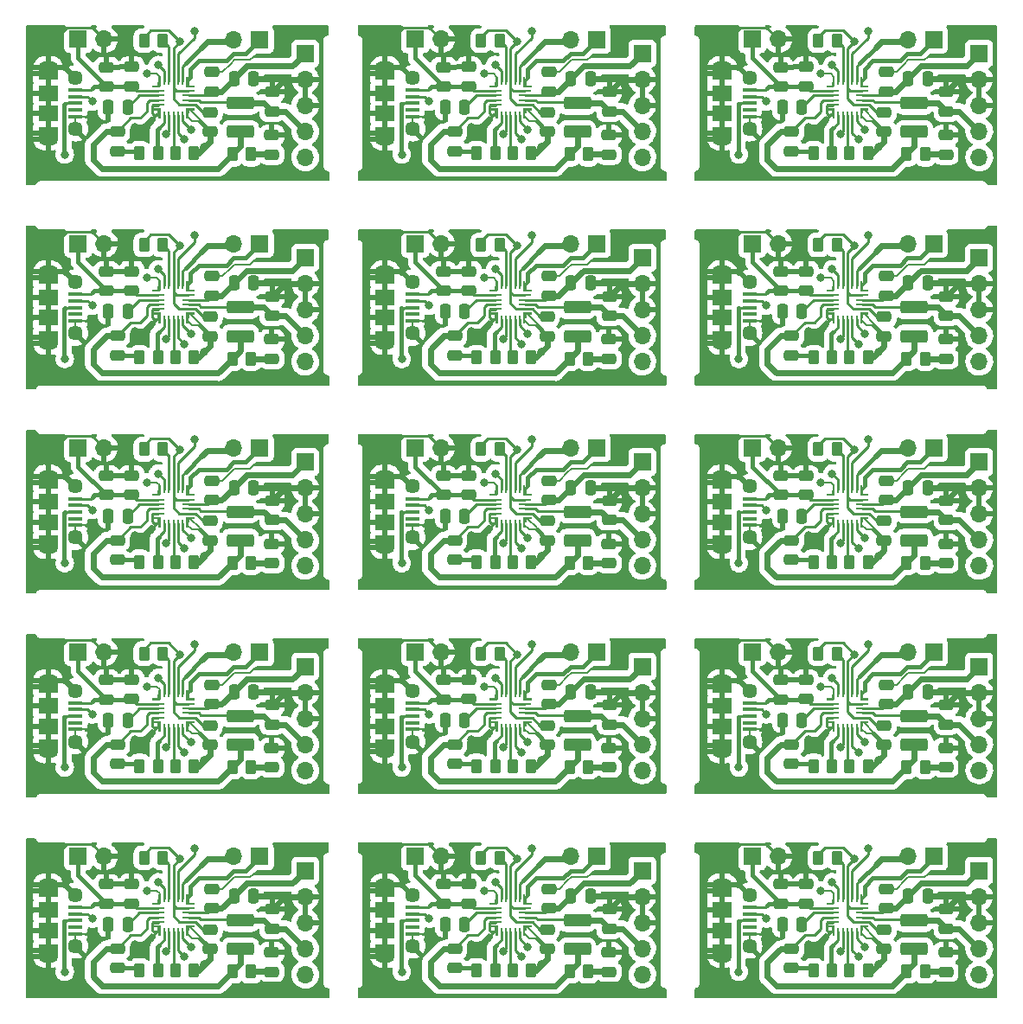
<source format=gbr>
%TF.GenerationSoftware,KiCad,Pcbnew,(6.0.11)*%
%TF.CreationDate,2023-10-19T09:40:57-03:00*%
%TF.ProjectId,gerenciador_de_bateria_2.0,67657265-6e63-4696-9164-6f725f64655f,rev?*%
%TF.SameCoordinates,Original*%
%TF.FileFunction,Copper,L1,Top*%
%TF.FilePolarity,Positive*%
%FSLAX46Y46*%
G04 Gerber Fmt 4.6, Leading zero omitted, Abs format (unit mm)*
G04 Created by KiCad (PCBNEW (6.0.11)) date 2023-10-19 09:40:57*
%MOMM*%
%LPD*%
G01*
G04 APERTURE LIST*
G04 Aperture macros list*
%AMRoundRect*
0 Rectangle with rounded corners*
0 $1 Rounding radius*
0 $2 $3 $4 $5 $6 $7 $8 $9 X,Y pos of 4 corners*
0 Add a 4 corners polygon primitive as box body*
4,1,4,$2,$3,$4,$5,$6,$7,$8,$9,$2,$3,0*
0 Add four circle primitives for the rounded corners*
1,1,$1+$1,$2,$3*
1,1,$1+$1,$4,$5*
1,1,$1+$1,$6,$7*
1,1,$1+$1,$8,$9*
0 Add four rect primitives between the rounded corners*
20,1,$1+$1,$2,$3,$4,$5,0*
20,1,$1+$1,$4,$5,$6,$7,0*
20,1,$1+$1,$6,$7,$8,$9,0*
20,1,$1+$1,$8,$9,$2,$3,0*%
G04 Aperture macros list end*
%TA.AperFunction,SMDPad,CuDef*%
%ADD10R,1.350000X0.400000*%
%TD*%
%TA.AperFunction,ComponentPad*%
%ADD11C,1.450000*%
%TD*%
%TA.AperFunction,ComponentPad*%
%ADD12O,1.900000X1.200000*%
%TD*%
%TA.AperFunction,SMDPad,CuDef*%
%ADD13R,1.900000X1.500000*%
%TD*%
%TA.AperFunction,SMDPad,CuDef*%
%ADD14R,1.900000X1.200000*%
%TD*%
%TA.AperFunction,SMDPad,CuDef*%
%ADD15RoundRect,0.250000X-0.475000X0.250000X-0.475000X-0.250000X0.475000X-0.250000X0.475000X0.250000X0*%
%TD*%
%TA.AperFunction,ComponentPad*%
%ADD16R,1.700000X1.700000*%
%TD*%
%TA.AperFunction,ComponentPad*%
%ADD17O,1.700000X1.700000*%
%TD*%
%TA.AperFunction,SMDPad,CuDef*%
%ADD18RoundRect,0.250000X0.475000X-0.250000X0.475000X0.250000X-0.475000X0.250000X-0.475000X-0.250000X0*%
%TD*%
%TA.AperFunction,SMDPad,CuDef*%
%ADD19RoundRect,0.250000X0.262500X0.450000X-0.262500X0.450000X-0.262500X-0.450000X0.262500X-0.450000X0*%
%TD*%
%TA.AperFunction,SMDPad,CuDef*%
%ADD20RoundRect,0.250000X-0.250000X-0.475000X0.250000X-0.475000X0.250000X0.475000X-0.250000X0.475000X0*%
%TD*%
%TA.AperFunction,SMDPad,CuDef*%
%ADD21RoundRect,0.250000X1.075000X-0.375000X1.075000X0.375000X-1.075000X0.375000X-1.075000X-0.375000X0*%
%TD*%
%TA.AperFunction,SMDPad,CuDef*%
%ADD22R,0.127000X0.127000*%
%TD*%
%TA.AperFunction,SMDPad,CuDef*%
%ADD23R,1.200000X0.200000*%
%TD*%
%TA.AperFunction,SMDPad,CuDef*%
%ADD24R,0.200000X0.800000*%
%TD*%
%TA.AperFunction,SMDPad,CuDef*%
%ADD25RoundRect,0.250000X-0.262500X-0.450000X0.262500X-0.450000X0.262500X0.450000X-0.262500X0.450000X0*%
%TD*%
%TA.AperFunction,SMDPad,CuDef*%
%ADD26RoundRect,0.250000X0.250000X0.475000X-0.250000X0.475000X-0.250000X-0.475000X0.250000X-0.475000X0*%
%TD*%
%TA.AperFunction,ViaPad*%
%ADD27C,0.800000*%
%TD*%
%TA.AperFunction,Conductor*%
%ADD28C,0.250000*%
%TD*%
%TA.AperFunction,Conductor*%
%ADD29C,0.600000*%
%TD*%
%TA.AperFunction,Conductor*%
%ADD30C,0.400000*%
%TD*%
%TA.AperFunction,Conductor*%
%ADD31C,0.200000*%
%TD*%
G04 APERTURE END LIST*
%TO.C,U1*%
G36*
X186958500Y-147518503D02*
G01*
X186458500Y-147518503D01*
X186458500Y-147843503D01*
X186358500Y-147843503D01*
X186358500Y-148343503D01*
X186158500Y-148343503D01*
X186158500Y-147318503D01*
X186958500Y-147318503D01*
X186958500Y-147518503D01*
G37*
G36*
X183658500Y-148343500D02*
G01*
X183458500Y-148343500D01*
X183458500Y-147843500D01*
X183358500Y-147843500D01*
X183358500Y-147518500D01*
X182858500Y-147518500D01*
X182858500Y-147318500D01*
X183658500Y-147318500D01*
X183658500Y-148343500D01*
G37*
G36*
X186358500Y-144743497D02*
G01*
X186458500Y-144743497D01*
X186458500Y-145068497D01*
X186958500Y-145068497D01*
X186958500Y-145268497D01*
X186158500Y-145268497D01*
X186158500Y-144243497D01*
X186358500Y-144243497D01*
X186358500Y-144743497D01*
G37*
G36*
X183658500Y-145118499D02*
G01*
X183508500Y-145268499D01*
X182858500Y-145268499D01*
X182858500Y-145068499D01*
X183358500Y-145068499D01*
X183358500Y-144743499D01*
X183458500Y-144743499D01*
X183458500Y-144243499D01*
X183658500Y-144243499D01*
X183658500Y-145118499D01*
G37*
G36*
X153958500Y-147518503D02*
G01*
X153458500Y-147518503D01*
X153458500Y-147843503D01*
X153358500Y-147843503D01*
X153358500Y-148343503D01*
X153158500Y-148343503D01*
X153158500Y-147318503D01*
X153958500Y-147318503D01*
X153958500Y-147518503D01*
G37*
G36*
X150658500Y-148343500D02*
G01*
X150458500Y-148343500D01*
X150458500Y-147843500D01*
X150358500Y-147843500D01*
X150358500Y-147518500D01*
X149858500Y-147518500D01*
X149858500Y-147318500D01*
X150658500Y-147318500D01*
X150658500Y-148343500D01*
G37*
G36*
X153358500Y-144743497D02*
G01*
X153458500Y-144743497D01*
X153458500Y-145068497D01*
X153958500Y-145068497D01*
X153958500Y-145268497D01*
X153158500Y-145268497D01*
X153158500Y-144243497D01*
X153358500Y-144243497D01*
X153358500Y-144743497D01*
G37*
G36*
X150658500Y-145118499D02*
G01*
X150508500Y-145268499D01*
X149858500Y-145268499D01*
X149858500Y-145068499D01*
X150358500Y-145068499D01*
X150358500Y-144743499D01*
X150458500Y-144743499D01*
X150458500Y-144243499D01*
X150658500Y-144243499D01*
X150658500Y-145118499D01*
G37*
G36*
X120958500Y-147518503D02*
G01*
X120458500Y-147518503D01*
X120458500Y-147843503D01*
X120358500Y-147843503D01*
X120358500Y-148343503D01*
X120158500Y-148343503D01*
X120158500Y-147318503D01*
X120958500Y-147318503D01*
X120958500Y-147518503D01*
G37*
G36*
X117658500Y-148343500D02*
G01*
X117458500Y-148343500D01*
X117458500Y-147843500D01*
X117358500Y-147843500D01*
X117358500Y-147518500D01*
X116858500Y-147518500D01*
X116858500Y-147318500D01*
X117658500Y-147318500D01*
X117658500Y-148343500D01*
G37*
G36*
X120358500Y-144743497D02*
G01*
X120458500Y-144743497D01*
X120458500Y-145068497D01*
X120958500Y-145068497D01*
X120958500Y-145268497D01*
X120158500Y-145268497D01*
X120158500Y-144243497D01*
X120358500Y-144243497D01*
X120358500Y-144743497D01*
G37*
G36*
X117658500Y-145118499D02*
G01*
X117508500Y-145268499D01*
X116858500Y-145268499D01*
X116858500Y-145068499D01*
X117358500Y-145068499D01*
X117358500Y-144743499D01*
X117458500Y-144743499D01*
X117458500Y-144243499D01*
X117658500Y-144243499D01*
X117658500Y-145118499D01*
G37*
G36*
X186958500Y-127518503D02*
G01*
X186458500Y-127518503D01*
X186458500Y-127843503D01*
X186358500Y-127843503D01*
X186358500Y-128343503D01*
X186158500Y-128343503D01*
X186158500Y-127318503D01*
X186958500Y-127318503D01*
X186958500Y-127518503D01*
G37*
G36*
X183658500Y-128343500D02*
G01*
X183458500Y-128343500D01*
X183458500Y-127843500D01*
X183358500Y-127843500D01*
X183358500Y-127518500D01*
X182858500Y-127518500D01*
X182858500Y-127318500D01*
X183658500Y-127318500D01*
X183658500Y-128343500D01*
G37*
G36*
X186358500Y-124743497D02*
G01*
X186458500Y-124743497D01*
X186458500Y-125068497D01*
X186958500Y-125068497D01*
X186958500Y-125268497D01*
X186158500Y-125268497D01*
X186158500Y-124243497D01*
X186358500Y-124243497D01*
X186358500Y-124743497D01*
G37*
G36*
X183658500Y-125118499D02*
G01*
X183508500Y-125268499D01*
X182858500Y-125268499D01*
X182858500Y-125068499D01*
X183358500Y-125068499D01*
X183358500Y-124743499D01*
X183458500Y-124743499D01*
X183458500Y-124243499D01*
X183658500Y-124243499D01*
X183658500Y-125118499D01*
G37*
G36*
X153958500Y-127518503D02*
G01*
X153458500Y-127518503D01*
X153458500Y-127843503D01*
X153358500Y-127843503D01*
X153358500Y-128343503D01*
X153158500Y-128343503D01*
X153158500Y-127318503D01*
X153958500Y-127318503D01*
X153958500Y-127518503D01*
G37*
G36*
X150658500Y-128343500D02*
G01*
X150458500Y-128343500D01*
X150458500Y-127843500D01*
X150358500Y-127843500D01*
X150358500Y-127518500D01*
X149858500Y-127518500D01*
X149858500Y-127318500D01*
X150658500Y-127318500D01*
X150658500Y-128343500D01*
G37*
G36*
X153358500Y-124743497D02*
G01*
X153458500Y-124743497D01*
X153458500Y-125068497D01*
X153958500Y-125068497D01*
X153958500Y-125268497D01*
X153158500Y-125268497D01*
X153158500Y-124243497D01*
X153358500Y-124243497D01*
X153358500Y-124743497D01*
G37*
G36*
X150658500Y-125118499D02*
G01*
X150508500Y-125268499D01*
X149858500Y-125268499D01*
X149858500Y-125068499D01*
X150358500Y-125068499D01*
X150358500Y-124743499D01*
X150458500Y-124743499D01*
X150458500Y-124243499D01*
X150658500Y-124243499D01*
X150658500Y-125118499D01*
G37*
G36*
X120958500Y-127518503D02*
G01*
X120458500Y-127518503D01*
X120458500Y-127843503D01*
X120358500Y-127843503D01*
X120358500Y-128343503D01*
X120158500Y-128343503D01*
X120158500Y-127318503D01*
X120958500Y-127318503D01*
X120958500Y-127518503D01*
G37*
G36*
X117658500Y-128343500D02*
G01*
X117458500Y-128343500D01*
X117458500Y-127843500D01*
X117358500Y-127843500D01*
X117358500Y-127518500D01*
X116858500Y-127518500D01*
X116858500Y-127318500D01*
X117658500Y-127318500D01*
X117658500Y-128343500D01*
G37*
G36*
X120358500Y-124743497D02*
G01*
X120458500Y-124743497D01*
X120458500Y-125068497D01*
X120958500Y-125068497D01*
X120958500Y-125268497D01*
X120158500Y-125268497D01*
X120158500Y-124243497D01*
X120358500Y-124243497D01*
X120358500Y-124743497D01*
G37*
G36*
X117658500Y-125118499D02*
G01*
X117508500Y-125268499D01*
X116858500Y-125268499D01*
X116858500Y-125068499D01*
X117358500Y-125068499D01*
X117358500Y-124743499D01*
X117458500Y-124743499D01*
X117458500Y-124243499D01*
X117658500Y-124243499D01*
X117658500Y-125118499D01*
G37*
G36*
X186958500Y-107518503D02*
G01*
X186458500Y-107518503D01*
X186458500Y-107843503D01*
X186358500Y-107843503D01*
X186358500Y-108343503D01*
X186158500Y-108343503D01*
X186158500Y-107318503D01*
X186958500Y-107318503D01*
X186958500Y-107518503D01*
G37*
G36*
X183658500Y-108343500D02*
G01*
X183458500Y-108343500D01*
X183458500Y-107843500D01*
X183358500Y-107843500D01*
X183358500Y-107518500D01*
X182858500Y-107518500D01*
X182858500Y-107318500D01*
X183658500Y-107318500D01*
X183658500Y-108343500D01*
G37*
G36*
X186358500Y-104743497D02*
G01*
X186458500Y-104743497D01*
X186458500Y-105068497D01*
X186958500Y-105068497D01*
X186958500Y-105268497D01*
X186158500Y-105268497D01*
X186158500Y-104243497D01*
X186358500Y-104243497D01*
X186358500Y-104743497D01*
G37*
G36*
X183658500Y-105118499D02*
G01*
X183508500Y-105268499D01*
X182858500Y-105268499D01*
X182858500Y-105068499D01*
X183358500Y-105068499D01*
X183358500Y-104743499D01*
X183458500Y-104743499D01*
X183458500Y-104243499D01*
X183658500Y-104243499D01*
X183658500Y-105118499D01*
G37*
G36*
X153958500Y-107518503D02*
G01*
X153458500Y-107518503D01*
X153458500Y-107843503D01*
X153358500Y-107843503D01*
X153358500Y-108343503D01*
X153158500Y-108343503D01*
X153158500Y-107318503D01*
X153958500Y-107318503D01*
X153958500Y-107518503D01*
G37*
G36*
X150658500Y-108343500D02*
G01*
X150458500Y-108343500D01*
X150458500Y-107843500D01*
X150358500Y-107843500D01*
X150358500Y-107518500D01*
X149858500Y-107518500D01*
X149858500Y-107318500D01*
X150658500Y-107318500D01*
X150658500Y-108343500D01*
G37*
G36*
X153358500Y-104743497D02*
G01*
X153458500Y-104743497D01*
X153458500Y-105068497D01*
X153958500Y-105068497D01*
X153958500Y-105268497D01*
X153158500Y-105268497D01*
X153158500Y-104243497D01*
X153358500Y-104243497D01*
X153358500Y-104743497D01*
G37*
G36*
X150658500Y-105118499D02*
G01*
X150508500Y-105268499D01*
X149858500Y-105268499D01*
X149858500Y-105068499D01*
X150358500Y-105068499D01*
X150358500Y-104743499D01*
X150458500Y-104743499D01*
X150458500Y-104243499D01*
X150658500Y-104243499D01*
X150658500Y-105118499D01*
G37*
G36*
X120958500Y-107518503D02*
G01*
X120458500Y-107518503D01*
X120458500Y-107843503D01*
X120358500Y-107843503D01*
X120358500Y-108343503D01*
X120158500Y-108343503D01*
X120158500Y-107318503D01*
X120958500Y-107318503D01*
X120958500Y-107518503D01*
G37*
G36*
X117658500Y-108343500D02*
G01*
X117458500Y-108343500D01*
X117458500Y-107843500D01*
X117358500Y-107843500D01*
X117358500Y-107518500D01*
X116858500Y-107518500D01*
X116858500Y-107318500D01*
X117658500Y-107318500D01*
X117658500Y-108343500D01*
G37*
G36*
X120358500Y-104743497D02*
G01*
X120458500Y-104743497D01*
X120458500Y-105068497D01*
X120958500Y-105068497D01*
X120958500Y-105268497D01*
X120158500Y-105268497D01*
X120158500Y-104243497D01*
X120358500Y-104243497D01*
X120358500Y-104743497D01*
G37*
G36*
X117658500Y-105118499D02*
G01*
X117508500Y-105268499D01*
X116858500Y-105268499D01*
X116858500Y-105068499D01*
X117358500Y-105068499D01*
X117358500Y-104743499D01*
X117458500Y-104743499D01*
X117458500Y-104243499D01*
X117658500Y-104243499D01*
X117658500Y-105118499D01*
G37*
G36*
X186958500Y-87518503D02*
G01*
X186458500Y-87518503D01*
X186458500Y-87843503D01*
X186358500Y-87843503D01*
X186358500Y-88343503D01*
X186158500Y-88343503D01*
X186158500Y-87318503D01*
X186958500Y-87318503D01*
X186958500Y-87518503D01*
G37*
G36*
X183658500Y-88343500D02*
G01*
X183458500Y-88343500D01*
X183458500Y-87843500D01*
X183358500Y-87843500D01*
X183358500Y-87518500D01*
X182858500Y-87518500D01*
X182858500Y-87318500D01*
X183658500Y-87318500D01*
X183658500Y-88343500D01*
G37*
G36*
X186358500Y-84743497D02*
G01*
X186458500Y-84743497D01*
X186458500Y-85068497D01*
X186958500Y-85068497D01*
X186958500Y-85268497D01*
X186158500Y-85268497D01*
X186158500Y-84243497D01*
X186358500Y-84243497D01*
X186358500Y-84743497D01*
G37*
G36*
X183658500Y-85118499D02*
G01*
X183508500Y-85268499D01*
X182858500Y-85268499D01*
X182858500Y-85068499D01*
X183358500Y-85068499D01*
X183358500Y-84743499D01*
X183458500Y-84743499D01*
X183458500Y-84243499D01*
X183658500Y-84243499D01*
X183658500Y-85118499D01*
G37*
G36*
X153958500Y-87518503D02*
G01*
X153458500Y-87518503D01*
X153458500Y-87843503D01*
X153358500Y-87843503D01*
X153358500Y-88343503D01*
X153158500Y-88343503D01*
X153158500Y-87318503D01*
X153958500Y-87318503D01*
X153958500Y-87518503D01*
G37*
G36*
X150658500Y-88343500D02*
G01*
X150458500Y-88343500D01*
X150458500Y-87843500D01*
X150358500Y-87843500D01*
X150358500Y-87518500D01*
X149858500Y-87518500D01*
X149858500Y-87318500D01*
X150658500Y-87318500D01*
X150658500Y-88343500D01*
G37*
G36*
X153358500Y-84743497D02*
G01*
X153458500Y-84743497D01*
X153458500Y-85068497D01*
X153958500Y-85068497D01*
X153958500Y-85268497D01*
X153158500Y-85268497D01*
X153158500Y-84243497D01*
X153358500Y-84243497D01*
X153358500Y-84743497D01*
G37*
G36*
X150658500Y-85118499D02*
G01*
X150508500Y-85268499D01*
X149858500Y-85268499D01*
X149858500Y-85068499D01*
X150358500Y-85068499D01*
X150358500Y-84743499D01*
X150458500Y-84743499D01*
X150458500Y-84243499D01*
X150658500Y-84243499D01*
X150658500Y-85118499D01*
G37*
G36*
X120958500Y-87518503D02*
G01*
X120458500Y-87518503D01*
X120458500Y-87843503D01*
X120358500Y-87843503D01*
X120358500Y-88343503D01*
X120158500Y-88343503D01*
X120158500Y-87318503D01*
X120958500Y-87318503D01*
X120958500Y-87518503D01*
G37*
G36*
X117658500Y-88343500D02*
G01*
X117458500Y-88343500D01*
X117458500Y-87843500D01*
X117358500Y-87843500D01*
X117358500Y-87518500D01*
X116858500Y-87518500D01*
X116858500Y-87318500D01*
X117658500Y-87318500D01*
X117658500Y-88343500D01*
G37*
G36*
X120358500Y-84743497D02*
G01*
X120458500Y-84743497D01*
X120458500Y-85068497D01*
X120958500Y-85068497D01*
X120958500Y-85268497D01*
X120158500Y-85268497D01*
X120158500Y-84243497D01*
X120358500Y-84243497D01*
X120358500Y-84743497D01*
G37*
G36*
X117658500Y-85118499D02*
G01*
X117508500Y-85268499D01*
X116858500Y-85268499D01*
X116858500Y-85068499D01*
X117358500Y-85068499D01*
X117358500Y-84743499D01*
X117458500Y-84743499D01*
X117458500Y-84243499D01*
X117658500Y-84243499D01*
X117658500Y-85118499D01*
G37*
G36*
X186958500Y-67518503D02*
G01*
X186458500Y-67518503D01*
X186458500Y-67843503D01*
X186358500Y-67843503D01*
X186358500Y-68343503D01*
X186158500Y-68343503D01*
X186158500Y-67318503D01*
X186958500Y-67318503D01*
X186958500Y-67518503D01*
G37*
G36*
X183658500Y-68343500D02*
G01*
X183458500Y-68343500D01*
X183458500Y-67843500D01*
X183358500Y-67843500D01*
X183358500Y-67518500D01*
X182858500Y-67518500D01*
X182858500Y-67318500D01*
X183658500Y-67318500D01*
X183658500Y-68343500D01*
G37*
G36*
X186358500Y-64743497D02*
G01*
X186458500Y-64743497D01*
X186458500Y-65068497D01*
X186958500Y-65068497D01*
X186958500Y-65268497D01*
X186158500Y-65268497D01*
X186158500Y-64243497D01*
X186358500Y-64243497D01*
X186358500Y-64743497D01*
G37*
G36*
X183658500Y-65118499D02*
G01*
X183508500Y-65268499D01*
X182858500Y-65268499D01*
X182858500Y-65068499D01*
X183358500Y-65068499D01*
X183358500Y-64743499D01*
X183458500Y-64743499D01*
X183458500Y-64243499D01*
X183658500Y-64243499D01*
X183658500Y-65118499D01*
G37*
G36*
X153958500Y-67518503D02*
G01*
X153458500Y-67518503D01*
X153458500Y-67843503D01*
X153358500Y-67843503D01*
X153358500Y-68343503D01*
X153158500Y-68343503D01*
X153158500Y-67318503D01*
X153958500Y-67318503D01*
X153958500Y-67518503D01*
G37*
G36*
X150658500Y-68343500D02*
G01*
X150458500Y-68343500D01*
X150458500Y-67843500D01*
X150358500Y-67843500D01*
X150358500Y-67518500D01*
X149858500Y-67518500D01*
X149858500Y-67318500D01*
X150658500Y-67318500D01*
X150658500Y-68343500D01*
G37*
G36*
X153358500Y-64743497D02*
G01*
X153458500Y-64743497D01*
X153458500Y-65068497D01*
X153958500Y-65068497D01*
X153958500Y-65268497D01*
X153158500Y-65268497D01*
X153158500Y-64243497D01*
X153358500Y-64243497D01*
X153358500Y-64743497D01*
G37*
G36*
X150658500Y-65118499D02*
G01*
X150508500Y-65268499D01*
X149858500Y-65268499D01*
X149858500Y-65068499D01*
X150358500Y-65068499D01*
X150358500Y-64743499D01*
X150458500Y-64743499D01*
X150458500Y-64243499D01*
X150658500Y-64243499D01*
X150658500Y-65118499D01*
G37*
G36*
X120958500Y-67518503D02*
G01*
X120458500Y-67518503D01*
X120458500Y-67843503D01*
X120358500Y-67843503D01*
X120358500Y-68343503D01*
X120158500Y-68343503D01*
X120158500Y-67318503D01*
X120958500Y-67318503D01*
X120958500Y-67518503D01*
G37*
G36*
X117658500Y-68343500D02*
G01*
X117458500Y-68343500D01*
X117458500Y-67843500D01*
X117358500Y-67843500D01*
X117358500Y-67518500D01*
X116858500Y-67518500D01*
X116858500Y-67318500D01*
X117658500Y-67318500D01*
X117658500Y-68343500D01*
G37*
G36*
X120358500Y-64743497D02*
G01*
X120458500Y-64743497D01*
X120458500Y-65068497D01*
X120958500Y-65068497D01*
X120958500Y-65268497D01*
X120158500Y-65268497D01*
X120158500Y-64243497D01*
X120358500Y-64243497D01*
X120358500Y-64743497D01*
G37*
G36*
X117658500Y-65118499D02*
G01*
X117508500Y-65268499D01*
X116858500Y-65268499D01*
X116858500Y-65068499D01*
X117358500Y-65068499D01*
X117358500Y-64743499D01*
X117458500Y-64743499D01*
X117458500Y-64243499D01*
X117658500Y-64243499D01*
X117658500Y-65118499D01*
G37*
%TD*%
D10*
%TO.P,USB,1,VBUS*%
%TO.N,/VIN*%
X175330600Y-145527101D03*
%TO.P,USB,2,D-*%
%TO.N,Net-(U1-Pad25)*%
X175330600Y-146177101D03*
%TO.P,USB,3,D+*%
%TO.N,Net-(U1-Pad26)*%
X175330600Y-146827101D03*
%TO.P,USB,4,ID*%
%TO.N,unconnected-(U2-Pad4)*%
X175330600Y-147477101D03*
%TO.P,USB,5,GND*%
%TO.N,GNDPWR*%
X175330600Y-148127101D03*
D11*
%TO.P,USB,6,GND*%
X175330600Y-149327101D03*
D12*
X172630600Y-143327101D03*
X172630600Y-150327101D03*
D13*
X172630600Y-147827101D03*
D14*
X172630600Y-149727101D03*
D11*
X175330600Y-144327101D03*
D13*
X172630600Y-145827101D03*
D14*
X172630600Y-143927101D03*
%TD*%
D15*
%TO.P,C9,1*%
%TO.N,GNDPWR*%
X188678500Y-143753501D03*
%TO.P,C9,2*%
%TO.N,/BATT*%
X188678500Y-145653501D03*
%TD*%
D16*
%TO.P,J1,1,Pin_1*%
%TO.N,/BATT*%
X197808500Y-141960901D03*
D17*
%TO.P,J1,2,Pin_2*%
%TO.N,GNDPWR*%
X197808500Y-144500901D03*
%TO.P,J1,3,Pin_3*%
X197808500Y-147040901D03*
%TO.P,J1,4,Pin_4*%
%TO.N,/SYS*%
X197808500Y-149580901D03*
%TO.P,J1,5,Pin_5*%
%TO.N,/TERM*%
X197808500Y-152120901D03*
%TD*%
D18*
%TO.P,C5,1*%
%TO.N,Net-(C5-Pad1)*%
X179428500Y-151493501D03*
%TO.P,C5,2*%
%TO.N,Net-(C5-Pad2)*%
X179428500Y-149593501D03*
%TD*%
D19*
%TO.P,R2,1*%
%TO.N,Net-(R2-Pad1)*%
X183416600Y-151709501D03*
%TO.P,R2,2*%
%TO.N,Net-(C5-Pad1)*%
X181591600Y-151709501D03*
%TD*%
D20*
%TO.P,C7,1*%
%TO.N,/BATT*%
X190838500Y-144443501D03*
%TO.P,C7,2*%
%TO.N,GNDPWR*%
X192738500Y-144443501D03*
%TD*%
D18*
%TO.P,C12,1*%
%TO.N,/VIN*%
X180838500Y-145163501D03*
%TO.P,C12,2*%
%TO.N,GNDPWR*%
X180838500Y-143263501D03*
%TD*%
D19*
%TO.P,R10,1*%
%TO.N,/VREF*%
X186921800Y-151709501D03*
%TO.P,R10,2*%
%TO.N,Net-(R10-Pad2)*%
X185096800Y-151709501D03*
%TD*%
%TO.P,RILIM1,1*%
%TO.N,Net-(RILIM1-Pad1)*%
X183851000Y-140693501D03*
%TO.P,RILIM1,2*%
%TO.N,GNDA*%
X182026000Y-140693501D03*
%TD*%
D18*
%TO.P,C6,1*%
%TO.N,Net-(C6-Pad1)*%
X194543700Y-151846701D03*
%TO.P,C6,2*%
%TO.N,GNDPWR*%
X194543700Y-149946701D03*
%TD*%
%TO.P,C4,1*%
%TO.N,/VREF*%
X188498500Y-149611501D03*
%TO.P,C4,2*%
%TO.N,GNDA*%
X188498500Y-147711501D03*
%TD*%
D16*
%TO.P,SDA,1,Pin_1*%
%TO.N,/SCL*%
X193368500Y-140573501D03*
D17*
%TO.P,SDA,2,Pin_2*%
%TO.N,/SDA*%
X190828500Y-140573501D03*
%TD*%
D18*
%TO.P,C1,1*%
%TO.N,/VIN*%
X178368500Y-145183501D03*
%TO.P,C1,2*%
%TO.N,GNDPWR*%
X178368500Y-143283501D03*
%TD*%
D21*
%TO.P,L1,1,1*%
%TO.N,Net-(C5-Pad2)*%
X191448500Y-149613501D03*
%TO.P,L1,2,2*%
%TO.N,/SYS*%
X191448500Y-146813501D03*
%TD*%
D22*
%TO.P,U1,1*%
%TO.N,N/C*%
X183258500Y-145168499D03*
D23*
%TO.P,U1,2,IN*%
%TO.N,/VIN*%
X183458500Y-145618501D03*
%TO.P,U1,3,PMID*%
%TO.N,Net-(C3-Pad1)*%
X183458500Y-146068500D03*
%TO.P,U1,4,SW*%
%TO.N,Net-(C5-Pad2)*%
X183458500Y-146518502D03*
%TO.P,U1,5,PGND*%
%TO.N,GNDPWR*%
X183458500Y-146968501D03*
D22*
%TO.P,U1,6*%
%TO.N,N/C*%
X183258500Y-147418500D03*
%TO.P,U1,7,PGND*%
%TO.N,GNDPWR*%
X183558500Y-147943500D03*
D24*
%TO.P,U1,8,BST*%
%TO.N,Net-(R2-Pad1)*%
X184008499Y-147943500D03*
%TO.P,U1,9,STAT*%
%TO.N,Net-(D1-Pad1)*%
X184458501Y-147943500D03*
%TO.P,U1,10,INT*%
%TO.N,Net-(R10-Pad2)*%
X184908500Y-147943500D03*
%TO.P,U1,11,NTC*%
%TO.N,Net-(R4-Pad1)*%
X185358499Y-147943500D03*
%TO.P,U1,12,VNTC*%
%TO.N,Net-(C11-Pad2)*%
X185808501Y-147943500D03*
D22*
%TO.P,U1,13,VREF*%
%TO.N,/VREF*%
X186258500Y-147943500D03*
%TO.P,U1,14,VREF*%
X186558500Y-147418503D03*
D23*
%TO.P,U1,15,AGND*%
%TO.N,GNDA*%
X186358500Y-146968501D03*
%TO.P,U1,16,SYS*%
%TO.N,/SYS*%
X186358500Y-146518502D03*
%TO.P,U1,17,BATT*%
%TO.N,/BATT*%
X186358500Y-146068500D03*
%TO.P,U1,18,CE*%
%TO.N,GNDA*%
X186358500Y-145618501D03*
D22*
%TO.P,U1,19*%
%TO.N,N/C*%
X186558500Y-145168502D03*
%TO.P,U1,20,SCL*%
%TO.N,/SCL*%
X186258500Y-144643502D03*
D24*
%TO.P,U1,21,SDA*%
%TO.N,/SDA*%
X185808501Y-144643502D03*
%TO.P,U1,22,DISC*%
%TO.N,Net-(R1-Pad1)*%
X185358499Y-144643502D03*
%TO.P,U1,23,OTG*%
%TO.N,GNDA*%
X184908500Y-144643502D03*
%TO.P,U1,24,ILIM*%
%TO.N,Net-(RILIM1-Pad1)*%
X184458501Y-144643502D03*
%TO.P,U1,25,DM*%
%TO.N,Net-(U1-Pad25)*%
X184008499Y-144643502D03*
D22*
%TO.P,U1,26,DP*%
%TO.N,Net-(U1-Pad26)*%
X183558500Y-144643502D03*
%TD*%
D18*
%TO.P,C10,1*%
%TO.N,/SYS*%
X194578500Y-147633501D03*
%TO.P,C10,2*%
%TO.N,GNDPWR*%
X194578500Y-145733501D03*
%TD*%
D25*
%TO.P,R3,1*%
%TO.N,Net-(C5-Pad2)*%
X190684800Y-151811101D03*
%TO.P,R3,2*%
%TO.N,Net-(C6-Pad1)*%
X192509800Y-151811101D03*
%TD*%
D26*
%TO.P,C3,1*%
%TO.N,Net-(C3-Pad1)*%
X180428500Y-147223501D03*
%TO.P,C3,2*%
%TO.N,GNDPWR*%
X178528500Y-147223501D03*
%TD*%
D16*
%TO.P,GNDPWR,1,Pin_1*%
%TO.N,/VIN*%
X175588500Y-140563501D03*
D17*
%TO.P,GNDPWR,2,Pin_2*%
%TO.N,GNDPWR*%
X178128500Y-140563501D03*
%TD*%
D10*
%TO.P,USB,1,VBUS*%
%TO.N,/VIN*%
X142330600Y-145527101D03*
%TO.P,USB,2,D-*%
%TO.N,Net-(U1-Pad25)*%
X142330600Y-146177101D03*
%TO.P,USB,3,D+*%
%TO.N,Net-(U1-Pad26)*%
X142330600Y-146827101D03*
%TO.P,USB,4,ID*%
%TO.N,unconnected-(U2-Pad4)*%
X142330600Y-147477101D03*
%TO.P,USB,5,GND*%
%TO.N,GNDPWR*%
X142330600Y-148127101D03*
D11*
%TO.P,USB,6,GND*%
X142330600Y-149327101D03*
D12*
X139630600Y-143327101D03*
X139630600Y-150327101D03*
D13*
X139630600Y-147827101D03*
D14*
X139630600Y-149727101D03*
D11*
X142330600Y-144327101D03*
D13*
X139630600Y-145827101D03*
D14*
X139630600Y-143927101D03*
%TD*%
D15*
%TO.P,C9,1*%
%TO.N,GNDPWR*%
X155678500Y-143753501D03*
%TO.P,C9,2*%
%TO.N,/BATT*%
X155678500Y-145653501D03*
%TD*%
D16*
%TO.P,J1,1,Pin_1*%
%TO.N,/BATT*%
X164808500Y-141960901D03*
D17*
%TO.P,J1,2,Pin_2*%
%TO.N,GNDPWR*%
X164808500Y-144500901D03*
%TO.P,J1,3,Pin_3*%
X164808500Y-147040901D03*
%TO.P,J1,4,Pin_4*%
%TO.N,/SYS*%
X164808500Y-149580901D03*
%TO.P,J1,5,Pin_5*%
%TO.N,/TERM*%
X164808500Y-152120901D03*
%TD*%
D18*
%TO.P,C5,1*%
%TO.N,Net-(C5-Pad1)*%
X146428500Y-151493501D03*
%TO.P,C5,2*%
%TO.N,Net-(C5-Pad2)*%
X146428500Y-149593501D03*
%TD*%
D19*
%TO.P,R2,1*%
%TO.N,Net-(R2-Pad1)*%
X150416600Y-151709501D03*
%TO.P,R2,2*%
%TO.N,Net-(C5-Pad1)*%
X148591600Y-151709501D03*
%TD*%
D20*
%TO.P,C7,1*%
%TO.N,/BATT*%
X157838500Y-144443501D03*
%TO.P,C7,2*%
%TO.N,GNDPWR*%
X159738500Y-144443501D03*
%TD*%
D18*
%TO.P,C12,1*%
%TO.N,/VIN*%
X147838500Y-145163501D03*
%TO.P,C12,2*%
%TO.N,GNDPWR*%
X147838500Y-143263501D03*
%TD*%
D19*
%TO.P,R10,1*%
%TO.N,/VREF*%
X153921800Y-151709501D03*
%TO.P,R10,2*%
%TO.N,Net-(R10-Pad2)*%
X152096800Y-151709501D03*
%TD*%
%TO.P,RILIM1,1*%
%TO.N,Net-(RILIM1-Pad1)*%
X150851000Y-140693501D03*
%TO.P,RILIM1,2*%
%TO.N,GNDA*%
X149026000Y-140693501D03*
%TD*%
D18*
%TO.P,C6,1*%
%TO.N,Net-(C6-Pad1)*%
X161543700Y-151846701D03*
%TO.P,C6,2*%
%TO.N,GNDPWR*%
X161543700Y-149946701D03*
%TD*%
%TO.P,C4,1*%
%TO.N,/VREF*%
X155498500Y-149611501D03*
%TO.P,C4,2*%
%TO.N,GNDA*%
X155498500Y-147711501D03*
%TD*%
D16*
%TO.P,SDA,1,Pin_1*%
%TO.N,/SCL*%
X160368500Y-140573501D03*
D17*
%TO.P,SDA,2,Pin_2*%
%TO.N,/SDA*%
X157828500Y-140573501D03*
%TD*%
D18*
%TO.P,C1,1*%
%TO.N,/VIN*%
X145368500Y-145183501D03*
%TO.P,C1,2*%
%TO.N,GNDPWR*%
X145368500Y-143283501D03*
%TD*%
D21*
%TO.P,L1,1,1*%
%TO.N,Net-(C5-Pad2)*%
X158448500Y-149613501D03*
%TO.P,L1,2,2*%
%TO.N,/SYS*%
X158448500Y-146813501D03*
%TD*%
D22*
%TO.P,U1,1*%
%TO.N,N/C*%
X150258500Y-145168499D03*
D23*
%TO.P,U1,2,IN*%
%TO.N,/VIN*%
X150458500Y-145618501D03*
%TO.P,U1,3,PMID*%
%TO.N,Net-(C3-Pad1)*%
X150458500Y-146068500D03*
%TO.P,U1,4,SW*%
%TO.N,Net-(C5-Pad2)*%
X150458500Y-146518502D03*
%TO.P,U1,5,PGND*%
%TO.N,GNDPWR*%
X150458500Y-146968501D03*
D22*
%TO.P,U1,6*%
%TO.N,N/C*%
X150258500Y-147418500D03*
%TO.P,U1,7,PGND*%
%TO.N,GNDPWR*%
X150558500Y-147943500D03*
D24*
%TO.P,U1,8,BST*%
%TO.N,Net-(R2-Pad1)*%
X151008499Y-147943500D03*
%TO.P,U1,9,STAT*%
%TO.N,Net-(D1-Pad1)*%
X151458501Y-147943500D03*
%TO.P,U1,10,INT*%
%TO.N,Net-(R10-Pad2)*%
X151908500Y-147943500D03*
%TO.P,U1,11,NTC*%
%TO.N,Net-(R4-Pad1)*%
X152358499Y-147943500D03*
%TO.P,U1,12,VNTC*%
%TO.N,Net-(C11-Pad2)*%
X152808501Y-147943500D03*
D22*
%TO.P,U1,13,VREF*%
%TO.N,/VREF*%
X153258500Y-147943500D03*
%TO.P,U1,14,VREF*%
X153558500Y-147418503D03*
D23*
%TO.P,U1,15,AGND*%
%TO.N,GNDA*%
X153358500Y-146968501D03*
%TO.P,U1,16,SYS*%
%TO.N,/SYS*%
X153358500Y-146518502D03*
%TO.P,U1,17,BATT*%
%TO.N,/BATT*%
X153358500Y-146068500D03*
%TO.P,U1,18,CE*%
%TO.N,GNDA*%
X153358500Y-145618501D03*
D22*
%TO.P,U1,19*%
%TO.N,N/C*%
X153558500Y-145168502D03*
%TO.P,U1,20,SCL*%
%TO.N,/SCL*%
X153258500Y-144643502D03*
D24*
%TO.P,U1,21,SDA*%
%TO.N,/SDA*%
X152808501Y-144643502D03*
%TO.P,U1,22,DISC*%
%TO.N,Net-(R1-Pad1)*%
X152358499Y-144643502D03*
%TO.P,U1,23,OTG*%
%TO.N,GNDA*%
X151908500Y-144643502D03*
%TO.P,U1,24,ILIM*%
%TO.N,Net-(RILIM1-Pad1)*%
X151458501Y-144643502D03*
%TO.P,U1,25,DM*%
%TO.N,Net-(U1-Pad25)*%
X151008499Y-144643502D03*
D22*
%TO.P,U1,26,DP*%
%TO.N,Net-(U1-Pad26)*%
X150558500Y-144643502D03*
%TD*%
D18*
%TO.P,C10,1*%
%TO.N,/SYS*%
X161578500Y-147633501D03*
%TO.P,C10,2*%
%TO.N,GNDPWR*%
X161578500Y-145733501D03*
%TD*%
D25*
%TO.P,R3,1*%
%TO.N,Net-(C5-Pad2)*%
X157684800Y-151811101D03*
%TO.P,R3,2*%
%TO.N,Net-(C6-Pad1)*%
X159509800Y-151811101D03*
%TD*%
D26*
%TO.P,C3,1*%
%TO.N,Net-(C3-Pad1)*%
X147428500Y-147223501D03*
%TO.P,C3,2*%
%TO.N,GNDPWR*%
X145528500Y-147223501D03*
%TD*%
D16*
%TO.P,GNDPWR,1,Pin_1*%
%TO.N,/VIN*%
X142588500Y-140563501D03*
D17*
%TO.P,GNDPWR,2,Pin_2*%
%TO.N,GNDPWR*%
X145128500Y-140563501D03*
%TD*%
D10*
%TO.P,USB,1,VBUS*%
%TO.N,/VIN*%
X109330600Y-145527101D03*
%TO.P,USB,2,D-*%
%TO.N,Net-(U1-Pad25)*%
X109330600Y-146177101D03*
%TO.P,USB,3,D+*%
%TO.N,Net-(U1-Pad26)*%
X109330600Y-146827101D03*
%TO.P,USB,4,ID*%
%TO.N,unconnected-(U2-Pad4)*%
X109330600Y-147477101D03*
%TO.P,USB,5,GND*%
%TO.N,GNDPWR*%
X109330600Y-148127101D03*
D11*
%TO.P,USB,6,GND*%
X109330600Y-149327101D03*
D12*
X106630600Y-143327101D03*
X106630600Y-150327101D03*
D13*
X106630600Y-147827101D03*
D14*
X106630600Y-149727101D03*
D11*
X109330600Y-144327101D03*
D13*
X106630600Y-145827101D03*
D14*
X106630600Y-143927101D03*
%TD*%
D15*
%TO.P,C9,1*%
%TO.N,GNDPWR*%
X122678500Y-143753501D03*
%TO.P,C9,2*%
%TO.N,/BATT*%
X122678500Y-145653501D03*
%TD*%
D16*
%TO.P,J1,1,Pin_1*%
%TO.N,/BATT*%
X131808500Y-141960901D03*
D17*
%TO.P,J1,2,Pin_2*%
%TO.N,GNDPWR*%
X131808500Y-144500901D03*
%TO.P,J1,3,Pin_3*%
X131808500Y-147040901D03*
%TO.P,J1,4,Pin_4*%
%TO.N,/SYS*%
X131808500Y-149580901D03*
%TO.P,J1,5,Pin_5*%
%TO.N,/TERM*%
X131808500Y-152120901D03*
%TD*%
D18*
%TO.P,C5,1*%
%TO.N,Net-(C5-Pad1)*%
X113428500Y-151493501D03*
%TO.P,C5,2*%
%TO.N,Net-(C5-Pad2)*%
X113428500Y-149593501D03*
%TD*%
D19*
%TO.P,R2,1*%
%TO.N,Net-(R2-Pad1)*%
X117416600Y-151709501D03*
%TO.P,R2,2*%
%TO.N,Net-(C5-Pad1)*%
X115591600Y-151709501D03*
%TD*%
D20*
%TO.P,C7,1*%
%TO.N,/BATT*%
X124838500Y-144443501D03*
%TO.P,C7,2*%
%TO.N,GNDPWR*%
X126738500Y-144443501D03*
%TD*%
D18*
%TO.P,C12,1*%
%TO.N,/VIN*%
X114838500Y-145163501D03*
%TO.P,C12,2*%
%TO.N,GNDPWR*%
X114838500Y-143263501D03*
%TD*%
D19*
%TO.P,R10,1*%
%TO.N,/VREF*%
X120921800Y-151709501D03*
%TO.P,R10,2*%
%TO.N,Net-(R10-Pad2)*%
X119096800Y-151709501D03*
%TD*%
%TO.P,RILIM1,1*%
%TO.N,Net-(RILIM1-Pad1)*%
X117851000Y-140693501D03*
%TO.P,RILIM1,2*%
%TO.N,GNDA*%
X116026000Y-140693501D03*
%TD*%
D18*
%TO.P,C6,1*%
%TO.N,Net-(C6-Pad1)*%
X128543700Y-151846701D03*
%TO.P,C6,2*%
%TO.N,GNDPWR*%
X128543700Y-149946701D03*
%TD*%
%TO.P,C4,1*%
%TO.N,/VREF*%
X122498500Y-149611501D03*
%TO.P,C4,2*%
%TO.N,GNDA*%
X122498500Y-147711501D03*
%TD*%
D16*
%TO.P,SDA,1,Pin_1*%
%TO.N,/SCL*%
X127368500Y-140573501D03*
D17*
%TO.P,SDA,2,Pin_2*%
%TO.N,/SDA*%
X124828500Y-140573501D03*
%TD*%
D18*
%TO.P,C1,1*%
%TO.N,/VIN*%
X112368500Y-145183501D03*
%TO.P,C1,2*%
%TO.N,GNDPWR*%
X112368500Y-143283501D03*
%TD*%
D21*
%TO.P,L1,1,1*%
%TO.N,Net-(C5-Pad2)*%
X125448500Y-149613501D03*
%TO.P,L1,2,2*%
%TO.N,/SYS*%
X125448500Y-146813501D03*
%TD*%
D22*
%TO.P,U1,1*%
%TO.N,N/C*%
X117258500Y-145168499D03*
D23*
%TO.P,U1,2,IN*%
%TO.N,/VIN*%
X117458500Y-145618501D03*
%TO.P,U1,3,PMID*%
%TO.N,Net-(C3-Pad1)*%
X117458500Y-146068500D03*
%TO.P,U1,4,SW*%
%TO.N,Net-(C5-Pad2)*%
X117458500Y-146518502D03*
%TO.P,U1,5,PGND*%
%TO.N,GNDPWR*%
X117458500Y-146968501D03*
D22*
%TO.P,U1,6*%
%TO.N,N/C*%
X117258500Y-147418500D03*
%TO.P,U1,7,PGND*%
%TO.N,GNDPWR*%
X117558500Y-147943500D03*
D24*
%TO.P,U1,8,BST*%
%TO.N,Net-(R2-Pad1)*%
X118008499Y-147943500D03*
%TO.P,U1,9,STAT*%
%TO.N,Net-(D1-Pad1)*%
X118458501Y-147943500D03*
%TO.P,U1,10,INT*%
%TO.N,Net-(R10-Pad2)*%
X118908500Y-147943500D03*
%TO.P,U1,11,NTC*%
%TO.N,Net-(R4-Pad1)*%
X119358499Y-147943500D03*
%TO.P,U1,12,VNTC*%
%TO.N,Net-(C11-Pad2)*%
X119808501Y-147943500D03*
D22*
%TO.P,U1,13,VREF*%
%TO.N,/VREF*%
X120258500Y-147943500D03*
%TO.P,U1,14,VREF*%
X120558500Y-147418503D03*
D23*
%TO.P,U1,15,AGND*%
%TO.N,GNDA*%
X120358500Y-146968501D03*
%TO.P,U1,16,SYS*%
%TO.N,/SYS*%
X120358500Y-146518502D03*
%TO.P,U1,17,BATT*%
%TO.N,/BATT*%
X120358500Y-146068500D03*
%TO.P,U1,18,CE*%
%TO.N,GNDA*%
X120358500Y-145618501D03*
D22*
%TO.P,U1,19*%
%TO.N,N/C*%
X120558500Y-145168502D03*
%TO.P,U1,20,SCL*%
%TO.N,/SCL*%
X120258500Y-144643502D03*
D24*
%TO.P,U1,21,SDA*%
%TO.N,/SDA*%
X119808501Y-144643502D03*
%TO.P,U1,22,DISC*%
%TO.N,Net-(R1-Pad1)*%
X119358499Y-144643502D03*
%TO.P,U1,23,OTG*%
%TO.N,GNDA*%
X118908500Y-144643502D03*
%TO.P,U1,24,ILIM*%
%TO.N,Net-(RILIM1-Pad1)*%
X118458501Y-144643502D03*
%TO.P,U1,25,DM*%
%TO.N,Net-(U1-Pad25)*%
X118008499Y-144643502D03*
D22*
%TO.P,U1,26,DP*%
%TO.N,Net-(U1-Pad26)*%
X117558500Y-144643502D03*
%TD*%
D18*
%TO.P,C10,1*%
%TO.N,/SYS*%
X128578500Y-147633501D03*
%TO.P,C10,2*%
%TO.N,GNDPWR*%
X128578500Y-145733501D03*
%TD*%
D25*
%TO.P,R3,1*%
%TO.N,Net-(C5-Pad2)*%
X124684800Y-151811101D03*
%TO.P,R3,2*%
%TO.N,Net-(C6-Pad1)*%
X126509800Y-151811101D03*
%TD*%
D26*
%TO.P,C3,1*%
%TO.N,Net-(C3-Pad1)*%
X114428500Y-147223501D03*
%TO.P,C3,2*%
%TO.N,GNDPWR*%
X112528500Y-147223501D03*
%TD*%
D16*
%TO.P,GNDPWR,1,Pin_1*%
%TO.N,/VIN*%
X109588500Y-140563501D03*
D17*
%TO.P,GNDPWR,2,Pin_2*%
%TO.N,GNDPWR*%
X112128500Y-140563501D03*
%TD*%
D10*
%TO.P,USB,1,VBUS*%
%TO.N,/VIN*%
X175330600Y-125527101D03*
%TO.P,USB,2,D-*%
%TO.N,Net-(U1-Pad25)*%
X175330600Y-126177101D03*
%TO.P,USB,3,D+*%
%TO.N,Net-(U1-Pad26)*%
X175330600Y-126827101D03*
%TO.P,USB,4,ID*%
%TO.N,unconnected-(U2-Pad4)*%
X175330600Y-127477101D03*
%TO.P,USB,5,GND*%
%TO.N,GNDPWR*%
X175330600Y-128127101D03*
D11*
%TO.P,USB,6,GND*%
X175330600Y-129327101D03*
D12*
X172630600Y-123327101D03*
X172630600Y-130327101D03*
D13*
X172630600Y-127827101D03*
D14*
X172630600Y-129727101D03*
D11*
X175330600Y-124327101D03*
D13*
X172630600Y-125827101D03*
D14*
X172630600Y-123927101D03*
%TD*%
D15*
%TO.P,C9,1*%
%TO.N,GNDPWR*%
X188678500Y-123753501D03*
%TO.P,C9,2*%
%TO.N,/BATT*%
X188678500Y-125653501D03*
%TD*%
D16*
%TO.P,J1,1,Pin_1*%
%TO.N,/BATT*%
X197808500Y-121960901D03*
D17*
%TO.P,J1,2,Pin_2*%
%TO.N,GNDPWR*%
X197808500Y-124500901D03*
%TO.P,J1,3,Pin_3*%
X197808500Y-127040901D03*
%TO.P,J1,4,Pin_4*%
%TO.N,/SYS*%
X197808500Y-129580901D03*
%TO.P,J1,5,Pin_5*%
%TO.N,/TERM*%
X197808500Y-132120901D03*
%TD*%
D18*
%TO.P,C5,1*%
%TO.N,Net-(C5-Pad1)*%
X179428500Y-131493501D03*
%TO.P,C5,2*%
%TO.N,Net-(C5-Pad2)*%
X179428500Y-129593501D03*
%TD*%
D19*
%TO.P,R2,1*%
%TO.N,Net-(R2-Pad1)*%
X183416600Y-131709501D03*
%TO.P,R2,2*%
%TO.N,Net-(C5-Pad1)*%
X181591600Y-131709501D03*
%TD*%
D20*
%TO.P,C7,1*%
%TO.N,/BATT*%
X190838500Y-124443501D03*
%TO.P,C7,2*%
%TO.N,GNDPWR*%
X192738500Y-124443501D03*
%TD*%
D18*
%TO.P,C12,1*%
%TO.N,/VIN*%
X180838500Y-125163501D03*
%TO.P,C12,2*%
%TO.N,GNDPWR*%
X180838500Y-123263501D03*
%TD*%
D19*
%TO.P,R10,1*%
%TO.N,/VREF*%
X186921800Y-131709501D03*
%TO.P,R10,2*%
%TO.N,Net-(R10-Pad2)*%
X185096800Y-131709501D03*
%TD*%
%TO.P,RILIM1,1*%
%TO.N,Net-(RILIM1-Pad1)*%
X183851000Y-120693501D03*
%TO.P,RILIM1,2*%
%TO.N,GNDA*%
X182026000Y-120693501D03*
%TD*%
D18*
%TO.P,C6,1*%
%TO.N,Net-(C6-Pad1)*%
X194543700Y-131846701D03*
%TO.P,C6,2*%
%TO.N,GNDPWR*%
X194543700Y-129946701D03*
%TD*%
%TO.P,C4,1*%
%TO.N,/VREF*%
X188498500Y-129611501D03*
%TO.P,C4,2*%
%TO.N,GNDA*%
X188498500Y-127711501D03*
%TD*%
D16*
%TO.P,SDA,1,Pin_1*%
%TO.N,/SCL*%
X193368500Y-120573501D03*
D17*
%TO.P,SDA,2,Pin_2*%
%TO.N,/SDA*%
X190828500Y-120573501D03*
%TD*%
D18*
%TO.P,C1,1*%
%TO.N,/VIN*%
X178368500Y-125183501D03*
%TO.P,C1,2*%
%TO.N,GNDPWR*%
X178368500Y-123283501D03*
%TD*%
D21*
%TO.P,L1,1,1*%
%TO.N,Net-(C5-Pad2)*%
X191448500Y-129613501D03*
%TO.P,L1,2,2*%
%TO.N,/SYS*%
X191448500Y-126813501D03*
%TD*%
D22*
%TO.P,U1,1*%
%TO.N,N/C*%
X183258500Y-125168499D03*
D23*
%TO.P,U1,2,IN*%
%TO.N,/VIN*%
X183458500Y-125618501D03*
%TO.P,U1,3,PMID*%
%TO.N,Net-(C3-Pad1)*%
X183458500Y-126068500D03*
%TO.P,U1,4,SW*%
%TO.N,Net-(C5-Pad2)*%
X183458500Y-126518502D03*
%TO.P,U1,5,PGND*%
%TO.N,GNDPWR*%
X183458500Y-126968501D03*
D22*
%TO.P,U1,6*%
%TO.N,N/C*%
X183258500Y-127418500D03*
%TO.P,U1,7,PGND*%
%TO.N,GNDPWR*%
X183558500Y-127943500D03*
D24*
%TO.P,U1,8,BST*%
%TO.N,Net-(R2-Pad1)*%
X184008499Y-127943500D03*
%TO.P,U1,9,STAT*%
%TO.N,Net-(D1-Pad1)*%
X184458501Y-127943500D03*
%TO.P,U1,10,INT*%
%TO.N,Net-(R10-Pad2)*%
X184908500Y-127943500D03*
%TO.P,U1,11,NTC*%
%TO.N,Net-(R4-Pad1)*%
X185358499Y-127943500D03*
%TO.P,U1,12,VNTC*%
%TO.N,Net-(C11-Pad2)*%
X185808501Y-127943500D03*
D22*
%TO.P,U1,13,VREF*%
%TO.N,/VREF*%
X186258500Y-127943500D03*
%TO.P,U1,14,VREF*%
X186558500Y-127418503D03*
D23*
%TO.P,U1,15,AGND*%
%TO.N,GNDA*%
X186358500Y-126968501D03*
%TO.P,U1,16,SYS*%
%TO.N,/SYS*%
X186358500Y-126518502D03*
%TO.P,U1,17,BATT*%
%TO.N,/BATT*%
X186358500Y-126068500D03*
%TO.P,U1,18,CE*%
%TO.N,GNDA*%
X186358500Y-125618501D03*
D22*
%TO.P,U1,19*%
%TO.N,N/C*%
X186558500Y-125168502D03*
%TO.P,U1,20,SCL*%
%TO.N,/SCL*%
X186258500Y-124643502D03*
D24*
%TO.P,U1,21,SDA*%
%TO.N,/SDA*%
X185808501Y-124643502D03*
%TO.P,U1,22,DISC*%
%TO.N,Net-(R1-Pad1)*%
X185358499Y-124643502D03*
%TO.P,U1,23,OTG*%
%TO.N,GNDA*%
X184908500Y-124643502D03*
%TO.P,U1,24,ILIM*%
%TO.N,Net-(RILIM1-Pad1)*%
X184458501Y-124643502D03*
%TO.P,U1,25,DM*%
%TO.N,Net-(U1-Pad25)*%
X184008499Y-124643502D03*
D22*
%TO.P,U1,26,DP*%
%TO.N,Net-(U1-Pad26)*%
X183558500Y-124643502D03*
%TD*%
D18*
%TO.P,C10,1*%
%TO.N,/SYS*%
X194578500Y-127633501D03*
%TO.P,C10,2*%
%TO.N,GNDPWR*%
X194578500Y-125733501D03*
%TD*%
D25*
%TO.P,R3,1*%
%TO.N,Net-(C5-Pad2)*%
X190684800Y-131811101D03*
%TO.P,R3,2*%
%TO.N,Net-(C6-Pad1)*%
X192509800Y-131811101D03*
%TD*%
D26*
%TO.P,C3,1*%
%TO.N,Net-(C3-Pad1)*%
X180428500Y-127223501D03*
%TO.P,C3,2*%
%TO.N,GNDPWR*%
X178528500Y-127223501D03*
%TD*%
D16*
%TO.P,GNDPWR,1,Pin_1*%
%TO.N,/VIN*%
X175588500Y-120563501D03*
D17*
%TO.P,GNDPWR,2,Pin_2*%
%TO.N,GNDPWR*%
X178128500Y-120563501D03*
%TD*%
D10*
%TO.P,USB,1,VBUS*%
%TO.N,/VIN*%
X142330600Y-125527101D03*
%TO.P,USB,2,D-*%
%TO.N,Net-(U1-Pad25)*%
X142330600Y-126177101D03*
%TO.P,USB,3,D+*%
%TO.N,Net-(U1-Pad26)*%
X142330600Y-126827101D03*
%TO.P,USB,4,ID*%
%TO.N,unconnected-(U2-Pad4)*%
X142330600Y-127477101D03*
%TO.P,USB,5,GND*%
%TO.N,GNDPWR*%
X142330600Y-128127101D03*
D11*
%TO.P,USB,6,GND*%
X142330600Y-129327101D03*
D12*
X139630600Y-123327101D03*
X139630600Y-130327101D03*
D13*
X139630600Y-127827101D03*
D14*
X139630600Y-129727101D03*
D11*
X142330600Y-124327101D03*
D13*
X139630600Y-125827101D03*
D14*
X139630600Y-123927101D03*
%TD*%
D15*
%TO.P,C9,1*%
%TO.N,GNDPWR*%
X155678500Y-123753501D03*
%TO.P,C9,2*%
%TO.N,/BATT*%
X155678500Y-125653501D03*
%TD*%
D16*
%TO.P,J1,1,Pin_1*%
%TO.N,/BATT*%
X164808500Y-121960901D03*
D17*
%TO.P,J1,2,Pin_2*%
%TO.N,GNDPWR*%
X164808500Y-124500901D03*
%TO.P,J1,3,Pin_3*%
X164808500Y-127040901D03*
%TO.P,J1,4,Pin_4*%
%TO.N,/SYS*%
X164808500Y-129580901D03*
%TO.P,J1,5,Pin_5*%
%TO.N,/TERM*%
X164808500Y-132120901D03*
%TD*%
D18*
%TO.P,C5,1*%
%TO.N,Net-(C5-Pad1)*%
X146428500Y-131493501D03*
%TO.P,C5,2*%
%TO.N,Net-(C5-Pad2)*%
X146428500Y-129593501D03*
%TD*%
D19*
%TO.P,R2,1*%
%TO.N,Net-(R2-Pad1)*%
X150416600Y-131709501D03*
%TO.P,R2,2*%
%TO.N,Net-(C5-Pad1)*%
X148591600Y-131709501D03*
%TD*%
D20*
%TO.P,C7,1*%
%TO.N,/BATT*%
X157838500Y-124443501D03*
%TO.P,C7,2*%
%TO.N,GNDPWR*%
X159738500Y-124443501D03*
%TD*%
D18*
%TO.P,C12,1*%
%TO.N,/VIN*%
X147838500Y-125163501D03*
%TO.P,C12,2*%
%TO.N,GNDPWR*%
X147838500Y-123263501D03*
%TD*%
D19*
%TO.P,R10,1*%
%TO.N,/VREF*%
X153921800Y-131709501D03*
%TO.P,R10,2*%
%TO.N,Net-(R10-Pad2)*%
X152096800Y-131709501D03*
%TD*%
%TO.P,RILIM1,1*%
%TO.N,Net-(RILIM1-Pad1)*%
X150851000Y-120693501D03*
%TO.P,RILIM1,2*%
%TO.N,GNDA*%
X149026000Y-120693501D03*
%TD*%
D18*
%TO.P,C6,1*%
%TO.N,Net-(C6-Pad1)*%
X161543700Y-131846701D03*
%TO.P,C6,2*%
%TO.N,GNDPWR*%
X161543700Y-129946701D03*
%TD*%
%TO.P,C4,1*%
%TO.N,/VREF*%
X155498500Y-129611501D03*
%TO.P,C4,2*%
%TO.N,GNDA*%
X155498500Y-127711501D03*
%TD*%
D16*
%TO.P,SDA,1,Pin_1*%
%TO.N,/SCL*%
X160368500Y-120573501D03*
D17*
%TO.P,SDA,2,Pin_2*%
%TO.N,/SDA*%
X157828500Y-120573501D03*
%TD*%
D18*
%TO.P,C1,1*%
%TO.N,/VIN*%
X145368500Y-125183501D03*
%TO.P,C1,2*%
%TO.N,GNDPWR*%
X145368500Y-123283501D03*
%TD*%
D21*
%TO.P,L1,1,1*%
%TO.N,Net-(C5-Pad2)*%
X158448500Y-129613501D03*
%TO.P,L1,2,2*%
%TO.N,/SYS*%
X158448500Y-126813501D03*
%TD*%
D22*
%TO.P,U1,1*%
%TO.N,N/C*%
X150258500Y-125168499D03*
D23*
%TO.P,U1,2,IN*%
%TO.N,/VIN*%
X150458500Y-125618501D03*
%TO.P,U1,3,PMID*%
%TO.N,Net-(C3-Pad1)*%
X150458500Y-126068500D03*
%TO.P,U1,4,SW*%
%TO.N,Net-(C5-Pad2)*%
X150458500Y-126518502D03*
%TO.P,U1,5,PGND*%
%TO.N,GNDPWR*%
X150458500Y-126968501D03*
D22*
%TO.P,U1,6*%
%TO.N,N/C*%
X150258500Y-127418500D03*
%TO.P,U1,7,PGND*%
%TO.N,GNDPWR*%
X150558500Y-127943500D03*
D24*
%TO.P,U1,8,BST*%
%TO.N,Net-(R2-Pad1)*%
X151008499Y-127943500D03*
%TO.P,U1,9,STAT*%
%TO.N,Net-(D1-Pad1)*%
X151458501Y-127943500D03*
%TO.P,U1,10,INT*%
%TO.N,Net-(R10-Pad2)*%
X151908500Y-127943500D03*
%TO.P,U1,11,NTC*%
%TO.N,Net-(R4-Pad1)*%
X152358499Y-127943500D03*
%TO.P,U1,12,VNTC*%
%TO.N,Net-(C11-Pad2)*%
X152808501Y-127943500D03*
D22*
%TO.P,U1,13,VREF*%
%TO.N,/VREF*%
X153258500Y-127943500D03*
%TO.P,U1,14,VREF*%
X153558500Y-127418503D03*
D23*
%TO.P,U1,15,AGND*%
%TO.N,GNDA*%
X153358500Y-126968501D03*
%TO.P,U1,16,SYS*%
%TO.N,/SYS*%
X153358500Y-126518502D03*
%TO.P,U1,17,BATT*%
%TO.N,/BATT*%
X153358500Y-126068500D03*
%TO.P,U1,18,CE*%
%TO.N,GNDA*%
X153358500Y-125618501D03*
D22*
%TO.P,U1,19*%
%TO.N,N/C*%
X153558500Y-125168502D03*
%TO.P,U1,20,SCL*%
%TO.N,/SCL*%
X153258500Y-124643502D03*
D24*
%TO.P,U1,21,SDA*%
%TO.N,/SDA*%
X152808501Y-124643502D03*
%TO.P,U1,22,DISC*%
%TO.N,Net-(R1-Pad1)*%
X152358499Y-124643502D03*
%TO.P,U1,23,OTG*%
%TO.N,GNDA*%
X151908500Y-124643502D03*
%TO.P,U1,24,ILIM*%
%TO.N,Net-(RILIM1-Pad1)*%
X151458501Y-124643502D03*
%TO.P,U1,25,DM*%
%TO.N,Net-(U1-Pad25)*%
X151008499Y-124643502D03*
D22*
%TO.P,U1,26,DP*%
%TO.N,Net-(U1-Pad26)*%
X150558500Y-124643502D03*
%TD*%
D18*
%TO.P,C10,1*%
%TO.N,/SYS*%
X161578500Y-127633501D03*
%TO.P,C10,2*%
%TO.N,GNDPWR*%
X161578500Y-125733501D03*
%TD*%
D25*
%TO.P,R3,1*%
%TO.N,Net-(C5-Pad2)*%
X157684800Y-131811101D03*
%TO.P,R3,2*%
%TO.N,Net-(C6-Pad1)*%
X159509800Y-131811101D03*
%TD*%
D26*
%TO.P,C3,1*%
%TO.N,Net-(C3-Pad1)*%
X147428500Y-127223501D03*
%TO.P,C3,2*%
%TO.N,GNDPWR*%
X145528500Y-127223501D03*
%TD*%
D16*
%TO.P,GNDPWR,1,Pin_1*%
%TO.N,/VIN*%
X142588500Y-120563501D03*
D17*
%TO.P,GNDPWR,2,Pin_2*%
%TO.N,GNDPWR*%
X145128500Y-120563501D03*
%TD*%
D10*
%TO.P,USB,1,VBUS*%
%TO.N,/VIN*%
X109330600Y-125527101D03*
%TO.P,USB,2,D-*%
%TO.N,Net-(U1-Pad25)*%
X109330600Y-126177101D03*
%TO.P,USB,3,D+*%
%TO.N,Net-(U1-Pad26)*%
X109330600Y-126827101D03*
%TO.P,USB,4,ID*%
%TO.N,unconnected-(U2-Pad4)*%
X109330600Y-127477101D03*
%TO.P,USB,5,GND*%
%TO.N,GNDPWR*%
X109330600Y-128127101D03*
D11*
%TO.P,USB,6,GND*%
X109330600Y-129327101D03*
D12*
X106630600Y-123327101D03*
X106630600Y-130327101D03*
D13*
X106630600Y-127827101D03*
D14*
X106630600Y-129727101D03*
D11*
X109330600Y-124327101D03*
D13*
X106630600Y-125827101D03*
D14*
X106630600Y-123927101D03*
%TD*%
D15*
%TO.P,C9,1*%
%TO.N,GNDPWR*%
X122678500Y-123753501D03*
%TO.P,C9,2*%
%TO.N,/BATT*%
X122678500Y-125653501D03*
%TD*%
D16*
%TO.P,J1,1,Pin_1*%
%TO.N,/BATT*%
X131808500Y-121960901D03*
D17*
%TO.P,J1,2,Pin_2*%
%TO.N,GNDPWR*%
X131808500Y-124500901D03*
%TO.P,J1,3,Pin_3*%
X131808500Y-127040901D03*
%TO.P,J1,4,Pin_4*%
%TO.N,/SYS*%
X131808500Y-129580901D03*
%TO.P,J1,5,Pin_5*%
%TO.N,/TERM*%
X131808500Y-132120901D03*
%TD*%
D18*
%TO.P,C5,1*%
%TO.N,Net-(C5-Pad1)*%
X113428500Y-131493501D03*
%TO.P,C5,2*%
%TO.N,Net-(C5-Pad2)*%
X113428500Y-129593501D03*
%TD*%
D19*
%TO.P,R2,1*%
%TO.N,Net-(R2-Pad1)*%
X117416600Y-131709501D03*
%TO.P,R2,2*%
%TO.N,Net-(C5-Pad1)*%
X115591600Y-131709501D03*
%TD*%
D20*
%TO.P,C7,1*%
%TO.N,/BATT*%
X124838500Y-124443501D03*
%TO.P,C7,2*%
%TO.N,GNDPWR*%
X126738500Y-124443501D03*
%TD*%
D18*
%TO.P,C12,1*%
%TO.N,/VIN*%
X114838500Y-125163501D03*
%TO.P,C12,2*%
%TO.N,GNDPWR*%
X114838500Y-123263501D03*
%TD*%
D19*
%TO.P,R10,1*%
%TO.N,/VREF*%
X120921800Y-131709501D03*
%TO.P,R10,2*%
%TO.N,Net-(R10-Pad2)*%
X119096800Y-131709501D03*
%TD*%
%TO.P,RILIM1,1*%
%TO.N,Net-(RILIM1-Pad1)*%
X117851000Y-120693501D03*
%TO.P,RILIM1,2*%
%TO.N,GNDA*%
X116026000Y-120693501D03*
%TD*%
D18*
%TO.P,C6,1*%
%TO.N,Net-(C6-Pad1)*%
X128543700Y-131846701D03*
%TO.P,C6,2*%
%TO.N,GNDPWR*%
X128543700Y-129946701D03*
%TD*%
%TO.P,C4,1*%
%TO.N,/VREF*%
X122498500Y-129611501D03*
%TO.P,C4,2*%
%TO.N,GNDA*%
X122498500Y-127711501D03*
%TD*%
D16*
%TO.P,SDA,1,Pin_1*%
%TO.N,/SCL*%
X127368500Y-120573501D03*
D17*
%TO.P,SDA,2,Pin_2*%
%TO.N,/SDA*%
X124828500Y-120573501D03*
%TD*%
D18*
%TO.P,C1,1*%
%TO.N,/VIN*%
X112368500Y-125183501D03*
%TO.P,C1,2*%
%TO.N,GNDPWR*%
X112368500Y-123283501D03*
%TD*%
D21*
%TO.P,L1,1,1*%
%TO.N,Net-(C5-Pad2)*%
X125448500Y-129613501D03*
%TO.P,L1,2,2*%
%TO.N,/SYS*%
X125448500Y-126813501D03*
%TD*%
D22*
%TO.P,U1,1*%
%TO.N,N/C*%
X117258500Y-125168499D03*
D23*
%TO.P,U1,2,IN*%
%TO.N,/VIN*%
X117458500Y-125618501D03*
%TO.P,U1,3,PMID*%
%TO.N,Net-(C3-Pad1)*%
X117458500Y-126068500D03*
%TO.P,U1,4,SW*%
%TO.N,Net-(C5-Pad2)*%
X117458500Y-126518502D03*
%TO.P,U1,5,PGND*%
%TO.N,GNDPWR*%
X117458500Y-126968501D03*
D22*
%TO.P,U1,6*%
%TO.N,N/C*%
X117258500Y-127418500D03*
%TO.P,U1,7,PGND*%
%TO.N,GNDPWR*%
X117558500Y-127943500D03*
D24*
%TO.P,U1,8,BST*%
%TO.N,Net-(R2-Pad1)*%
X118008499Y-127943500D03*
%TO.P,U1,9,STAT*%
%TO.N,Net-(D1-Pad1)*%
X118458501Y-127943500D03*
%TO.P,U1,10,INT*%
%TO.N,Net-(R10-Pad2)*%
X118908500Y-127943500D03*
%TO.P,U1,11,NTC*%
%TO.N,Net-(R4-Pad1)*%
X119358499Y-127943500D03*
%TO.P,U1,12,VNTC*%
%TO.N,Net-(C11-Pad2)*%
X119808501Y-127943500D03*
D22*
%TO.P,U1,13,VREF*%
%TO.N,/VREF*%
X120258500Y-127943500D03*
%TO.P,U1,14,VREF*%
X120558500Y-127418503D03*
D23*
%TO.P,U1,15,AGND*%
%TO.N,GNDA*%
X120358500Y-126968501D03*
%TO.P,U1,16,SYS*%
%TO.N,/SYS*%
X120358500Y-126518502D03*
%TO.P,U1,17,BATT*%
%TO.N,/BATT*%
X120358500Y-126068500D03*
%TO.P,U1,18,CE*%
%TO.N,GNDA*%
X120358500Y-125618501D03*
D22*
%TO.P,U1,19*%
%TO.N,N/C*%
X120558500Y-125168502D03*
%TO.P,U1,20,SCL*%
%TO.N,/SCL*%
X120258500Y-124643502D03*
D24*
%TO.P,U1,21,SDA*%
%TO.N,/SDA*%
X119808501Y-124643502D03*
%TO.P,U1,22,DISC*%
%TO.N,Net-(R1-Pad1)*%
X119358499Y-124643502D03*
%TO.P,U1,23,OTG*%
%TO.N,GNDA*%
X118908500Y-124643502D03*
%TO.P,U1,24,ILIM*%
%TO.N,Net-(RILIM1-Pad1)*%
X118458501Y-124643502D03*
%TO.P,U1,25,DM*%
%TO.N,Net-(U1-Pad25)*%
X118008499Y-124643502D03*
D22*
%TO.P,U1,26,DP*%
%TO.N,Net-(U1-Pad26)*%
X117558500Y-124643502D03*
%TD*%
D18*
%TO.P,C10,1*%
%TO.N,/SYS*%
X128578500Y-127633501D03*
%TO.P,C10,2*%
%TO.N,GNDPWR*%
X128578500Y-125733501D03*
%TD*%
D25*
%TO.P,R3,1*%
%TO.N,Net-(C5-Pad2)*%
X124684800Y-131811101D03*
%TO.P,R3,2*%
%TO.N,Net-(C6-Pad1)*%
X126509800Y-131811101D03*
%TD*%
D26*
%TO.P,C3,1*%
%TO.N,Net-(C3-Pad1)*%
X114428500Y-127223501D03*
%TO.P,C3,2*%
%TO.N,GNDPWR*%
X112528500Y-127223501D03*
%TD*%
D16*
%TO.P,GNDPWR,1,Pin_1*%
%TO.N,/VIN*%
X109588500Y-120563501D03*
D17*
%TO.P,GNDPWR,2,Pin_2*%
%TO.N,GNDPWR*%
X112128500Y-120563501D03*
%TD*%
D10*
%TO.P,USB,1,VBUS*%
%TO.N,/VIN*%
X175330600Y-105527101D03*
%TO.P,USB,2,D-*%
%TO.N,Net-(U1-Pad25)*%
X175330600Y-106177101D03*
%TO.P,USB,3,D+*%
%TO.N,Net-(U1-Pad26)*%
X175330600Y-106827101D03*
%TO.P,USB,4,ID*%
%TO.N,unconnected-(U2-Pad4)*%
X175330600Y-107477101D03*
%TO.P,USB,5,GND*%
%TO.N,GNDPWR*%
X175330600Y-108127101D03*
D11*
%TO.P,USB,6,GND*%
X175330600Y-109327101D03*
D12*
X172630600Y-103327101D03*
X172630600Y-110327101D03*
D13*
X172630600Y-107827101D03*
D14*
X172630600Y-109727101D03*
D11*
X175330600Y-104327101D03*
D13*
X172630600Y-105827101D03*
D14*
X172630600Y-103927101D03*
%TD*%
D15*
%TO.P,C9,1*%
%TO.N,GNDPWR*%
X188678500Y-103753501D03*
%TO.P,C9,2*%
%TO.N,/BATT*%
X188678500Y-105653501D03*
%TD*%
D16*
%TO.P,J1,1,Pin_1*%
%TO.N,/BATT*%
X197808500Y-101960901D03*
D17*
%TO.P,J1,2,Pin_2*%
%TO.N,GNDPWR*%
X197808500Y-104500901D03*
%TO.P,J1,3,Pin_3*%
X197808500Y-107040901D03*
%TO.P,J1,4,Pin_4*%
%TO.N,/SYS*%
X197808500Y-109580901D03*
%TO.P,J1,5,Pin_5*%
%TO.N,/TERM*%
X197808500Y-112120901D03*
%TD*%
D18*
%TO.P,C5,1*%
%TO.N,Net-(C5-Pad1)*%
X179428500Y-111493501D03*
%TO.P,C5,2*%
%TO.N,Net-(C5-Pad2)*%
X179428500Y-109593501D03*
%TD*%
D19*
%TO.P,R2,1*%
%TO.N,Net-(R2-Pad1)*%
X183416600Y-111709501D03*
%TO.P,R2,2*%
%TO.N,Net-(C5-Pad1)*%
X181591600Y-111709501D03*
%TD*%
D20*
%TO.P,C7,1*%
%TO.N,/BATT*%
X190838500Y-104443501D03*
%TO.P,C7,2*%
%TO.N,GNDPWR*%
X192738500Y-104443501D03*
%TD*%
D18*
%TO.P,C12,1*%
%TO.N,/VIN*%
X180838500Y-105163501D03*
%TO.P,C12,2*%
%TO.N,GNDPWR*%
X180838500Y-103263501D03*
%TD*%
D19*
%TO.P,R10,1*%
%TO.N,/VREF*%
X186921800Y-111709501D03*
%TO.P,R10,2*%
%TO.N,Net-(R10-Pad2)*%
X185096800Y-111709501D03*
%TD*%
%TO.P,RILIM1,1*%
%TO.N,Net-(RILIM1-Pad1)*%
X183851000Y-100693501D03*
%TO.P,RILIM1,2*%
%TO.N,GNDA*%
X182026000Y-100693501D03*
%TD*%
D18*
%TO.P,C6,1*%
%TO.N,Net-(C6-Pad1)*%
X194543700Y-111846701D03*
%TO.P,C6,2*%
%TO.N,GNDPWR*%
X194543700Y-109946701D03*
%TD*%
%TO.P,C4,1*%
%TO.N,/VREF*%
X188498500Y-109611501D03*
%TO.P,C4,2*%
%TO.N,GNDA*%
X188498500Y-107711501D03*
%TD*%
D16*
%TO.P,SDA,1,Pin_1*%
%TO.N,/SCL*%
X193368500Y-100573501D03*
D17*
%TO.P,SDA,2,Pin_2*%
%TO.N,/SDA*%
X190828500Y-100573501D03*
%TD*%
D18*
%TO.P,C1,1*%
%TO.N,/VIN*%
X178368500Y-105183501D03*
%TO.P,C1,2*%
%TO.N,GNDPWR*%
X178368500Y-103283501D03*
%TD*%
D21*
%TO.P,L1,1,1*%
%TO.N,Net-(C5-Pad2)*%
X191448500Y-109613501D03*
%TO.P,L1,2,2*%
%TO.N,/SYS*%
X191448500Y-106813501D03*
%TD*%
D22*
%TO.P,U1,1*%
%TO.N,N/C*%
X183258500Y-105168499D03*
D23*
%TO.P,U1,2,IN*%
%TO.N,/VIN*%
X183458500Y-105618501D03*
%TO.P,U1,3,PMID*%
%TO.N,Net-(C3-Pad1)*%
X183458500Y-106068500D03*
%TO.P,U1,4,SW*%
%TO.N,Net-(C5-Pad2)*%
X183458500Y-106518502D03*
%TO.P,U1,5,PGND*%
%TO.N,GNDPWR*%
X183458500Y-106968501D03*
D22*
%TO.P,U1,6*%
%TO.N,N/C*%
X183258500Y-107418500D03*
%TO.P,U1,7,PGND*%
%TO.N,GNDPWR*%
X183558500Y-107943500D03*
D24*
%TO.P,U1,8,BST*%
%TO.N,Net-(R2-Pad1)*%
X184008499Y-107943500D03*
%TO.P,U1,9,STAT*%
%TO.N,Net-(D1-Pad1)*%
X184458501Y-107943500D03*
%TO.P,U1,10,INT*%
%TO.N,Net-(R10-Pad2)*%
X184908500Y-107943500D03*
%TO.P,U1,11,NTC*%
%TO.N,Net-(R4-Pad1)*%
X185358499Y-107943500D03*
%TO.P,U1,12,VNTC*%
%TO.N,Net-(C11-Pad2)*%
X185808501Y-107943500D03*
D22*
%TO.P,U1,13,VREF*%
%TO.N,/VREF*%
X186258500Y-107943500D03*
%TO.P,U1,14,VREF*%
X186558500Y-107418503D03*
D23*
%TO.P,U1,15,AGND*%
%TO.N,GNDA*%
X186358500Y-106968501D03*
%TO.P,U1,16,SYS*%
%TO.N,/SYS*%
X186358500Y-106518502D03*
%TO.P,U1,17,BATT*%
%TO.N,/BATT*%
X186358500Y-106068500D03*
%TO.P,U1,18,CE*%
%TO.N,GNDA*%
X186358500Y-105618501D03*
D22*
%TO.P,U1,19*%
%TO.N,N/C*%
X186558500Y-105168502D03*
%TO.P,U1,20,SCL*%
%TO.N,/SCL*%
X186258500Y-104643502D03*
D24*
%TO.P,U1,21,SDA*%
%TO.N,/SDA*%
X185808501Y-104643502D03*
%TO.P,U1,22,DISC*%
%TO.N,Net-(R1-Pad1)*%
X185358499Y-104643502D03*
%TO.P,U1,23,OTG*%
%TO.N,GNDA*%
X184908500Y-104643502D03*
%TO.P,U1,24,ILIM*%
%TO.N,Net-(RILIM1-Pad1)*%
X184458501Y-104643502D03*
%TO.P,U1,25,DM*%
%TO.N,Net-(U1-Pad25)*%
X184008499Y-104643502D03*
D22*
%TO.P,U1,26,DP*%
%TO.N,Net-(U1-Pad26)*%
X183558500Y-104643502D03*
%TD*%
D18*
%TO.P,C10,1*%
%TO.N,/SYS*%
X194578500Y-107633501D03*
%TO.P,C10,2*%
%TO.N,GNDPWR*%
X194578500Y-105733501D03*
%TD*%
D25*
%TO.P,R3,1*%
%TO.N,Net-(C5-Pad2)*%
X190684800Y-111811101D03*
%TO.P,R3,2*%
%TO.N,Net-(C6-Pad1)*%
X192509800Y-111811101D03*
%TD*%
D26*
%TO.P,C3,1*%
%TO.N,Net-(C3-Pad1)*%
X180428500Y-107223501D03*
%TO.P,C3,2*%
%TO.N,GNDPWR*%
X178528500Y-107223501D03*
%TD*%
D16*
%TO.P,GNDPWR,1,Pin_1*%
%TO.N,/VIN*%
X175588500Y-100563501D03*
D17*
%TO.P,GNDPWR,2,Pin_2*%
%TO.N,GNDPWR*%
X178128500Y-100563501D03*
%TD*%
D10*
%TO.P,USB,1,VBUS*%
%TO.N,/VIN*%
X142330600Y-105527101D03*
%TO.P,USB,2,D-*%
%TO.N,Net-(U1-Pad25)*%
X142330600Y-106177101D03*
%TO.P,USB,3,D+*%
%TO.N,Net-(U1-Pad26)*%
X142330600Y-106827101D03*
%TO.P,USB,4,ID*%
%TO.N,unconnected-(U2-Pad4)*%
X142330600Y-107477101D03*
%TO.P,USB,5,GND*%
%TO.N,GNDPWR*%
X142330600Y-108127101D03*
D11*
%TO.P,USB,6,GND*%
X142330600Y-109327101D03*
D12*
X139630600Y-103327101D03*
X139630600Y-110327101D03*
D13*
X139630600Y-107827101D03*
D14*
X139630600Y-109727101D03*
D11*
X142330600Y-104327101D03*
D13*
X139630600Y-105827101D03*
D14*
X139630600Y-103927101D03*
%TD*%
D15*
%TO.P,C9,1*%
%TO.N,GNDPWR*%
X155678500Y-103753501D03*
%TO.P,C9,2*%
%TO.N,/BATT*%
X155678500Y-105653501D03*
%TD*%
D16*
%TO.P,J1,1,Pin_1*%
%TO.N,/BATT*%
X164808500Y-101960901D03*
D17*
%TO.P,J1,2,Pin_2*%
%TO.N,GNDPWR*%
X164808500Y-104500901D03*
%TO.P,J1,3,Pin_3*%
X164808500Y-107040901D03*
%TO.P,J1,4,Pin_4*%
%TO.N,/SYS*%
X164808500Y-109580901D03*
%TO.P,J1,5,Pin_5*%
%TO.N,/TERM*%
X164808500Y-112120901D03*
%TD*%
D18*
%TO.P,C5,1*%
%TO.N,Net-(C5-Pad1)*%
X146428500Y-111493501D03*
%TO.P,C5,2*%
%TO.N,Net-(C5-Pad2)*%
X146428500Y-109593501D03*
%TD*%
D19*
%TO.P,R2,1*%
%TO.N,Net-(R2-Pad1)*%
X150416600Y-111709501D03*
%TO.P,R2,2*%
%TO.N,Net-(C5-Pad1)*%
X148591600Y-111709501D03*
%TD*%
D20*
%TO.P,C7,1*%
%TO.N,/BATT*%
X157838500Y-104443501D03*
%TO.P,C7,2*%
%TO.N,GNDPWR*%
X159738500Y-104443501D03*
%TD*%
D18*
%TO.P,C12,1*%
%TO.N,/VIN*%
X147838500Y-105163501D03*
%TO.P,C12,2*%
%TO.N,GNDPWR*%
X147838500Y-103263501D03*
%TD*%
D19*
%TO.P,R10,1*%
%TO.N,/VREF*%
X153921800Y-111709501D03*
%TO.P,R10,2*%
%TO.N,Net-(R10-Pad2)*%
X152096800Y-111709501D03*
%TD*%
%TO.P,RILIM1,1*%
%TO.N,Net-(RILIM1-Pad1)*%
X150851000Y-100693501D03*
%TO.P,RILIM1,2*%
%TO.N,GNDA*%
X149026000Y-100693501D03*
%TD*%
D18*
%TO.P,C6,1*%
%TO.N,Net-(C6-Pad1)*%
X161543700Y-111846701D03*
%TO.P,C6,2*%
%TO.N,GNDPWR*%
X161543700Y-109946701D03*
%TD*%
%TO.P,C4,1*%
%TO.N,/VREF*%
X155498500Y-109611501D03*
%TO.P,C4,2*%
%TO.N,GNDA*%
X155498500Y-107711501D03*
%TD*%
D16*
%TO.P,SDA,1,Pin_1*%
%TO.N,/SCL*%
X160368500Y-100573501D03*
D17*
%TO.P,SDA,2,Pin_2*%
%TO.N,/SDA*%
X157828500Y-100573501D03*
%TD*%
D18*
%TO.P,C1,1*%
%TO.N,/VIN*%
X145368500Y-105183501D03*
%TO.P,C1,2*%
%TO.N,GNDPWR*%
X145368500Y-103283501D03*
%TD*%
D21*
%TO.P,L1,1,1*%
%TO.N,Net-(C5-Pad2)*%
X158448500Y-109613501D03*
%TO.P,L1,2,2*%
%TO.N,/SYS*%
X158448500Y-106813501D03*
%TD*%
D22*
%TO.P,U1,1*%
%TO.N,N/C*%
X150258500Y-105168499D03*
D23*
%TO.P,U1,2,IN*%
%TO.N,/VIN*%
X150458500Y-105618501D03*
%TO.P,U1,3,PMID*%
%TO.N,Net-(C3-Pad1)*%
X150458500Y-106068500D03*
%TO.P,U1,4,SW*%
%TO.N,Net-(C5-Pad2)*%
X150458500Y-106518502D03*
%TO.P,U1,5,PGND*%
%TO.N,GNDPWR*%
X150458500Y-106968501D03*
D22*
%TO.P,U1,6*%
%TO.N,N/C*%
X150258500Y-107418500D03*
%TO.P,U1,7,PGND*%
%TO.N,GNDPWR*%
X150558500Y-107943500D03*
D24*
%TO.P,U1,8,BST*%
%TO.N,Net-(R2-Pad1)*%
X151008499Y-107943500D03*
%TO.P,U1,9,STAT*%
%TO.N,Net-(D1-Pad1)*%
X151458501Y-107943500D03*
%TO.P,U1,10,INT*%
%TO.N,Net-(R10-Pad2)*%
X151908500Y-107943500D03*
%TO.P,U1,11,NTC*%
%TO.N,Net-(R4-Pad1)*%
X152358499Y-107943500D03*
%TO.P,U1,12,VNTC*%
%TO.N,Net-(C11-Pad2)*%
X152808501Y-107943500D03*
D22*
%TO.P,U1,13,VREF*%
%TO.N,/VREF*%
X153258500Y-107943500D03*
%TO.P,U1,14,VREF*%
X153558500Y-107418503D03*
D23*
%TO.P,U1,15,AGND*%
%TO.N,GNDA*%
X153358500Y-106968501D03*
%TO.P,U1,16,SYS*%
%TO.N,/SYS*%
X153358500Y-106518502D03*
%TO.P,U1,17,BATT*%
%TO.N,/BATT*%
X153358500Y-106068500D03*
%TO.P,U1,18,CE*%
%TO.N,GNDA*%
X153358500Y-105618501D03*
D22*
%TO.P,U1,19*%
%TO.N,N/C*%
X153558500Y-105168502D03*
%TO.P,U1,20,SCL*%
%TO.N,/SCL*%
X153258500Y-104643502D03*
D24*
%TO.P,U1,21,SDA*%
%TO.N,/SDA*%
X152808501Y-104643502D03*
%TO.P,U1,22,DISC*%
%TO.N,Net-(R1-Pad1)*%
X152358499Y-104643502D03*
%TO.P,U1,23,OTG*%
%TO.N,GNDA*%
X151908500Y-104643502D03*
%TO.P,U1,24,ILIM*%
%TO.N,Net-(RILIM1-Pad1)*%
X151458501Y-104643502D03*
%TO.P,U1,25,DM*%
%TO.N,Net-(U1-Pad25)*%
X151008499Y-104643502D03*
D22*
%TO.P,U1,26,DP*%
%TO.N,Net-(U1-Pad26)*%
X150558500Y-104643502D03*
%TD*%
D18*
%TO.P,C10,1*%
%TO.N,/SYS*%
X161578500Y-107633501D03*
%TO.P,C10,2*%
%TO.N,GNDPWR*%
X161578500Y-105733501D03*
%TD*%
D25*
%TO.P,R3,1*%
%TO.N,Net-(C5-Pad2)*%
X157684800Y-111811101D03*
%TO.P,R3,2*%
%TO.N,Net-(C6-Pad1)*%
X159509800Y-111811101D03*
%TD*%
D26*
%TO.P,C3,1*%
%TO.N,Net-(C3-Pad1)*%
X147428500Y-107223501D03*
%TO.P,C3,2*%
%TO.N,GNDPWR*%
X145528500Y-107223501D03*
%TD*%
D16*
%TO.P,GNDPWR,1,Pin_1*%
%TO.N,/VIN*%
X142588500Y-100563501D03*
D17*
%TO.P,GNDPWR,2,Pin_2*%
%TO.N,GNDPWR*%
X145128500Y-100563501D03*
%TD*%
D10*
%TO.P,USB,1,VBUS*%
%TO.N,/VIN*%
X109330600Y-105527101D03*
%TO.P,USB,2,D-*%
%TO.N,Net-(U1-Pad25)*%
X109330600Y-106177101D03*
%TO.P,USB,3,D+*%
%TO.N,Net-(U1-Pad26)*%
X109330600Y-106827101D03*
%TO.P,USB,4,ID*%
%TO.N,unconnected-(U2-Pad4)*%
X109330600Y-107477101D03*
%TO.P,USB,5,GND*%
%TO.N,GNDPWR*%
X109330600Y-108127101D03*
D11*
%TO.P,USB,6,GND*%
X109330600Y-109327101D03*
D12*
X106630600Y-103327101D03*
X106630600Y-110327101D03*
D13*
X106630600Y-107827101D03*
D14*
X106630600Y-109727101D03*
D11*
X109330600Y-104327101D03*
D13*
X106630600Y-105827101D03*
D14*
X106630600Y-103927101D03*
%TD*%
D15*
%TO.P,C9,1*%
%TO.N,GNDPWR*%
X122678500Y-103753501D03*
%TO.P,C9,2*%
%TO.N,/BATT*%
X122678500Y-105653501D03*
%TD*%
D16*
%TO.P,J1,1,Pin_1*%
%TO.N,/BATT*%
X131808500Y-101960901D03*
D17*
%TO.P,J1,2,Pin_2*%
%TO.N,GNDPWR*%
X131808500Y-104500901D03*
%TO.P,J1,3,Pin_3*%
X131808500Y-107040901D03*
%TO.P,J1,4,Pin_4*%
%TO.N,/SYS*%
X131808500Y-109580901D03*
%TO.P,J1,5,Pin_5*%
%TO.N,/TERM*%
X131808500Y-112120901D03*
%TD*%
D18*
%TO.P,C5,1*%
%TO.N,Net-(C5-Pad1)*%
X113428500Y-111493501D03*
%TO.P,C5,2*%
%TO.N,Net-(C5-Pad2)*%
X113428500Y-109593501D03*
%TD*%
D19*
%TO.P,R2,1*%
%TO.N,Net-(R2-Pad1)*%
X117416600Y-111709501D03*
%TO.P,R2,2*%
%TO.N,Net-(C5-Pad1)*%
X115591600Y-111709501D03*
%TD*%
D20*
%TO.P,C7,1*%
%TO.N,/BATT*%
X124838500Y-104443501D03*
%TO.P,C7,2*%
%TO.N,GNDPWR*%
X126738500Y-104443501D03*
%TD*%
D18*
%TO.P,C12,1*%
%TO.N,/VIN*%
X114838500Y-105163501D03*
%TO.P,C12,2*%
%TO.N,GNDPWR*%
X114838500Y-103263501D03*
%TD*%
D19*
%TO.P,R10,1*%
%TO.N,/VREF*%
X120921800Y-111709501D03*
%TO.P,R10,2*%
%TO.N,Net-(R10-Pad2)*%
X119096800Y-111709501D03*
%TD*%
%TO.P,RILIM1,1*%
%TO.N,Net-(RILIM1-Pad1)*%
X117851000Y-100693501D03*
%TO.P,RILIM1,2*%
%TO.N,GNDA*%
X116026000Y-100693501D03*
%TD*%
D18*
%TO.P,C6,1*%
%TO.N,Net-(C6-Pad1)*%
X128543700Y-111846701D03*
%TO.P,C6,2*%
%TO.N,GNDPWR*%
X128543700Y-109946701D03*
%TD*%
%TO.P,C4,1*%
%TO.N,/VREF*%
X122498500Y-109611501D03*
%TO.P,C4,2*%
%TO.N,GNDA*%
X122498500Y-107711501D03*
%TD*%
D16*
%TO.P,SDA,1,Pin_1*%
%TO.N,/SCL*%
X127368500Y-100573501D03*
D17*
%TO.P,SDA,2,Pin_2*%
%TO.N,/SDA*%
X124828500Y-100573501D03*
%TD*%
D18*
%TO.P,C1,1*%
%TO.N,/VIN*%
X112368500Y-105183501D03*
%TO.P,C1,2*%
%TO.N,GNDPWR*%
X112368500Y-103283501D03*
%TD*%
D21*
%TO.P,L1,1,1*%
%TO.N,Net-(C5-Pad2)*%
X125448500Y-109613501D03*
%TO.P,L1,2,2*%
%TO.N,/SYS*%
X125448500Y-106813501D03*
%TD*%
D22*
%TO.P,U1,1*%
%TO.N,N/C*%
X117258500Y-105168499D03*
D23*
%TO.P,U1,2,IN*%
%TO.N,/VIN*%
X117458500Y-105618501D03*
%TO.P,U1,3,PMID*%
%TO.N,Net-(C3-Pad1)*%
X117458500Y-106068500D03*
%TO.P,U1,4,SW*%
%TO.N,Net-(C5-Pad2)*%
X117458500Y-106518502D03*
%TO.P,U1,5,PGND*%
%TO.N,GNDPWR*%
X117458500Y-106968501D03*
D22*
%TO.P,U1,6*%
%TO.N,N/C*%
X117258500Y-107418500D03*
%TO.P,U1,7,PGND*%
%TO.N,GNDPWR*%
X117558500Y-107943500D03*
D24*
%TO.P,U1,8,BST*%
%TO.N,Net-(R2-Pad1)*%
X118008499Y-107943500D03*
%TO.P,U1,9,STAT*%
%TO.N,Net-(D1-Pad1)*%
X118458501Y-107943500D03*
%TO.P,U1,10,INT*%
%TO.N,Net-(R10-Pad2)*%
X118908500Y-107943500D03*
%TO.P,U1,11,NTC*%
%TO.N,Net-(R4-Pad1)*%
X119358499Y-107943500D03*
%TO.P,U1,12,VNTC*%
%TO.N,Net-(C11-Pad2)*%
X119808501Y-107943500D03*
D22*
%TO.P,U1,13,VREF*%
%TO.N,/VREF*%
X120258500Y-107943500D03*
%TO.P,U1,14,VREF*%
X120558500Y-107418503D03*
D23*
%TO.P,U1,15,AGND*%
%TO.N,GNDA*%
X120358500Y-106968501D03*
%TO.P,U1,16,SYS*%
%TO.N,/SYS*%
X120358500Y-106518502D03*
%TO.P,U1,17,BATT*%
%TO.N,/BATT*%
X120358500Y-106068500D03*
%TO.P,U1,18,CE*%
%TO.N,GNDA*%
X120358500Y-105618501D03*
D22*
%TO.P,U1,19*%
%TO.N,N/C*%
X120558500Y-105168502D03*
%TO.P,U1,20,SCL*%
%TO.N,/SCL*%
X120258500Y-104643502D03*
D24*
%TO.P,U1,21,SDA*%
%TO.N,/SDA*%
X119808501Y-104643502D03*
%TO.P,U1,22,DISC*%
%TO.N,Net-(R1-Pad1)*%
X119358499Y-104643502D03*
%TO.P,U1,23,OTG*%
%TO.N,GNDA*%
X118908500Y-104643502D03*
%TO.P,U1,24,ILIM*%
%TO.N,Net-(RILIM1-Pad1)*%
X118458501Y-104643502D03*
%TO.P,U1,25,DM*%
%TO.N,Net-(U1-Pad25)*%
X118008499Y-104643502D03*
D22*
%TO.P,U1,26,DP*%
%TO.N,Net-(U1-Pad26)*%
X117558500Y-104643502D03*
%TD*%
D18*
%TO.P,C10,1*%
%TO.N,/SYS*%
X128578500Y-107633501D03*
%TO.P,C10,2*%
%TO.N,GNDPWR*%
X128578500Y-105733501D03*
%TD*%
D25*
%TO.P,R3,1*%
%TO.N,Net-(C5-Pad2)*%
X124684800Y-111811101D03*
%TO.P,R3,2*%
%TO.N,Net-(C6-Pad1)*%
X126509800Y-111811101D03*
%TD*%
D26*
%TO.P,C3,1*%
%TO.N,Net-(C3-Pad1)*%
X114428500Y-107223501D03*
%TO.P,C3,2*%
%TO.N,GNDPWR*%
X112528500Y-107223501D03*
%TD*%
D16*
%TO.P,GNDPWR,1,Pin_1*%
%TO.N,/VIN*%
X109588500Y-100563501D03*
D17*
%TO.P,GNDPWR,2,Pin_2*%
%TO.N,GNDPWR*%
X112128500Y-100563501D03*
%TD*%
D10*
%TO.P,USB,1,VBUS*%
%TO.N,/VIN*%
X175330600Y-85527101D03*
%TO.P,USB,2,D-*%
%TO.N,Net-(U1-Pad25)*%
X175330600Y-86177101D03*
%TO.P,USB,3,D+*%
%TO.N,Net-(U1-Pad26)*%
X175330600Y-86827101D03*
%TO.P,USB,4,ID*%
%TO.N,unconnected-(U2-Pad4)*%
X175330600Y-87477101D03*
%TO.P,USB,5,GND*%
%TO.N,GNDPWR*%
X175330600Y-88127101D03*
D11*
%TO.P,USB,6,GND*%
X175330600Y-89327101D03*
D12*
X172630600Y-83327101D03*
X172630600Y-90327101D03*
D13*
X172630600Y-87827101D03*
D14*
X172630600Y-89727101D03*
D11*
X175330600Y-84327101D03*
D13*
X172630600Y-85827101D03*
D14*
X172630600Y-83927101D03*
%TD*%
D15*
%TO.P,C9,1*%
%TO.N,GNDPWR*%
X188678500Y-83753501D03*
%TO.P,C9,2*%
%TO.N,/BATT*%
X188678500Y-85653501D03*
%TD*%
D16*
%TO.P,J1,1,Pin_1*%
%TO.N,/BATT*%
X197808500Y-81960901D03*
D17*
%TO.P,J1,2,Pin_2*%
%TO.N,GNDPWR*%
X197808500Y-84500901D03*
%TO.P,J1,3,Pin_3*%
X197808500Y-87040901D03*
%TO.P,J1,4,Pin_4*%
%TO.N,/SYS*%
X197808500Y-89580901D03*
%TO.P,J1,5,Pin_5*%
%TO.N,/TERM*%
X197808500Y-92120901D03*
%TD*%
D18*
%TO.P,C5,1*%
%TO.N,Net-(C5-Pad1)*%
X179428500Y-91493501D03*
%TO.P,C5,2*%
%TO.N,Net-(C5-Pad2)*%
X179428500Y-89593501D03*
%TD*%
D19*
%TO.P,R2,1*%
%TO.N,Net-(R2-Pad1)*%
X183416600Y-91709501D03*
%TO.P,R2,2*%
%TO.N,Net-(C5-Pad1)*%
X181591600Y-91709501D03*
%TD*%
D20*
%TO.P,C7,1*%
%TO.N,/BATT*%
X190838500Y-84443501D03*
%TO.P,C7,2*%
%TO.N,GNDPWR*%
X192738500Y-84443501D03*
%TD*%
D18*
%TO.P,C12,1*%
%TO.N,/VIN*%
X180838500Y-85163501D03*
%TO.P,C12,2*%
%TO.N,GNDPWR*%
X180838500Y-83263501D03*
%TD*%
D19*
%TO.P,R10,1*%
%TO.N,/VREF*%
X186921800Y-91709501D03*
%TO.P,R10,2*%
%TO.N,Net-(R10-Pad2)*%
X185096800Y-91709501D03*
%TD*%
%TO.P,RILIM1,1*%
%TO.N,Net-(RILIM1-Pad1)*%
X183851000Y-80693501D03*
%TO.P,RILIM1,2*%
%TO.N,GNDA*%
X182026000Y-80693501D03*
%TD*%
D18*
%TO.P,C6,1*%
%TO.N,Net-(C6-Pad1)*%
X194543700Y-91846701D03*
%TO.P,C6,2*%
%TO.N,GNDPWR*%
X194543700Y-89946701D03*
%TD*%
%TO.P,C4,1*%
%TO.N,/VREF*%
X188498500Y-89611501D03*
%TO.P,C4,2*%
%TO.N,GNDA*%
X188498500Y-87711501D03*
%TD*%
D16*
%TO.P,SDA,1,Pin_1*%
%TO.N,/SCL*%
X193368500Y-80573501D03*
D17*
%TO.P,SDA,2,Pin_2*%
%TO.N,/SDA*%
X190828500Y-80573501D03*
%TD*%
D18*
%TO.P,C1,1*%
%TO.N,/VIN*%
X178368500Y-85183501D03*
%TO.P,C1,2*%
%TO.N,GNDPWR*%
X178368500Y-83283501D03*
%TD*%
D21*
%TO.P,L1,1,1*%
%TO.N,Net-(C5-Pad2)*%
X191448500Y-89613501D03*
%TO.P,L1,2,2*%
%TO.N,/SYS*%
X191448500Y-86813501D03*
%TD*%
D22*
%TO.P,U1,1*%
%TO.N,N/C*%
X183258500Y-85168499D03*
D23*
%TO.P,U1,2,IN*%
%TO.N,/VIN*%
X183458500Y-85618501D03*
%TO.P,U1,3,PMID*%
%TO.N,Net-(C3-Pad1)*%
X183458500Y-86068500D03*
%TO.P,U1,4,SW*%
%TO.N,Net-(C5-Pad2)*%
X183458500Y-86518502D03*
%TO.P,U1,5,PGND*%
%TO.N,GNDPWR*%
X183458500Y-86968501D03*
D22*
%TO.P,U1,6*%
%TO.N,N/C*%
X183258500Y-87418500D03*
%TO.P,U1,7,PGND*%
%TO.N,GNDPWR*%
X183558500Y-87943500D03*
D24*
%TO.P,U1,8,BST*%
%TO.N,Net-(R2-Pad1)*%
X184008499Y-87943500D03*
%TO.P,U1,9,STAT*%
%TO.N,Net-(D1-Pad1)*%
X184458501Y-87943500D03*
%TO.P,U1,10,INT*%
%TO.N,Net-(R10-Pad2)*%
X184908500Y-87943500D03*
%TO.P,U1,11,NTC*%
%TO.N,Net-(R4-Pad1)*%
X185358499Y-87943500D03*
%TO.P,U1,12,VNTC*%
%TO.N,Net-(C11-Pad2)*%
X185808501Y-87943500D03*
D22*
%TO.P,U1,13,VREF*%
%TO.N,/VREF*%
X186258500Y-87943500D03*
%TO.P,U1,14,VREF*%
X186558500Y-87418503D03*
D23*
%TO.P,U1,15,AGND*%
%TO.N,GNDA*%
X186358500Y-86968501D03*
%TO.P,U1,16,SYS*%
%TO.N,/SYS*%
X186358500Y-86518502D03*
%TO.P,U1,17,BATT*%
%TO.N,/BATT*%
X186358500Y-86068500D03*
%TO.P,U1,18,CE*%
%TO.N,GNDA*%
X186358500Y-85618501D03*
D22*
%TO.P,U1,19*%
%TO.N,N/C*%
X186558500Y-85168502D03*
%TO.P,U1,20,SCL*%
%TO.N,/SCL*%
X186258500Y-84643502D03*
D24*
%TO.P,U1,21,SDA*%
%TO.N,/SDA*%
X185808501Y-84643502D03*
%TO.P,U1,22,DISC*%
%TO.N,Net-(R1-Pad1)*%
X185358499Y-84643502D03*
%TO.P,U1,23,OTG*%
%TO.N,GNDA*%
X184908500Y-84643502D03*
%TO.P,U1,24,ILIM*%
%TO.N,Net-(RILIM1-Pad1)*%
X184458501Y-84643502D03*
%TO.P,U1,25,DM*%
%TO.N,Net-(U1-Pad25)*%
X184008499Y-84643502D03*
D22*
%TO.P,U1,26,DP*%
%TO.N,Net-(U1-Pad26)*%
X183558500Y-84643502D03*
%TD*%
D18*
%TO.P,C10,1*%
%TO.N,/SYS*%
X194578500Y-87633501D03*
%TO.P,C10,2*%
%TO.N,GNDPWR*%
X194578500Y-85733501D03*
%TD*%
D25*
%TO.P,R3,1*%
%TO.N,Net-(C5-Pad2)*%
X190684800Y-91811101D03*
%TO.P,R3,2*%
%TO.N,Net-(C6-Pad1)*%
X192509800Y-91811101D03*
%TD*%
D26*
%TO.P,C3,1*%
%TO.N,Net-(C3-Pad1)*%
X180428500Y-87223501D03*
%TO.P,C3,2*%
%TO.N,GNDPWR*%
X178528500Y-87223501D03*
%TD*%
D16*
%TO.P,GNDPWR,1,Pin_1*%
%TO.N,/VIN*%
X175588500Y-80563501D03*
D17*
%TO.P,GNDPWR,2,Pin_2*%
%TO.N,GNDPWR*%
X178128500Y-80563501D03*
%TD*%
D10*
%TO.P,USB,1,VBUS*%
%TO.N,/VIN*%
X142330600Y-85527101D03*
%TO.P,USB,2,D-*%
%TO.N,Net-(U1-Pad25)*%
X142330600Y-86177101D03*
%TO.P,USB,3,D+*%
%TO.N,Net-(U1-Pad26)*%
X142330600Y-86827101D03*
%TO.P,USB,4,ID*%
%TO.N,unconnected-(U2-Pad4)*%
X142330600Y-87477101D03*
%TO.P,USB,5,GND*%
%TO.N,GNDPWR*%
X142330600Y-88127101D03*
D11*
%TO.P,USB,6,GND*%
X142330600Y-89327101D03*
D12*
X139630600Y-83327101D03*
X139630600Y-90327101D03*
D13*
X139630600Y-87827101D03*
D14*
X139630600Y-89727101D03*
D11*
X142330600Y-84327101D03*
D13*
X139630600Y-85827101D03*
D14*
X139630600Y-83927101D03*
%TD*%
D15*
%TO.P,C9,1*%
%TO.N,GNDPWR*%
X155678500Y-83753501D03*
%TO.P,C9,2*%
%TO.N,/BATT*%
X155678500Y-85653501D03*
%TD*%
D16*
%TO.P,J1,1,Pin_1*%
%TO.N,/BATT*%
X164808500Y-81960901D03*
D17*
%TO.P,J1,2,Pin_2*%
%TO.N,GNDPWR*%
X164808500Y-84500901D03*
%TO.P,J1,3,Pin_3*%
X164808500Y-87040901D03*
%TO.P,J1,4,Pin_4*%
%TO.N,/SYS*%
X164808500Y-89580901D03*
%TO.P,J1,5,Pin_5*%
%TO.N,/TERM*%
X164808500Y-92120901D03*
%TD*%
D18*
%TO.P,C5,1*%
%TO.N,Net-(C5-Pad1)*%
X146428500Y-91493501D03*
%TO.P,C5,2*%
%TO.N,Net-(C5-Pad2)*%
X146428500Y-89593501D03*
%TD*%
D19*
%TO.P,R2,1*%
%TO.N,Net-(R2-Pad1)*%
X150416600Y-91709501D03*
%TO.P,R2,2*%
%TO.N,Net-(C5-Pad1)*%
X148591600Y-91709501D03*
%TD*%
D20*
%TO.P,C7,1*%
%TO.N,/BATT*%
X157838500Y-84443501D03*
%TO.P,C7,2*%
%TO.N,GNDPWR*%
X159738500Y-84443501D03*
%TD*%
D18*
%TO.P,C12,1*%
%TO.N,/VIN*%
X147838500Y-85163501D03*
%TO.P,C12,2*%
%TO.N,GNDPWR*%
X147838500Y-83263501D03*
%TD*%
D19*
%TO.P,R10,1*%
%TO.N,/VREF*%
X153921800Y-91709501D03*
%TO.P,R10,2*%
%TO.N,Net-(R10-Pad2)*%
X152096800Y-91709501D03*
%TD*%
%TO.P,RILIM1,1*%
%TO.N,Net-(RILIM1-Pad1)*%
X150851000Y-80693501D03*
%TO.P,RILIM1,2*%
%TO.N,GNDA*%
X149026000Y-80693501D03*
%TD*%
D18*
%TO.P,C6,1*%
%TO.N,Net-(C6-Pad1)*%
X161543700Y-91846701D03*
%TO.P,C6,2*%
%TO.N,GNDPWR*%
X161543700Y-89946701D03*
%TD*%
%TO.P,C4,1*%
%TO.N,/VREF*%
X155498500Y-89611501D03*
%TO.P,C4,2*%
%TO.N,GNDA*%
X155498500Y-87711501D03*
%TD*%
D16*
%TO.P,SDA,1,Pin_1*%
%TO.N,/SCL*%
X160368500Y-80573501D03*
D17*
%TO.P,SDA,2,Pin_2*%
%TO.N,/SDA*%
X157828500Y-80573501D03*
%TD*%
D18*
%TO.P,C1,1*%
%TO.N,/VIN*%
X145368500Y-85183501D03*
%TO.P,C1,2*%
%TO.N,GNDPWR*%
X145368500Y-83283501D03*
%TD*%
D21*
%TO.P,L1,1,1*%
%TO.N,Net-(C5-Pad2)*%
X158448500Y-89613501D03*
%TO.P,L1,2,2*%
%TO.N,/SYS*%
X158448500Y-86813501D03*
%TD*%
D22*
%TO.P,U1,1*%
%TO.N,N/C*%
X150258500Y-85168499D03*
D23*
%TO.P,U1,2,IN*%
%TO.N,/VIN*%
X150458500Y-85618501D03*
%TO.P,U1,3,PMID*%
%TO.N,Net-(C3-Pad1)*%
X150458500Y-86068500D03*
%TO.P,U1,4,SW*%
%TO.N,Net-(C5-Pad2)*%
X150458500Y-86518502D03*
%TO.P,U1,5,PGND*%
%TO.N,GNDPWR*%
X150458500Y-86968501D03*
D22*
%TO.P,U1,6*%
%TO.N,N/C*%
X150258500Y-87418500D03*
%TO.P,U1,7,PGND*%
%TO.N,GNDPWR*%
X150558500Y-87943500D03*
D24*
%TO.P,U1,8,BST*%
%TO.N,Net-(R2-Pad1)*%
X151008499Y-87943500D03*
%TO.P,U1,9,STAT*%
%TO.N,Net-(D1-Pad1)*%
X151458501Y-87943500D03*
%TO.P,U1,10,INT*%
%TO.N,Net-(R10-Pad2)*%
X151908500Y-87943500D03*
%TO.P,U1,11,NTC*%
%TO.N,Net-(R4-Pad1)*%
X152358499Y-87943500D03*
%TO.P,U1,12,VNTC*%
%TO.N,Net-(C11-Pad2)*%
X152808501Y-87943500D03*
D22*
%TO.P,U1,13,VREF*%
%TO.N,/VREF*%
X153258500Y-87943500D03*
%TO.P,U1,14,VREF*%
X153558500Y-87418503D03*
D23*
%TO.P,U1,15,AGND*%
%TO.N,GNDA*%
X153358500Y-86968501D03*
%TO.P,U1,16,SYS*%
%TO.N,/SYS*%
X153358500Y-86518502D03*
%TO.P,U1,17,BATT*%
%TO.N,/BATT*%
X153358500Y-86068500D03*
%TO.P,U1,18,CE*%
%TO.N,GNDA*%
X153358500Y-85618501D03*
D22*
%TO.P,U1,19*%
%TO.N,N/C*%
X153558500Y-85168502D03*
%TO.P,U1,20,SCL*%
%TO.N,/SCL*%
X153258500Y-84643502D03*
D24*
%TO.P,U1,21,SDA*%
%TO.N,/SDA*%
X152808501Y-84643502D03*
%TO.P,U1,22,DISC*%
%TO.N,Net-(R1-Pad1)*%
X152358499Y-84643502D03*
%TO.P,U1,23,OTG*%
%TO.N,GNDA*%
X151908500Y-84643502D03*
%TO.P,U1,24,ILIM*%
%TO.N,Net-(RILIM1-Pad1)*%
X151458501Y-84643502D03*
%TO.P,U1,25,DM*%
%TO.N,Net-(U1-Pad25)*%
X151008499Y-84643502D03*
D22*
%TO.P,U1,26,DP*%
%TO.N,Net-(U1-Pad26)*%
X150558500Y-84643502D03*
%TD*%
D18*
%TO.P,C10,1*%
%TO.N,/SYS*%
X161578500Y-87633501D03*
%TO.P,C10,2*%
%TO.N,GNDPWR*%
X161578500Y-85733501D03*
%TD*%
D25*
%TO.P,R3,1*%
%TO.N,Net-(C5-Pad2)*%
X157684800Y-91811101D03*
%TO.P,R3,2*%
%TO.N,Net-(C6-Pad1)*%
X159509800Y-91811101D03*
%TD*%
D26*
%TO.P,C3,1*%
%TO.N,Net-(C3-Pad1)*%
X147428500Y-87223501D03*
%TO.P,C3,2*%
%TO.N,GNDPWR*%
X145528500Y-87223501D03*
%TD*%
D16*
%TO.P,GNDPWR,1,Pin_1*%
%TO.N,/VIN*%
X142588500Y-80563501D03*
D17*
%TO.P,GNDPWR,2,Pin_2*%
%TO.N,GNDPWR*%
X145128500Y-80563501D03*
%TD*%
D10*
%TO.P,USB,1,VBUS*%
%TO.N,/VIN*%
X109330600Y-85527101D03*
%TO.P,USB,2,D-*%
%TO.N,Net-(U1-Pad25)*%
X109330600Y-86177101D03*
%TO.P,USB,3,D+*%
%TO.N,Net-(U1-Pad26)*%
X109330600Y-86827101D03*
%TO.P,USB,4,ID*%
%TO.N,unconnected-(U2-Pad4)*%
X109330600Y-87477101D03*
%TO.P,USB,5,GND*%
%TO.N,GNDPWR*%
X109330600Y-88127101D03*
D11*
%TO.P,USB,6,GND*%
X109330600Y-89327101D03*
D12*
X106630600Y-83327101D03*
X106630600Y-90327101D03*
D13*
X106630600Y-87827101D03*
D14*
X106630600Y-89727101D03*
D11*
X109330600Y-84327101D03*
D13*
X106630600Y-85827101D03*
D14*
X106630600Y-83927101D03*
%TD*%
D15*
%TO.P,C9,1*%
%TO.N,GNDPWR*%
X122678500Y-83753501D03*
%TO.P,C9,2*%
%TO.N,/BATT*%
X122678500Y-85653501D03*
%TD*%
D16*
%TO.P,J1,1,Pin_1*%
%TO.N,/BATT*%
X131808500Y-81960901D03*
D17*
%TO.P,J1,2,Pin_2*%
%TO.N,GNDPWR*%
X131808500Y-84500901D03*
%TO.P,J1,3,Pin_3*%
X131808500Y-87040901D03*
%TO.P,J1,4,Pin_4*%
%TO.N,/SYS*%
X131808500Y-89580901D03*
%TO.P,J1,5,Pin_5*%
%TO.N,/TERM*%
X131808500Y-92120901D03*
%TD*%
D18*
%TO.P,C5,1*%
%TO.N,Net-(C5-Pad1)*%
X113428500Y-91493501D03*
%TO.P,C5,2*%
%TO.N,Net-(C5-Pad2)*%
X113428500Y-89593501D03*
%TD*%
D19*
%TO.P,R2,1*%
%TO.N,Net-(R2-Pad1)*%
X117416600Y-91709501D03*
%TO.P,R2,2*%
%TO.N,Net-(C5-Pad1)*%
X115591600Y-91709501D03*
%TD*%
D20*
%TO.P,C7,1*%
%TO.N,/BATT*%
X124838500Y-84443501D03*
%TO.P,C7,2*%
%TO.N,GNDPWR*%
X126738500Y-84443501D03*
%TD*%
D18*
%TO.P,C12,1*%
%TO.N,/VIN*%
X114838500Y-85163501D03*
%TO.P,C12,2*%
%TO.N,GNDPWR*%
X114838500Y-83263501D03*
%TD*%
D19*
%TO.P,R10,1*%
%TO.N,/VREF*%
X120921800Y-91709501D03*
%TO.P,R10,2*%
%TO.N,Net-(R10-Pad2)*%
X119096800Y-91709501D03*
%TD*%
%TO.P,RILIM1,1*%
%TO.N,Net-(RILIM1-Pad1)*%
X117851000Y-80693501D03*
%TO.P,RILIM1,2*%
%TO.N,GNDA*%
X116026000Y-80693501D03*
%TD*%
D18*
%TO.P,C6,1*%
%TO.N,Net-(C6-Pad1)*%
X128543700Y-91846701D03*
%TO.P,C6,2*%
%TO.N,GNDPWR*%
X128543700Y-89946701D03*
%TD*%
%TO.P,C4,1*%
%TO.N,/VREF*%
X122498500Y-89611501D03*
%TO.P,C4,2*%
%TO.N,GNDA*%
X122498500Y-87711501D03*
%TD*%
D16*
%TO.P,SDA,1,Pin_1*%
%TO.N,/SCL*%
X127368500Y-80573501D03*
D17*
%TO.P,SDA,2,Pin_2*%
%TO.N,/SDA*%
X124828500Y-80573501D03*
%TD*%
D18*
%TO.P,C1,1*%
%TO.N,/VIN*%
X112368500Y-85183501D03*
%TO.P,C1,2*%
%TO.N,GNDPWR*%
X112368500Y-83283501D03*
%TD*%
D21*
%TO.P,L1,1,1*%
%TO.N,Net-(C5-Pad2)*%
X125448500Y-89613501D03*
%TO.P,L1,2,2*%
%TO.N,/SYS*%
X125448500Y-86813501D03*
%TD*%
D22*
%TO.P,U1,1*%
%TO.N,N/C*%
X117258500Y-85168499D03*
D23*
%TO.P,U1,2,IN*%
%TO.N,/VIN*%
X117458500Y-85618501D03*
%TO.P,U1,3,PMID*%
%TO.N,Net-(C3-Pad1)*%
X117458500Y-86068500D03*
%TO.P,U1,4,SW*%
%TO.N,Net-(C5-Pad2)*%
X117458500Y-86518502D03*
%TO.P,U1,5,PGND*%
%TO.N,GNDPWR*%
X117458500Y-86968501D03*
D22*
%TO.P,U1,6*%
%TO.N,N/C*%
X117258500Y-87418500D03*
%TO.P,U1,7,PGND*%
%TO.N,GNDPWR*%
X117558500Y-87943500D03*
D24*
%TO.P,U1,8,BST*%
%TO.N,Net-(R2-Pad1)*%
X118008499Y-87943500D03*
%TO.P,U1,9,STAT*%
%TO.N,Net-(D1-Pad1)*%
X118458501Y-87943500D03*
%TO.P,U1,10,INT*%
%TO.N,Net-(R10-Pad2)*%
X118908500Y-87943500D03*
%TO.P,U1,11,NTC*%
%TO.N,Net-(R4-Pad1)*%
X119358499Y-87943500D03*
%TO.P,U1,12,VNTC*%
%TO.N,Net-(C11-Pad2)*%
X119808501Y-87943500D03*
D22*
%TO.P,U1,13,VREF*%
%TO.N,/VREF*%
X120258500Y-87943500D03*
%TO.P,U1,14,VREF*%
X120558500Y-87418503D03*
D23*
%TO.P,U1,15,AGND*%
%TO.N,GNDA*%
X120358500Y-86968501D03*
%TO.P,U1,16,SYS*%
%TO.N,/SYS*%
X120358500Y-86518502D03*
%TO.P,U1,17,BATT*%
%TO.N,/BATT*%
X120358500Y-86068500D03*
%TO.P,U1,18,CE*%
%TO.N,GNDA*%
X120358500Y-85618501D03*
D22*
%TO.P,U1,19*%
%TO.N,N/C*%
X120558500Y-85168502D03*
%TO.P,U1,20,SCL*%
%TO.N,/SCL*%
X120258500Y-84643502D03*
D24*
%TO.P,U1,21,SDA*%
%TO.N,/SDA*%
X119808501Y-84643502D03*
%TO.P,U1,22,DISC*%
%TO.N,Net-(R1-Pad1)*%
X119358499Y-84643502D03*
%TO.P,U1,23,OTG*%
%TO.N,GNDA*%
X118908500Y-84643502D03*
%TO.P,U1,24,ILIM*%
%TO.N,Net-(RILIM1-Pad1)*%
X118458501Y-84643502D03*
%TO.P,U1,25,DM*%
%TO.N,Net-(U1-Pad25)*%
X118008499Y-84643502D03*
D22*
%TO.P,U1,26,DP*%
%TO.N,Net-(U1-Pad26)*%
X117558500Y-84643502D03*
%TD*%
D18*
%TO.P,C10,1*%
%TO.N,/SYS*%
X128578500Y-87633501D03*
%TO.P,C10,2*%
%TO.N,GNDPWR*%
X128578500Y-85733501D03*
%TD*%
D25*
%TO.P,R3,1*%
%TO.N,Net-(C5-Pad2)*%
X124684800Y-91811101D03*
%TO.P,R3,2*%
%TO.N,Net-(C6-Pad1)*%
X126509800Y-91811101D03*
%TD*%
D26*
%TO.P,C3,1*%
%TO.N,Net-(C3-Pad1)*%
X114428500Y-87223501D03*
%TO.P,C3,2*%
%TO.N,GNDPWR*%
X112528500Y-87223501D03*
%TD*%
D16*
%TO.P,GNDPWR,1,Pin_1*%
%TO.N,/VIN*%
X109588500Y-80563501D03*
D17*
%TO.P,GNDPWR,2,Pin_2*%
%TO.N,GNDPWR*%
X112128500Y-80563501D03*
%TD*%
D10*
%TO.P,USB,1,VBUS*%
%TO.N,/VIN*%
X175330600Y-65527101D03*
%TO.P,USB,2,D-*%
%TO.N,Net-(U1-Pad25)*%
X175330600Y-66177101D03*
%TO.P,USB,3,D+*%
%TO.N,Net-(U1-Pad26)*%
X175330600Y-66827101D03*
%TO.P,USB,4,ID*%
%TO.N,unconnected-(U2-Pad4)*%
X175330600Y-67477101D03*
%TO.P,USB,5,GND*%
%TO.N,GNDPWR*%
X175330600Y-68127101D03*
D11*
%TO.P,USB,6,GND*%
X175330600Y-69327101D03*
D12*
X172630600Y-63327101D03*
X172630600Y-70327101D03*
D13*
X172630600Y-67827101D03*
D14*
X172630600Y-69727101D03*
D11*
X175330600Y-64327101D03*
D13*
X172630600Y-65827101D03*
D14*
X172630600Y-63927101D03*
%TD*%
D15*
%TO.P,C9,1*%
%TO.N,GNDPWR*%
X188678500Y-63753501D03*
%TO.P,C9,2*%
%TO.N,/BATT*%
X188678500Y-65653501D03*
%TD*%
D16*
%TO.P,J1,1,Pin_1*%
%TO.N,/BATT*%
X197808500Y-61960901D03*
D17*
%TO.P,J1,2,Pin_2*%
%TO.N,GNDPWR*%
X197808500Y-64500901D03*
%TO.P,J1,3,Pin_3*%
X197808500Y-67040901D03*
%TO.P,J1,4,Pin_4*%
%TO.N,/SYS*%
X197808500Y-69580901D03*
%TO.P,J1,5,Pin_5*%
%TO.N,/TERM*%
X197808500Y-72120901D03*
%TD*%
D18*
%TO.P,C5,1*%
%TO.N,Net-(C5-Pad1)*%
X179428500Y-71493501D03*
%TO.P,C5,2*%
%TO.N,Net-(C5-Pad2)*%
X179428500Y-69593501D03*
%TD*%
D19*
%TO.P,R2,1*%
%TO.N,Net-(R2-Pad1)*%
X183416600Y-71709501D03*
%TO.P,R2,2*%
%TO.N,Net-(C5-Pad1)*%
X181591600Y-71709501D03*
%TD*%
D20*
%TO.P,C7,1*%
%TO.N,/BATT*%
X190838500Y-64443501D03*
%TO.P,C7,2*%
%TO.N,GNDPWR*%
X192738500Y-64443501D03*
%TD*%
D18*
%TO.P,C12,1*%
%TO.N,/VIN*%
X180838500Y-65163501D03*
%TO.P,C12,2*%
%TO.N,GNDPWR*%
X180838500Y-63263501D03*
%TD*%
D19*
%TO.P,R10,1*%
%TO.N,/VREF*%
X186921800Y-71709501D03*
%TO.P,R10,2*%
%TO.N,Net-(R10-Pad2)*%
X185096800Y-71709501D03*
%TD*%
%TO.P,RILIM1,1*%
%TO.N,Net-(RILIM1-Pad1)*%
X183851000Y-60693501D03*
%TO.P,RILIM1,2*%
%TO.N,GNDA*%
X182026000Y-60693501D03*
%TD*%
D18*
%TO.P,C6,1*%
%TO.N,Net-(C6-Pad1)*%
X194543700Y-71846701D03*
%TO.P,C6,2*%
%TO.N,GNDPWR*%
X194543700Y-69946701D03*
%TD*%
%TO.P,C4,1*%
%TO.N,/VREF*%
X188498500Y-69611501D03*
%TO.P,C4,2*%
%TO.N,GNDA*%
X188498500Y-67711501D03*
%TD*%
D16*
%TO.P,SDA,1,Pin_1*%
%TO.N,/SCL*%
X193368500Y-60573501D03*
D17*
%TO.P,SDA,2,Pin_2*%
%TO.N,/SDA*%
X190828500Y-60573501D03*
%TD*%
D18*
%TO.P,C1,1*%
%TO.N,/VIN*%
X178368500Y-65183501D03*
%TO.P,C1,2*%
%TO.N,GNDPWR*%
X178368500Y-63283501D03*
%TD*%
D21*
%TO.P,L1,1,1*%
%TO.N,Net-(C5-Pad2)*%
X191448500Y-69613501D03*
%TO.P,L1,2,2*%
%TO.N,/SYS*%
X191448500Y-66813501D03*
%TD*%
D22*
%TO.P,U1,1*%
%TO.N,N/C*%
X183258500Y-65168499D03*
D23*
%TO.P,U1,2,IN*%
%TO.N,/VIN*%
X183458500Y-65618501D03*
%TO.P,U1,3,PMID*%
%TO.N,Net-(C3-Pad1)*%
X183458500Y-66068500D03*
%TO.P,U1,4,SW*%
%TO.N,Net-(C5-Pad2)*%
X183458500Y-66518502D03*
%TO.P,U1,5,PGND*%
%TO.N,GNDPWR*%
X183458500Y-66968501D03*
D22*
%TO.P,U1,6*%
%TO.N,N/C*%
X183258500Y-67418500D03*
%TO.P,U1,7,PGND*%
%TO.N,GNDPWR*%
X183558500Y-67943500D03*
D24*
%TO.P,U1,8,BST*%
%TO.N,Net-(R2-Pad1)*%
X184008499Y-67943500D03*
%TO.P,U1,9,STAT*%
%TO.N,Net-(D1-Pad1)*%
X184458501Y-67943500D03*
%TO.P,U1,10,INT*%
%TO.N,Net-(R10-Pad2)*%
X184908500Y-67943500D03*
%TO.P,U1,11,NTC*%
%TO.N,Net-(R4-Pad1)*%
X185358499Y-67943500D03*
%TO.P,U1,12,VNTC*%
%TO.N,Net-(C11-Pad2)*%
X185808501Y-67943500D03*
D22*
%TO.P,U1,13,VREF*%
%TO.N,/VREF*%
X186258500Y-67943500D03*
%TO.P,U1,14,VREF*%
X186558500Y-67418503D03*
D23*
%TO.P,U1,15,AGND*%
%TO.N,GNDA*%
X186358500Y-66968501D03*
%TO.P,U1,16,SYS*%
%TO.N,/SYS*%
X186358500Y-66518502D03*
%TO.P,U1,17,BATT*%
%TO.N,/BATT*%
X186358500Y-66068500D03*
%TO.P,U1,18,CE*%
%TO.N,GNDA*%
X186358500Y-65618501D03*
D22*
%TO.P,U1,19*%
%TO.N,N/C*%
X186558500Y-65168502D03*
%TO.P,U1,20,SCL*%
%TO.N,/SCL*%
X186258500Y-64643502D03*
D24*
%TO.P,U1,21,SDA*%
%TO.N,/SDA*%
X185808501Y-64643502D03*
%TO.P,U1,22,DISC*%
%TO.N,Net-(R1-Pad1)*%
X185358499Y-64643502D03*
%TO.P,U1,23,OTG*%
%TO.N,GNDA*%
X184908500Y-64643502D03*
%TO.P,U1,24,ILIM*%
%TO.N,Net-(RILIM1-Pad1)*%
X184458501Y-64643502D03*
%TO.P,U1,25,DM*%
%TO.N,Net-(U1-Pad25)*%
X184008499Y-64643502D03*
D22*
%TO.P,U1,26,DP*%
%TO.N,Net-(U1-Pad26)*%
X183558500Y-64643502D03*
%TD*%
D18*
%TO.P,C10,1*%
%TO.N,/SYS*%
X194578500Y-67633501D03*
%TO.P,C10,2*%
%TO.N,GNDPWR*%
X194578500Y-65733501D03*
%TD*%
D25*
%TO.P,R3,1*%
%TO.N,Net-(C5-Pad2)*%
X190684800Y-71811101D03*
%TO.P,R3,2*%
%TO.N,Net-(C6-Pad1)*%
X192509800Y-71811101D03*
%TD*%
D26*
%TO.P,C3,1*%
%TO.N,Net-(C3-Pad1)*%
X180428500Y-67223501D03*
%TO.P,C3,2*%
%TO.N,GNDPWR*%
X178528500Y-67223501D03*
%TD*%
D16*
%TO.P,GNDPWR,1,Pin_1*%
%TO.N,/VIN*%
X175588500Y-60563501D03*
D17*
%TO.P,GNDPWR,2,Pin_2*%
%TO.N,GNDPWR*%
X178128500Y-60563501D03*
%TD*%
D10*
%TO.P,USB,1,VBUS*%
%TO.N,/VIN*%
X142330600Y-65527101D03*
%TO.P,USB,2,D-*%
%TO.N,Net-(U1-Pad25)*%
X142330600Y-66177101D03*
%TO.P,USB,3,D+*%
%TO.N,Net-(U1-Pad26)*%
X142330600Y-66827101D03*
%TO.P,USB,4,ID*%
%TO.N,unconnected-(U2-Pad4)*%
X142330600Y-67477101D03*
%TO.P,USB,5,GND*%
%TO.N,GNDPWR*%
X142330600Y-68127101D03*
D11*
%TO.P,USB,6,GND*%
X142330600Y-69327101D03*
D12*
X139630600Y-63327101D03*
X139630600Y-70327101D03*
D13*
X139630600Y-67827101D03*
D14*
X139630600Y-69727101D03*
D11*
X142330600Y-64327101D03*
D13*
X139630600Y-65827101D03*
D14*
X139630600Y-63927101D03*
%TD*%
D15*
%TO.P,C9,1*%
%TO.N,GNDPWR*%
X155678500Y-63753501D03*
%TO.P,C9,2*%
%TO.N,/BATT*%
X155678500Y-65653501D03*
%TD*%
D16*
%TO.P,J1,1,Pin_1*%
%TO.N,/BATT*%
X164808500Y-61960901D03*
D17*
%TO.P,J1,2,Pin_2*%
%TO.N,GNDPWR*%
X164808500Y-64500901D03*
%TO.P,J1,3,Pin_3*%
X164808500Y-67040901D03*
%TO.P,J1,4,Pin_4*%
%TO.N,/SYS*%
X164808500Y-69580901D03*
%TO.P,J1,5,Pin_5*%
%TO.N,/TERM*%
X164808500Y-72120901D03*
%TD*%
D18*
%TO.P,C5,1*%
%TO.N,Net-(C5-Pad1)*%
X146428500Y-71493501D03*
%TO.P,C5,2*%
%TO.N,Net-(C5-Pad2)*%
X146428500Y-69593501D03*
%TD*%
D19*
%TO.P,R2,1*%
%TO.N,Net-(R2-Pad1)*%
X150416600Y-71709501D03*
%TO.P,R2,2*%
%TO.N,Net-(C5-Pad1)*%
X148591600Y-71709501D03*
%TD*%
D20*
%TO.P,C7,1*%
%TO.N,/BATT*%
X157838500Y-64443501D03*
%TO.P,C7,2*%
%TO.N,GNDPWR*%
X159738500Y-64443501D03*
%TD*%
D18*
%TO.P,C12,1*%
%TO.N,/VIN*%
X147838500Y-65163501D03*
%TO.P,C12,2*%
%TO.N,GNDPWR*%
X147838500Y-63263501D03*
%TD*%
D19*
%TO.P,R10,1*%
%TO.N,/VREF*%
X153921800Y-71709501D03*
%TO.P,R10,2*%
%TO.N,Net-(R10-Pad2)*%
X152096800Y-71709501D03*
%TD*%
%TO.P,RILIM1,1*%
%TO.N,Net-(RILIM1-Pad1)*%
X150851000Y-60693501D03*
%TO.P,RILIM1,2*%
%TO.N,GNDA*%
X149026000Y-60693501D03*
%TD*%
D18*
%TO.P,C6,1*%
%TO.N,Net-(C6-Pad1)*%
X161543700Y-71846701D03*
%TO.P,C6,2*%
%TO.N,GNDPWR*%
X161543700Y-69946701D03*
%TD*%
%TO.P,C4,1*%
%TO.N,/VREF*%
X155498500Y-69611501D03*
%TO.P,C4,2*%
%TO.N,GNDA*%
X155498500Y-67711501D03*
%TD*%
D16*
%TO.P,SDA,1,Pin_1*%
%TO.N,/SCL*%
X160368500Y-60573501D03*
D17*
%TO.P,SDA,2,Pin_2*%
%TO.N,/SDA*%
X157828500Y-60573501D03*
%TD*%
D18*
%TO.P,C1,1*%
%TO.N,/VIN*%
X145368500Y-65183501D03*
%TO.P,C1,2*%
%TO.N,GNDPWR*%
X145368500Y-63283501D03*
%TD*%
D21*
%TO.P,L1,1,1*%
%TO.N,Net-(C5-Pad2)*%
X158448500Y-69613501D03*
%TO.P,L1,2,2*%
%TO.N,/SYS*%
X158448500Y-66813501D03*
%TD*%
D22*
%TO.P,U1,1*%
%TO.N,N/C*%
X150258500Y-65168499D03*
D23*
%TO.P,U1,2,IN*%
%TO.N,/VIN*%
X150458500Y-65618501D03*
%TO.P,U1,3,PMID*%
%TO.N,Net-(C3-Pad1)*%
X150458500Y-66068500D03*
%TO.P,U1,4,SW*%
%TO.N,Net-(C5-Pad2)*%
X150458500Y-66518502D03*
%TO.P,U1,5,PGND*%
%TO.N,GNDPWR*%
X150458500Y-66968501D03*
D22*
%TO.P,U1,6*%
%TO.N,N/C*%
X150258500Y-67418500D03*
%TO.P,U1,7,PGND*%
%TO.N,GNDPWR*%
X150558500Y-67943500D03*
D24*
%TO.P,U1,8,BST*%
%TO.N,Net-(R2-Pad1)*%
X151008499Y-67943500D03*
%TO.P,U1,9,STAT*%
%TO.N,Net-(D1-Pad1)*%
X151458501Y-67943500D03*
%TO.P,U1,10,INT*%
%TO.N,Net-(R10-Pad2)*%
X151908500Y-67943500D03*
%TO.P,U1,11,NTC*%
%TO.N,Net-(R4-Pad1)*%
X152358499Y-67943500D03*
%TO.P,U1,12,VNTC*%
%TO.N,Net-(C11-Pad2)*%
X152808501Y-67943500D03*
D22*
%TO.P,U1,13,VREF*%
%TO.N,/VREF*%
X153258500Y-67943500D03*
%TO.P,U1,14,VREF*%
X153558500Y-67418503D03*
D23*
%TO.P,U1,15,AGND*%
%TO.N,GNDA*%
X153358500Y-66968501D03*
%TO.P,U1,16,SYS*%
%TO.N,/SYS*%
X153358500Y-66518502D03*
%TO.P,U1,17,BATT*%
%TO.N,/BATT*%
X153358500Y-66068500D03*
%TO.P,U1,18,CE*%
%TO.N,GNDA*%
X153358500Y-65618501D03*
D22*
%TO.P,U1,19*%
%TO.N,N/C*%
X153558500Y-65168502D03*
%TO.P,U1,20,SCL*%
%TO.N,/SCL*%
X153258500Y-64643502D03*
D24*
%TO.P,U1,21,SDA*%
%TO.N,/SDA*%
X152808501Y-64643502D03*
%TO.P,U1,22,DISC*%
%TO.N,Net-(R1-Pad1)*%
X152358499Y-64643502D03*
%TO.P,U1,23,OTG*%
%TO.N,GNDA*%
X151908500Y-64643502D03*
%TO.P,U1,24,ILIM*%
%TO.N,Net-(RILIM1-Pad1)*%
X151458501Y-64643502D03*
%TO.P,U1,25,DM*%
%TO.N,Net-(U1-Pad25)*%
X151008499Y-64643502D03*
D22*
%TO.P,U1,26,DP*%
%TO.N,Net-(U1-Pad26)*%
X150558500Y-64643502D03*
%TD*%
D18*
%TO.P,C10,1*%
%TO.N,/SYS*%
X161578500Y-67633501D03*
%TO.P,C10,2*%
%TO.N,GNDPWR*%
X161578500Y-65733501D03*
%TD*%
D25*
%TO.P,R3,1*%
%TO.N,Net-(C5-Pad2)*%
X157684800Y-71811101D03*
%TO.P,R3,2*%
%TO.N,Net-(C6-Pad1)*%
X159509800Y-71811101D03*
%TD*%
D26*
%TO.P,C3,1*%
%TO.N,Net-(C3-Pad1)*%
X147428500Y-67223501D03*
%TO.P,C3,2*%
%TO.N,GNDPWR*%
X145528500Y-67223501D03*
%TD*%
D16*
%TO.P,GNDPWR,1,Pin_1*%
%TO.N,/VIN*%
X142588500Y-60563501D03*
D17*
%TO.P,GNDPWR,2,Pin_2*%
%TO.N,GNDPWR*%
X145128500Y-60563501D03*
%TD*%
D16*
%TO.P,GNDPWR,1,Pin_1*%
%TO.N,/VIN*%
X109588500Y-60563501D03*
D17*
%TO.P,GNDPWR,2,Pin_2*%
%TO.N,GNDPWR*%
X112128500Y-60563501D03*
%TD*%
D26*
%TO.P,C3,1*%
%TO.N,Net-(C3-Pad1)*%
X114428500Y-67223501D03*
%TO.P,C3,2*%
%TO.N,GNDPWR*%
X112528500Y-67223501D03*
%TD*%
D25*
%TO.P,R3,1*%
%TO.N,Net-(C5-Pad2)*%
X124684800Y-71811101D03*
%TO.P,R3,2*%
%TO.N,Net-(C6-Pad1)*%
X126509800Y-71811101D03*
%TD*%
D18*
%TO.P,C10,1*%
%TO.N,/SYS*%
X128578500Y-67633501D03*
%TO.P,C10,2*%
%TO.N,GNDPWR*%
X128578500Y-65733501D03*
%TD*%
D22*
%TO.P,U1,1*%
%TO.N,N/C*%
X117258500Y-65168499D03*
D23*
%TO.P,U1,2,IN*%
%TO.N,/VIN*%
X117458500Y-65618501D03*
%TO.P,U1,3,PMID*%
%TO.N,Net-(C3-Pad1)*%
X117458500Y-66068500D03*
%TO.P,U1,4,SW*%
%TO.N,Net-(C5-Pad2)*%
X117458500Y-66518502D03*
%TO.P,U1,5,PGND*%
%TO.N,GNDPWR*%
X117458500Y-66968501D03*
D22*
%TO.P,U1,6*%
%TO.N,N/C*%
X117258500Y-67418500D03*
%TO.P,U1,7,PGND*%
%TO.N,GNDPWR*%
X117558500Y-67943500D03*
D24*
%TO.P,U1,8,BST*%
%TO.N,Net-(R2-Pad1)*%
X118008499Y-67943500D03*
%TO.P,U1,9,STAT*%
%TO.N,Net-(D1-Pad1)*%
X118458501Y-67943500D03*
%TO.P,U1,10,INT*%
%TO.N,Net-(R10-Pad2)*%
X118908500Y-67943500D03*
%TO.P,U1,11,NTC*%
%TO.N,Net-(R4-Pad1)*%
X119358499Y-67943500D03*
%TO.P,U1,12,VNTC*%
%TO.N,Net-(C11-Pad2)*%
X119808501Y-67943500D03*
D22*
%TO.P,U1,13,VREF*%
%TO.N,/VREF*%
X120258500Y-67943500D03*
%TO.P,U1,14,VREF*%
X120558500Y-67418503D03*
D23*
%TO.P,U1,15,AGND*%
%TO.N,GNDA*%
X120358500Y-66968501D03*
%TO.P,U1,16,SYS*%
%TO.N,/SYS*%
X120358500Y-66518502D03*
%TO.P,U1,17,BATT*%
%TO.N,/BATT*%
X120358500Y-66068500D03*
%TO.P,U1,18,CE*%
%TO.N,GNDA*%
X120358500Y-65618501D03*
D22*
%TO.P,U1,19*%
%TO.N,N/C*%
X120558500Y-65168502D03*
%TO.P,U1,20,SCL*%
%TO.N,/SCL*%
X120258500Y-64643502D03*
D24*
%TO.P,U1,21,SDA*%
%TO.N,/SDA*%
X119808501Y-64643502D03*
%TO.P,U1,22,DISC*%
%TO.N,Net-(R1-Pad1)*%
X119358499Y-64643502D03*
%TO.P,U1,23,OTG*%
%TO.N,GNDA*%
X118908500Y-64643502D03*
%TO.P,U1,24,ILIM*%
%TO.N,Net-(RILIM1-Pad1)*%
X118458501Y-64643502D03*
%TO.P,U1,25,DM*%
%TO.N,Net-(U1-Pad25)*%
X118008499Y-64643502D03*
D22*
%TO.P,U1,26,DP*%
%TO.N,Net-(U1-Pad26)*%
X117558500Y-64643502D03*
%TD*%
D21*
%TO.P,L1,1,1*%
%TO.N,Net-(C5-Pad2)*%
X125448500Y-69613501D03*
%TO.P,L1,2,2*%
%TO.N,/SYS*%
X125448500Y-66813501D03*
%TD*%
D18*
%TO.P,C1,1*%
%TO.N,/VIN*%
X112368500Y-65183501D03*
%TO.P,C1,2*%
%TO.N,GNDPWR*%
X112368500Y-63283501D03*
%TD*%
D16*
%TO.P,SDA,1,Pin_1*%
%TO.N,/SCL*%
X127368500Y-60573501D03*
D17*
%TO.P,SDA,2,Pin_2*%
%TO.N,/SDA*%
X124828500Y-60573501D03*
%TD*%
D18*
%TO.P,C4,1*%
%TO.N,/VREF*%
X122498500Y-69611501D03*
%TO.P,C4,2*%
%TO.N,GNDA*%
X122498500Y-67711501D03*
%TD*%
%TO.P,C6,1*%
%TO.N,Net-(C6-Pad1)*%
X128543700Y-71846701D03*
%TO.P,C6,2*%
%TO.N,GNDPWR*%
X128543700Y-69946701D03*
%TD*%
D19*
%TO.P,RILIM1,1*%
%TO.N,Net-(RILIM1-Pad1)*%
X117851000Y-60693501D03*
%TO.P,RILIM1,2*%
%TO.N,GNDA*%
X116026000Y-60693501D03*
%TD*%
%TO.P,R10,1*%
%TO.N,/VREF*%
X120921800Y-71709501D03*
%TO.P,R10,2*%
%TO.N,Net-(R10-Pad2)*%
X119096800Y-71709501D03*
%TD*%
D18*
%TO.P,C12,1*%
%TO.N,/VIN*%
X114838500Y-65163501D03*
%TO.P,C12,2*%
%TO.N,GNDPWR*%
X114838500Y-63263501D03*
%TD*%
D20*
%TO.P,C7,1*%
%TO.N,/BATT*%
X124838500Y-64443501D03*
%TO.P,C7,2*%
%TO.N,GNDPWR*%
X126738500Y-64443501D03*
%TD*%
D19*
%TO.P,R2,1*%
%TO.N,Net-(R2-Pad1)*%
X117416600Y-71709501D03*
%TO.P,R2,2*%
%TO.N,Net-(C5-Pad1)*%
X115591600Y-71709501D03*
%TD*%
D18*
%TO.P,C5,1*%
%TO.N,Net-(C5-Pad1)*%
X113428500Y-71493501D03*
%TO.P,C5,2*%
%TO.N,Net-(C5-Pad2)*%
X113428500Y-69593501D03*
%TD*%
D16*
%TO.P,J1,1,Pin_1*%
%TO.N,/BATT*%
X131808500Y-61960901D03*
D17*
%TO.P,J1,2,Pin_2*%
%TO.N,GNDPWR*%
X131808500Y-64500901D03*
%TO.P,J1,3,Pin_3*%
X131808500Y-67040901D03*
%TO.P,J1,4,Pin_4*%
%TO.N,/SYS*%
X131808500Y-69580901D03*
%TO.P,J1,5,Pin_5*%
%TO.N,/TERM*%
X131808500Y-72120901D03*
%TD*%
D15*
%TO.P,C9,1*%
%TO.N,GNDPWR*%
X122678500Y-63753501D03*
%TO.P,C9,2*%
%TO.N,/BATT*%
X122678500Y-65653501D03*
%TD*%
D10*
%TO.P,USB,1,VBUS*%
%TO.N,/VIN*%
X109330600Y-65527101D03*
%TO.P,USB,2,D-*%
%TO.N,Net-(U1-Pad25)*%
X109330600Y-66177101D03*
%TO.P,USB,3,D+*%
%TO.N,Net-(U1-Pad26)*%
X109330600Y-66827101D03*
%TO.P,USB,4,ID*%
%TO.N,unconnected-(U2-Pad4)*%
X109330600Y-67477101D03*
%TO.P,USB,5,GND*%
%TO.N,GNDPWR*%
X109330600Y-68127101D03*
D11*
%TO.P,USB,6,GND*%
X109330600Y-69327101D03*
D12*
X106630600Y-63327101D03*
X106630600Y-70327101D03*
D13*
X106630600Y-67827101D03*
D14*
X106630600Y-69727101D03*
D11*
X109330600Y-64327101D03*
D13*
X106630600Y-65827101D03*
D14*
X106630600Y-63927101D03*
%TD*%
D27*
%TO.N,Net-(U1-Pad26)*%
X174268500Y-151843501D03*
%TO.N,Net-(U1-Pad25)*%
X183418500Y-143073501D03*
X176948500Y-146643501D03*
%TO.N,Net-(U1-Pad26)*%
X182318500Y-143933501D03*
%TO.N,GNDPWR*%
X181109131Y-149142206D03*
%TO.N,Net-(R4-Pad1)*%
X185978500Y-150388701D03*
%TO.N,Net-(D1-Pad1)*%
X184184000Y-149880701D03*
%TO.N,Net-(R1-Pad1)*%
X186958500Y-139763501D03*
%TO.N,Net-(C11-Pad2)*%
X186613500Y-149398501D03*
%TO.N,/VREF*%
X187939700Y-151150701D03*
%TO.N,GNDA*%
X185571947Y-140766947D03*
%TO.N,Net-(U1-Pad26)*%
X141268500Y-151843501D03*
%TO.N,Net-(U1-Pad25)*%
X150418500Y-143073501D03*
X143948500Y-146643501D03*
%TO.N,Net-(U1-Pad26)*%
X149318500Y-143933501D03*
%TO.N,GNDPWR*%
X148109131Y-149142206D03*
%TO.N,Net-(R4-Pad1)*%
X152978500Y-150388701D03*
%TO.N,Net-(D1-Pad1)*%
X151184000Y-149880701D03*
%TO.N,Net-(R1-Pad1)*%
X153958500Y-139763501D03*
%TO.N,Net-(C11-Pad2)*%
X153613500Y-149398501D03*
%TO.N,/VREF*%
X154939700Y-151150701D03*
%TO.N,GNDA*%
X152571947Y-140766947D03*
%TO.N,Net-(U1-Pad26)*%
X108268500Y-151843501D03*
%TO.N,Net-(U1-Pad25)*%
X117418500Y-143073501D03*
X110948500Y-146643501D03*
%TO.N,Net-(U1-Pad26)*%
X116318500Y-143933501D03*
%TO.N,GNDPWR*%
X115109131Y-149142206D03*
%TO.N,Net-(R4-Pad1)*%
X119978500Y-150388701D03*
%TO.N,Net-(D1-Pad1)*%
X118184000Y-149880701D03*
%TO.N,Net-(R1-Pad1)*%
X120958500Y-139763501D03*
%TO.N,Net-(C11-Pad2)*%
X120613500Y-149398501D03*
%TO.N,/VREF*%
X121939700Y-151150701D03*
%TO.N,GNDA*%
X119571947Y-140766947D03*
%TO.N,Net-(U1-Pad26)*%
X174268500Y-131843501D03*
%TO.N,Net-(U1-Pad25)*%
X183418500Y-123073501D03*
X176948500Y-126643501D03*
%TO.N,Net-(U1-Pad26)*%
X182318500Y-123933501D03*
%TO.N,GNDPWR*%
X181109131Y-129142206D03*
%TO.N,Net-(R4-Pad1)*%
X185978500Y-130388701D03*
%TO.N,Net-(D1-Pad1)*%
X184184000Y-129880701D03*
%TO.N,Net-(R1-Pad1)*%
X186958500Y-119763501D03*
%TO.N,Net-(C11-Pad2)*%
X186613500Y-129398501D03*
%TO.N,/VREF*%
X187939700Y-131150701D03*
%TO.N,GNDA*%
X185571947Y-120766947D03*
%TO.N,Net-(U1-Pad26)*%
X141268500Y-131843501D03*
%TO.N,Net-(U1-Pad25)*%
X150418500Y-123073501D03*
X143948500Y-126643501D03*
%TO.N,Net-(U1-Pad26)*%
X149318500Y-123933501D03*
%TO.N,GNDPWR*%
X148109131Y-129142206D03*
%TO.N,Net-(R4-Pad1)*%
X152978500Y-130388701D03*
%TO.N,Net-(D1-Pad1)*%
X151184000Y-129880701D03*
%TO.N,Net-(R1-Pad1)*%
X153958500Y-119763501D03*
%TO.N,Net-(C11-Pad2)*%
X153613500Y-129398501D03*
%TO.N,/VREF*%
X154939700Y-131150701D03*
%TO.N,GNDA*%
X152571947Y-120766947D03*
%TO.N,Net-(U1-Pad26)*%
X108268500Y-131843501D03*
%TO.N,Net-(U1-Pad25)*%
X117418500Y-123073501D03*
X110948500Y-126643501D03*
%TO.N,Net-(U1-Pad26)*%
X116318500Y-123933501D03*
%TO.N,GNDPWR*%
X115109131Y-129142206D03*
%TO.N,Net-(R4-Pad1)*%
X119978500Y-130388701D03*
%TO.N,Net-(D1-Pad1)*%
X118184000Y-129880701D03*
%TO.N,Net-(R1-Pad1)*%
X120958500Y-119763501D03*
%TO.N,Net-(C11-Pad2)*%
X120613500Y-129398501D03*
%TO.N,/VREF*%
X121939700Y-131150701D03*
%TO.N,GNDA*%
X119571947Y-120766947D03*
%TO.N,Net-(U1-Pad26)*%
X174268500Y-111843501D03*
%TO.N,Net-(U1-Pad25)*%
X183418500Y-103073501D03*
X176948500Y-106643501D03*
%TO.N,Net-(U1-Pad26)*%
X182318500Y-103933501D03*
%TO.N,GNDPWR*%
X181109131Y-109142206D03*
%TO.N,Net-(R4-Pad1)*%
X185978500Y-110388701D03*
%TO.N,Net-(D1-Pad1)*%
X184184000Y-109880701D03*
%TO.N,Net-(R1-Pad1)*%
X186958500Y-99763501D03*
%TO.N,Net-(C11-Pad2)*%
X186613500Y-109398501D03*
%TO.N,/VREF*%
X187939700Y-111150701D03*
%TO.N,GNDA*%
X185571947Y-100766947D03*
%TO.N,Net-(U1-Pad26)*%
X141268500Y-111843501D03*
%TO.N,Net-(U1-Pad25)*%
X150418500Y-103073501D03*
X143948500Y-106643501D03*
%TO.N,Net-(U1-Pad26)*%
X149318500Y-103933501D03*
%TO.N,GNDPWR*%
X148109131Y-109142206D03*
%TO.N,Net-(R4-Pad1)*%
X152978500Y-110388701D03*
%TO.N,Net-(D1-Pad1)*%
X151184000Y-109880701D03*
%TO.N,Net-(R1-Pad1)*%
X153958500Y-99763501D03*
%TO.N,Net-(C11-Pad2)*%
X153613500Y-109398501D03*
%TO.N,/VREF*%
X154939700Y-111150701D03*
%TO.N,GNDA*%
X152571947Y-100766947D03*
%TO.N,Net-(U1-Pad26)*%
X108268500Y-111843501D03*
%TO.N,Net-(U1-Pad25)*%
X117418500Y-103073501D03*
X110948500Y-106643501D03*
%TO.N,Net-(U1-Pad26)*%
X116318500Y-103933501D03*
%TO.N,GNDPWR*%
X115109131Y-109142206D03*
%TO.N,Net-(R4-Pad1)*%
X119978500Y-110388701D03*
%TO.N,Net-(D1-Pad1)*%
X118184000Y-109880701D03*
%TO.N,Net-(R1-Pad1)*%
X120958500Y-99763501D03*
%TO.N,Net-(C11-Pad2)*%
X120613500Y-109398501D03*
%TO.N,/VREF*%
X121939700Y-111150701D03*
%TO.N,GNDA*%
X119571947Y-100766947D03*
%TO.N,Net-(U1-Pad26)*%
X174268500Y-91843501D03*
%TO.N,Net-(U1-Pad25)*%
X183418500Y-83073501D03*
X176948500Y-86643501D03*
%TO.N,Net-(U1-Pad26)*%
X182318500Y-83933501D03*
%TO.N,GNDPWR*%
X181109131Y-89142206D03*
%TO.N,Net-(R4-Pad1)*%
X185978500Y-90388701D03*
%TO.N,Net-(D1-Pad1)*%
X184184000Y-89880701D03*
%TO.N,Net-(R1-Pad1)*%
X186958500Y-79763501D03*
%TO.N,Net-(C11-Pad2)*%
X186613500Y-89398501D03*
%TO.N,/VREF*%
X187939700Y-91150701D03*
%TO.N,GNDA*%
X185571947Y-80766947D03*
%TO.N,Net-(U1-Pad26)*%
X141268500Y-91843501D03*
%TO.N,Net-(U1-Pad25)*%
X150418500Y-83073501D03*
X143948500Y-86643501D03*
%TO.N,Net-(U1-Pad26)*%
X149318500Y-83933501D03*
%TO.N,GNDPWR*%
X148109131Y-89142206D03*
%TO.N,Net-(R4-Pad1)*%
X152978500Y-90388701D03*
%TO.N,Net-(D1-Pad1)*%
X151184000Y-89880701D03*
%TO.N,Net-(R1-Pad1)*%
X153958500Y-79763501D03*
%TO.N,Net-(C11-Pad2)*%
X153613500Y-89398501D03*
%TO.N,/VREF*%
X154939700Y-91150701D03*
%TO.N,GNDA*%
X152571947Y-80766947D03*
%TO.N,Net-(U1-Pad26)*%
X108268500Y-91843501D03*
%TO.N,Net-(U1-Pad25)*%
X117418500Y-83073501D03*
X110948500Y-86643501D03*
%TO.N,Net-(U1-Pad26)*%
X116318500Y-83933501D03*
%TO.N,GNDPWR*%
X115109131Y-89142206D03*
%TO.N,Net-(R4-Pad1)*%
X119978500Y-90388701D03*
%TO.N,Net-(D1-Pad1)*%
X118184000Y-89880701D03*
%TO.N,Net-(R1-Pad1)*%
X120958500Y-79763501D03*
%TO.N,Net-(C11-Pad2)*%
X120613500Y-89398501D03*
%TO.N,/VREF*%
X121939700Y-91150701D03*
%TO.N,GNDA*%
X119571947Y-80766947D03*
%TO.N,Net-(U1-Pad26)*%
X174268500Y-71843501D03*
%TO.N,Net-(U1-Pad25)*%
X183418500Y-63073501D03*
X176948500Y-66643501D03*
%TO.N,Net-(U1-Pad26)*%
X182318500Y-63933501D03*
%TO.N,GNDPWR*%
X181109131Y-69142206D03*
%TO.N,Net-(R4-Pad1)*%
X185978500Y-70388701D03*
%TO.N,Net-(D1-Pad1)*%
X184184000Y-69880701D03*
%TO.N,Net-(R1-Pad1)*%
X186958500Y-59763501D03*
%TO.N,Net-(C11-Pad2)*%
X186613500Y-69398501D03*
%TO.N,/VREF*%
X187939700Y-71150701D03*
%TO.N,GNDA*%
X185571947Y-60766947D03*
%TO.N,Net-(U1-Pad26)*%
X141268500Y-71843501D03*
%TO.N,Net-(U1-Pad25)*%
X150418500Y-63073501D03*
X143948500Y-66643501D03*
%TO.N,Net-(U1-Pad26)*%
X149318500Y-63933501D03*
%TO.N,GNDPWR*%
X148109131Y-69142206D03*
%TO.N,Net-(R4-Pad1)*%
X152978500Y-70388701D03*
%TO.N,Net-(D1-Pad1)*%
X151184000Y-69880701D03*
%TO.N,Net-(R1-Pad1)*%
X153958500Y-59763501D03*
%TO.N,Net-(C11-Pad2)*%
X153613500Y-69398501D03*
%TO.N,/VREF*%
X154939700Y-71150701D03*
%TO.N,GNDA*%
X152571947Y-60766947D03*
X119571947Y-60766947D03*
%TO.N,/VREF*%
X121939700Y-71150701D03*
%TO.N,Net-(C11-Pad2)*%
X120613500Y-69398501D03*
%TO.N,Net-(R1-Pad1)*%
X120958500Y-59763501D03*
%TO.N,Net-(D1-Pad1)*%
X118184000Y-69880701D03*
%TO.N,Net-(R4-Pad1)*%
X119978500Y-70388701D03*
%TO.N,GNDPWR*%
X115109131Y-69142206D03*
%TO.N,Net-(U1-Pad26)*%
X116318500Y-63933501D03*
%TO.N,Net-(U1-Pad25)*%
X110948500Y-66643501D03*
X117418500Y-63073501D03*
%TO.N,Net-(U1-Pad26)*%
X108268500Y-71843501D03*
%TD*%
D28*
%TO.N,Net-(C5-Pad2)*%
X183458500Y-146518502D02*
X182558499Y-146518502D01*
X182300900Y-146776101D02*
X182300900Y-147645501D01*
D29*
X177918500Y-153203501D02*
X189292400Y-153203501D01*
D28*
X182300900Y-147645501D02*
X181672900Y-148273501D01*
D29*
X189292400Y-153203501D02*
X190684800Y-151811101D01*
X191448500Y-151047401D02*
X190684800Y-151811101D01*
X177058500Y-152343501D02*
X177918500Y-153203501D01*
D28*
X181672900Y-148273501D02*
X180748500Y-148273501D01*
D29*
X178358500Y-149593501D02*
X177058500Y-150893501D01*
D28*
X182558499Y-146518502D02*
X182300900Y-146776101D01*
D29*
X177058500Y-150893501D02*
X177058500Y-152343501D01*
X179428500Y-149593501D02*
X178358500Y-149593501D01*
D28*
X180748500Y-148273501D02*
X179428500Y-149593501D01*
D29*
X191448500Y-149613501D02*
X191448500Y-151047401D01*
D28*
%TO.N,/SDA*%
X185808501Y-143223500D02*
X186110900Y-142921101D01*
D29*
X188228500Y-140803501D02*
X189958500Y-140803501D01*
X187685700Y-141346301D02*
X188228500Y-140803501D01*
D28*
X185808501Y-144643502D02*
X185808501Y-143223500D01*
D30*
X186110900Y-142921101D02*
X187685700Y-141346301D01*
D28*
%TO.N,/SCL*%
X186568100Y-144313901D02*
X186568100Y-144241901D01*
D30*
X191976500Y-141965501D02*
X190776500Y-141965501D01*
X186568100Y-143479901D02*
X187380900Y-142667101D01*
X190776500Y-141965501D02*
X190074900Y-142667101D01*
D28*
X186308500Y-144573501D02*
X186568100Y-144313901D01*
D30*
X193368500Y-140573501D02*
X191976500Y-141965501D01*
X190074900Y-142667101D02*
X187380900Y-142667101D01*
X186568100Y-144241901D02*
X186568100Y-143479901D01*
D28*
%TO.N,Net-(D1-Pad1)*%
X184458501Y-149606200D02*
X184458501Y-147943500D01*
X184184000Y-149880701D02*
X184458501Y-149606200D01*
%TO.N,Net-(C11-Pad2)*%
X185808501Y-148593502D02*
X185808501Y-147943500D01*
X186613500Y-149398501D02*
X185808501Y-148593502D01*
%TO.N,/SYS*%
X191366100Y-146731101D02*
X191448500Y-146813501D01*
X187584100Y-146731101D02*
X191366100Y-146731101D01*
X186358500Y-146518502D02*
X187371501Y-146518502D01*
X187371501Y-146518502D02*
X187584100Y-146731101D01*
D29*
X195861100Y-147633501D02*
X197808500Y-149580901D01*
D28*
%TO.N,Net-(R1-Pad1)*%
X186958500Y-139763501D02*
X186958500Y-140406406D01*
X185358499Y-142006407D02*
X185358499Y-144643502D01*
X186958500Y-140406406D02*
X185358499Y-142006407D01*
D29*
%TO.N,/SYS*%
X193758500Y-146813501D02*
X194578500Y-147633501D01*
X194578500Y-147633501D02*
X195861100Y-147633501D01*
D30*
%TO.N,Net-(C5-Pad1)*%
X181375600Y-151493501D02*
X181591600Y-151709501D01*
X179428500Y-151493501D02*
X181375600Y-151493501D01*
D29*
%TO.N,/SYS*%
X191448500Y-146813501D02*
X193758500Y-146813501D01*
D28*
%TO.N,GNDA*%
X186358500Y-146968501D02*
X187059500Y-146968501D01*
X184458501Y-139653501D02*
X182698500Y-139653501D01*
X182026000Y-140326001D02*
X182026000Y-140693501D01*
X185571947Y-140766947D02*
X184458501Y-139653501D01*
X182698500Y-139653501D02*
X182026000Y-140326001D01*
X187802500Y-147711501D02*
X188498500Y-147711501D01*
X184908500Y-141430394D02*
X184908500Y-144643502D01*
X184908500Y-144643502D02*
X184908500Y-145343503D01*
X187059500Y-146968501D02*
X187802500Y-147711501D01*
X185473500Y-146968501D02*
X184908500Y-146403501D01*
X184908500Y-146403501D02*
X184908500Y-145343503D01*
X186358500Y-146968501D02*
X185473500Y-146968501D01*
X185183498Y-145618501D02*
X186358500Y-145618501D01*
X185571947Y-140766947D02*
X184908500Y-141430394D01*
X184908500Y-145343503D02*
X185183498Y-145618501D01*
D31*
%TO.N,/VREF*%
X186258500Y-148073501D02*
X186729700Y-148544701D01*
D29*
X187939700Y-151150701D02*
X187380900Y-151709501D01*
D31*
X186258500Y-147943500D02*
X186258500Y-148073501D01*
X186729700Y-148544701D02*
X187467300Y-148544701D01*
D29*
X187380900Y-151709501D02*
X186769400Y-151709501D01*
D30*
X188381700Y-149459101D02*
X188498500Y-149459101D01*
D29*
X188498500Y-150591901D02*
X188498500Y-149459101D01*
X187939700Y-151150701D02*
X188498500Y-150591901D01*
D31*
X187467300Y-148392301D02*
X187467300Y-148544701D01*
X186558500Y-147418503D02*
X186558500Y-147483501D01*
D30*
X187467300Y-148544701D02*
X188381700Y-149459101D01*
D28*
%TO.N,Net-(C3-Pad1)*%
X181583501Y-146068500D02*
X180428500Y-147223501D01*
D31*
%TO.N,/VREF*%
X186558500Y-147483501D02*
X187467300Y-148392301D01*
D28*
%TO.N,Net-(C3-Pad1)*%
X183458500Y-146068500D02*
X181583501Y-146068500D01*
%TO.N,Net-(U1-Pad26)*%
X174455600Y-146827101D02*
X175330600Y-146827101D01*
X174268500Y-151843501D02*
X174268500Y-147014201D01*
D31*
X183558500Y-144213501D02*
X183558500Y-144643502D01*
D28*
X174268500Y-147014201D02*
X174455600Y-146827101D01*
D31*
X183278500Y-143933501D02*
X183558500Y-144213501D01*
X183278500Y-143933501D02*
X182318500Y-143933501D01*
D30*
X174205600Y-151780601D02*
X174268500Y-151843501D01*
X174205600Y-146927101D02*
X174205600Y-151780601D01*
D28*
%TO.N,Net-(U1-Pad25)*%
X176948500Y-146643501D02*
X176482100Y-146177101D01*
D30*
%TO.N,Net-(U1-Pad26)*%
X174255600Y-146877101D02*
X174205600Y-146927101D01*
D28*
%TO.N,Net-(U1-Pad25)*%
X184008499Y-144643502D02*
X184008499Y-143663500D01*
X176482100Y-146177101D02*
X175330600Y-146177101D01*
%TO.N,GNDPWR*%
X174413500Y-139388501D02*
X176953500Y-139388501D01*
%TO.N,Net-(U1-Pad25)*%
X184008499Y-143663500D02*
X183418500Y-143073501D01*
%TO.N,GNDPWR*%
X182870000Y-147807000D02*
X182870000Y-147030000D01*
X172630600Y-143327101D02*
X172630600Y-141171401D01*
D29*
X182074195Y-149142206D02*
X182808900Y-148407501D01*
X195753700Y-144443501D02*
X195811100Y-144500901D01*
D31*
X190865607Y-142583501D02*
X191498500Y-142583501D01*
X175330600Y-148127101D02*
X177254900Y-148127101D01*
X194598500Y-142113501D02*
X195918500Y-140793501D01*
X189695607Y-143753501D02*
X190507054Y-142942054D01*
D28*
X183488500Y-147943500D02*
X183006500Y-147943500D01*
D29*
X192738500Y-144443501D02*
X195753700Y-144443501D01*
D31*
X192898500Y-142113501D02*
X193508500Y-142113501D01*
D28*
X176953500Y-139388501D02*
X178128500Y-140563501D01*
D29*
X195811100Y-144500901D02*
X194578500Y-145733501D01*
D31*
X191498500Y-142583501D02*
X192428500Y-142583501D01*
D28*
X182870000Y-147030000D02*
X183458500Y-147030000D01*
X183282900Y-147933501D02*
X182808900Y-148407501D01*
D31*
X192428500Y-142583501D02*
X192738500Y-142273501D01*
D28*
X183006500Y-147943500D02*
X182870000Y-147807000D01*
D31*
X190507054Y-142942054D02*
X190865607Y-142583501D01*
D29*
X181109131Y-149142206D02*
X182074195Y-149142206D01*
D31*
X175330600Y-148127101D02*
X175330600Y-149327101D01*
X192738500Y-142273501D02*
X192898500Y-142113501D01*
X193508500Y-142113501D02*
X193968500Y-142113501D01*
D28*
X172630600Y-141171401D02*
X174413500Y-139388501D01*
X183488500Y-147933501D02*
X183282900Y-147933501D01*
D29*
X197808500Y-144500901D02*
X195811100Y-144500901D01*
D31*
X188678500Y-143753501D02*
X189695607Y-143753501D01*
X193508500Y-142113501D02*
X194598500Y-142113501D01*
D28*
%TO.N,Net-(RILIM1-Pad1)*%
X184458501Y-144643502D02*
X184458501Y-142751207D01*
X184458501Y-141301002D02*
X183851000Y-140693501D01*
X184458501Y-142751207D02*
X184458501Y-141301002D01*
%TO.N,Net-(R10-Pad2)*%
X184908500Y-151184701D02*
X184908500Y-147943500D01*
%TO.N,Net-(R4-Pad1)*%
X185978500Y-150388701D02*
X185358499Y-149768700D01*
D29*
%TO.N,Net-(C6-Pad1)*%
X192509800Y-151811101D02*
X194508100Y-151811101D01*
X194508100Y-151811101D02*
X194543700Y-151846701D01*
D28*
%TO.N,Net-(R4-Pad1)*%
X185358499Y-149768700D02*
X185358499Y-147943500D01*
%TO.N,Net-(R2-Pad1)*%
X184008499Y-147943500D02*
X184008499Y-148743502D01*
D30*
X183316900Y-149435101D02*
X183316900Y-150998301D01*
D28*
X184008499Y-148743502D02*
X183627500Y-149124501D01*
X183627500Y-149124501D02*
X183488500Y-149263501D01*
D30*
X183488500Y-149263501D02*
X183316900Y-149435101D01*
D29*
%TO.N,/BATT*%
X192098500Y-143183501D02*
X196585900Y-143183501D01*
X189628500Y-145653501D02*
X190838500Y-144443501D01*
X196585900Y-143183501D02*
X197808500Y-141960901D01*
X188678500Y-145653501D02*
X189628500Y-145653501D01*
X190838500Y-144443501D02*
X192098500Y-143183501D01*
D28*
X188678500Y-145653501D02*
X188263501Y-146068500D01*
D30*
%TO.N,/VIN*%
X177008500Y-145373501D02*
X177198500Y-145183501D01*
D28*
%TO.N,/BATT*%
X188263501Y-146068500D02*
X186358500Y-146068500D01*
%TO.N,/VIN*%
X183458500Y-145618501D02*
X181293500Y-145618501D01*
X176804900Y-145527101D02*
X176854900Y-145527101D01*
D30*
X180818500Y-145183501D02*
X180838500Y-145163501D01*
D28*
X175330600Y-145527101D02*
X176804900Y-145527101D01*
X176854900Y-145527101D02*
X177008500Y-145373501D01*
X181293500Y-145618501D02*
X180838500Y-145163501D01*
D30*
X175588500Y-142403501D02*
X178368500Y-145183501D01*
X177198500Y-145183501D02*
X178368500Y-145183501D01*
X175588500Y-140563501D02*
X175588500Y-142403501D01*
X178368500Y-145183501D02*
X180818500Y-145183501D01*
D28*
%TO.N,Net-(C5-Pad2)*%
X150458500Y-146518502D02*
X149558499Y-146518502D01*
X149300900Y-146776101D02*
X149300900Y-147645501D01*
D29*
X144918500Y-153203501D02*
X156292400Y-153203501D01*
D28*
X149300900Y-147645501D02*
X148672900Y-148273501D01*
D29*
X156292400Y-153203501D02*
X157684800Y-151811101D01*
X158448500Y-151047401D02*
X157684800Y-151811101D01*
X144058500Y-152343501D02*
X144918500Y-153203501D01*
D28*
X148672900Y-148273501D02*
X147748500Y-148273501D01*
D29*
X145358500Y-149593501D02*
X144058500Y-150893501D01*
D28*
X149558499Y-146518502D02*
X149300900Y-146776101D01*
D29*
X144058500Y-150893501D02*
X144058500Y-152343501D01*
X146428500Y-149593501D02*
X145358500Y-149593501D01*
D28*
X147748500Y-148273501D02*
X146428500Y-149593501D01*
D29*
X158448500Y-149613501D02*
X158448500Y-151047401D01*
D28*
%TO.N,/SDA*%
X152808501Y-143223500D02*
X153110900Y-142921101D01*
D29*
X155228500Y-140803501D02*
X156958500Y-140803501D01*
X154685700Y-141346301D02*
X155228500Y-140803501D01*
D28*
X152808501Y-144643502D02*
X152808501Y-143223500D01*
D30*
X153110900Y-142921101D02*
X154685700Y-141346301D01*
D28*
%TO.N,/SCL*%
X153568100Y-144313901D02*
X153568100Y-144241901D01*
D30*
X158976500Y-141965501D02*
X157776500Y-141965501D01*
X153568100Y-143479901D02*
X154380900Y-142667101D01*
X157776500Y-141965501D02*
X157074900Y-142667101D01*
D28*
X153308500Y-144573501D02*
X153568100Y-144313901D01*
D30*
X160368500Y-140573501D02*
X158976500Y-141965501D01*
X157074900Y-142667101D02*
X154380900Y-142667101D01*
X153568100Y-144241901D02*
X153568100Y-143479901D01*
D28*
%TO.N,Net-(D1-Pad1)*%
X151458501Y-149606200D02*
X151458501Y-147943500D01*
X151184000Y-149880701D02*
X151458501Y-149606200D01*
%TO.N,Net-(C11-Pad2)*%
X152808501Y-148593502D02*
X152808501Y-147943500D01*
X153613500Y-149398501D02*
X152808501Y-148593502D01*
%TO.N,/SYS*%
X158366100Y-146731101D02*
X158448500Y-146813501D01*
X154584100Y-146731101D02*
X158366100Y-146731101D01*
X153358500Y-146518502D02*
X154371501Y-146518502D01*
X154371501Y-146518502D02*
X154584100Y-146731101D01*
D29*
X162861100Y-147633501D02*
X164808500Y-149580901D01*
D28*
%TO.N,Net-(R1-Pad1)*%
X153958500Y-139763501D02*
X153958500Y-140406406D01*
X152358499Y-142006407D02*
X152358499Y-144643502D01*
X153958500Y-140406406D02*
X152358499Y-142006407D01*
D29*
%TO.N,/SYS*%
X160758500Y-146813501D02*
X161578500Y-147633501D01*
X161578500Y-147633501D02*
X162861100Y-147633501D01*
D30*
%TO.N,Net-(C5-Pad1)*%
X148375600Y-151493501D02*
X148591600Y-151709501D01*
X146428500Y-151493501D02*
X148375600Y-151493501D01*
D29*
%TO.N,/SYS*%
X158448500Y-146813501D02*
X160758500Y-146813501D01*
D28*
%TO.N,GNDA*%
X153358500Y-146968501D02*
X154059500Y-146968501D01*
X151458501Y-139653501D02*
X149698500Y-139653501D01*
X149026000Y-140326001D02*
X149026000Y-140693501D01*
X152571947Y-140766947D02*
X151458501Y-139653501D01*
X149698500Y-139653501D02*
X149026000Y-140326001D01*
X154802500Y-147711501D02*
X155498500Y-147711501D01*
X151908500Y-141430394D02*
X151908500Y-144643502D01*
X151908500Y-144643502D02*
X151908500Y-145343503D01*
X154059500Y-146968501D02*
X154802500Y-147711501D01*
X152473500Y-146968501D02*
X151908500Y-146403501D01*
X151908500Y-146403501D02*
X151908500Y-145343503D01*
X153358500Y-146968501D02*
X152473500Y-146968501D01*
X152183498Y-145618501D02*
X153358500Y-145618501D01*
X152571947Y-140766947D02*
X151908500Y-141430394D01*
X151908500Y-145343503D02*
X152183498Y-145618501D01*
D31*
%TO.N,/VREF*%
X153258500Y-148073501D02*
X153729700Y-148544701D01*
D29*
X154939700Y-151150701D02*
X154380900Y-151709501D01*
D31*
X153258500Y-147943500D02*
X153258500Y-148073501D01*
X153729700Y-148544701D02*
X154467300Y-148544701D01*
D29*
X154380900Y-151709501D02*
X153769400Y-151709501D01*
D30*
X155381700Y-149459101D02*
X155498500Y-149459101D01*
D29*
X155498500Y-150591901D02*
X155498500Y-149459101D01*
X154939700Y-151150701D02*
X155498500Y-150591901D01*
D31*
X154467300Y-148392301D02*
X154467300Y-148544701D01*
X153558500Y-147418503D02*
X153558500Y-147483501D01*
D30*
X154467300Y-148544701D02*
X155381700Y-149459101D01*
D28*
%TO.N,Net-(C3-Pad1)*%
X148583501Y-146068500D02*
X147428500Y-147223501D01*
D31*
%TO.N,/VREF*%
X153558500Y-147483501D02*
X154467300Y-148392301D01*
D28*
%TO.N,Net-(C3-Pad1)*%
X150458500Y-146068500D02*
X148583501Y-146068500D01*
%TO.N,Net-(U1-Pad26)*%
X141455600Y-146827101D02*
X142330600Y-146827101D01*
X141268500Y-151843501D02*
X141268500Y-147014201D01*
D31*
X150558500Y-144213501D02*
X150558500Y-144643502D01*
D28*
X141268500Y-147014201D02*
X141455600Y-146827101D01*
D31*
X150278500Y-143933501D02*
X150558500Y-144213501D01*
X150278500Y-143933501D02*
X149318500Y-143933501D01*
D30*
X141205600Y-151780601D02*
X141268500Y-151843501D01*
X141205600Y-146927101D02*
X141205600Y-151780601D01*
D28*
%TO.N,Net-(U1-Pad25)*%
X143948500Y-146643501D02*
X143482100Y-146177101D01*
D30*
%TO.N,Net-(U1-Pad26)*%
X141255600Y-146877101D02*
X141205600Y-146927101D01*
D28*
%TO.N,Net-(U1-Pad25)*%
X151008499Y-144643502D02*
X151008499Y-143663500D01*
X143482100Y-146177101D02*
X142330600Y-146177101D01*
%TO.N,GNDPWR*%
X141413500Y-139388501D02*
X143953500Y-139388501D01*
%TO.N,Net-(U1-Pad25)*%
X151008499Y-143663500D02*
X150418500Y-143073501D01*
%TO.N,GNDPWR*%
X149870000Y-147807000D02*
X149870000Y-147030000D01*
X139630600Y-143327101D02*
X139630600Y-141171401D01*
D29*
X149074195Y-149142206D02*
X149808900Y-148407501D01*
X162753700Y-144443501D02*
X162811100Y-144500901D01*
D31*
X157865607Y-142583501D02*
X158498500Y-142583501D01*
X142330600Y-148127101D02*
X144254900Y-148127101D01*
X161598500Y-142113501D02*
X162918500Y-140793501D01*
X156695607Y-143753501D02*
X157507054Y-142942054D01*
D28*
X150488500Y-147943500D02*
X150006500Y-147943500D01*
D29*
X159738500Y-144443501D02*
X162753700Y-144443501D01*
D31*
X159898500Y-142113501D02*
X160508500Y-142113501D01*
D28*
X143953500Y-139388501D02*
X145128500Y-140563501D01*
D29*
X162811100Y-144500901D02*
X161578500Y-145733501D01*
D31*
X158498500Y-142583501D02*
X159428500Y-142583501D01*
D28*
X149870000Y-147030000D02*
X150458500Y-147030000D01*
X150282900Y-147933501D02*
X149808900Y-148407501D01*
D31*
X159428500Y-142583501D02*
X159738500Y-142273501D01*
D28*
X150006500Y-147943500D02*
X149870000Y-147807000D01*
D31*
X157507054Y-142942054D02*
X157865607Y-142583501D01*
D29*
X148109131Y-149142206D02*
X149074195Y-149142206D01*
D31*
X142330600Y-148127101D02*
X142330600Y-149327101D01*
X159738500Y-142273501D02*
X159898500Y-142113501D01*
X160508500Y-142113501D02*
X160968500Y-142113501D01*
D28*
X139630600Y-141171401D02*
X141413500Y-139388501D01*
X150488500Y-147933501D02*
X150282900Y-147933501D01*
D29*
X164808500Y-144500901D02*
X162811100Y-144500901D01*
D31*
X155678500Y-143753501D02*
X156695607Y-143753501D01*
X160508500Y-142113501D02*
X161598500Y-142113501D01*
D28*
%TO.N,Net-(RILIM1-Pad1)*%
X151458501Y-144643502D02*
X151458501Y-142751207D01*
X151458501Y-141301002D02*
X150851000Y-140693501D01*
X151458501Y-142751207D02*
X151458501Y-141301002D01*
%TO.N,Net-(R10-Pad2)*%
X151908500Y-151184701D02*
X151908500Y-147943500D01*
%TO.N,Net-(R4-Pad1)*%
X152978500Y-150388701D02*
X152358499Y-149768700D01*
D29*
%TO.N,Net-(C6-Pad1)*%
X159509800Y-151811101D02*
X161508100Y-151811101D01*
X161508100Y-151811101D02*
X161543700Y-151846701D01*
D28*
%TO.N,Net-(R4-Pad1)*%
X152358499Y-149768700D02*
X152358499Y-147943500D01*
%TO.N,Net-(R2-Pad1)*%
X151008499Y-147943500D02*
X151008499Y-148743502D01*
D30*
X150316900Y-149435101D02*
X150316900Y-150998301D01*
D28*
X151008499Y-148743502D02*
X150627500Y-149124501D01*
X150627500Y-149124501D02*
X150488500Y-149263501D01*
D30*
X150488500Y-149263501D02*
X150316900Y-149435101D01*
D29*
%TO.N,/BATT*%
X159098500Y-143183501D02*
X163585900Y-143183501D01*
X156628500Y-145653501D02*
X157838500Y-144443501D01*
X163585900Y-143183501D02*
X164808500Y-141960901D01*
X155678500Y-145653501D02*
X156628500Y-145653501D01*
X157838500Y-144443501D02*
X159098500Y-143183501D01*
D28*
X155678500Y-145653501D02*
X155263501Y-146068500D01*
D30*
%TO.N,/VIN*%
X144008500Y-145373501D02*
X144198500Y-145183501D01*
D28*
%TO.N,/BATT*%
X155263501Y-146068500D02*
X153358500Y-146068500D01*
%TO.N,/VIN*%
X150458500Y-145618501D02*
X148293500Y-145618501D01*
X143804900Y-145527101D02*
X143854900Y-145527101D01*
D30*
X147818500Y-145183501D02*
X147838500Y-145163501D01*
D28*
X142330600Y-145527101D02*
X143804900Y-145527101D01*
X143854900Y-145527101D02*
X144008500Y-145373501D01*
X148293500Y-145618501D02*
X147838500Y-145163501D01*
D30*
X142588500Y-142403501D02*
X145368500Y-145183501D01*
X144198500Y-145183501D02*
X145368500Y-145183501D01*
X142588500Y-140563501D02*
X142588500Y-142403501D01*
X145368500Y-145183501D02*
X147818500Y-145183501D01*
D28*
%TO.N,Net-(C5-Pad2)*%
X117458500Y-146518502D02*
X116558499Y-146518502D01*
X116300900Y-146776101D02*
X116300900Y-147645501D01*
D29*
X111918500Y-153203501D02*
X123292400Y-153203501D01*
D28*
X116300900Y-147645501D02*
X115672900Y-148273501D01*
D29*
X123292400Y-153203501D02*
X124684800Y-151811101D01*
X125448500Y-151047401D02*
X124684800Y-151811101D01*
X111058500Y-152343501D02*
X111918500Y-153203501D01*
D28*
X115672900Y-148273501D02*
X114748500Y-148273501D01*
D29*
X112358500Y-149593501D02*
X111058500Y-150893501D01*
D28*
X116558499Y-146518502D02*
X116300900Y-146776101D01*
D29*
X111058500Y-150893501D02*
X111058500Y-152343501D01*
X113428500Y-149593501D02*
X112358500Y-149593501D01*
D28*
X114748500Y-148273501D02*
X113428500Y-149593501D01*
D29*
X125448500Y-149613501D02*
X125448500Y-151047401D01*
D28*
%TO.N,/SDA*%
X119808501Y-143223500D02*
X120110900Y-142921101D01*
D29*
X122228500Y-140803501D02*
X123958500Y-140803501D01*
X121685700Y-141346301D02*
X122228500Y-140803501D01*
D28*
X119808501Y-144643502D02*
X119808501Y-143223500D01*
D30*
X120110900Y-142921101D02*
X121685700Y-141346301D01*
D28*
%TO.N,/SCL*%
X120568100Y-144313901D02*
X120568100Y-144241901D01*
D30*
X125976500Y-141965501D02*
X124776500Y-141965501D01*
X120568100Y-143479901D02*
X121380900Y-142667101D01*
X124776500Y-141965501D02*
X124074900Y-142667101D01*
D28*
X120308500Y-144573501D02*
X120568100Y-144313901D01*
D30*
X127368500Y-140573501D02*
X125976500Y-141965501D01*
X124074900Y-142667101D02*
X121380900Y-142667101D01*
X120568100Y-144241901D02*
X120568100Y-143479901D01*
D28*
%TO.N,Net-(D1-Pad1)*%
X118458501Y-149606200D02*
X118458501Y-147943500D01*
X118184000Y-149880701D02*
X118458501Y-149606200D01*
%TO.N,Net-(C11-Pad2)*%
X119808501Y-148593502D02*
X119808501Y-147943500D01*
X120613500Y-149398501D02*
X119808501Y-148593502D01*
%TO.N,/SYS*%
X125366100Y-146731101D02*
X125448500Y-146813501D01*
X121584100Y-146731101D02*
X125366100Y-146731101D01*
X120358500Y-146518502D02*
X121371501Y-146518502D01*
X121371501Y-146518502D02*
X121584100Y-146731101D01*
D29*
X129861100Y-147633501D02*
X131808500Y-149580901D01*
D28*
%TO.N,Net-(R1-Pad1)*%
X120958500Y-139763501D02*
X120958500Y-140406406D01*
X119358499Y-142006407D02*
X119358499Y-144643502D01*
X120958500Y-140406406D02*
X119358499Y-142006407D01*
D29*
%TO.N,/SYS*%
X127758500Y-146813501D02*
X128578500Y-147633501D01*
X128578500Y-147633501D02*
X129861100Y-147633501D01*
D30*
%TO.N,Net-(C5-Pad1)*%
X115375600Y-151493501D02*
X115591600Y-151709501D01*
X113428500Y-151493501D02*
X115375600Y-151493501D01*
D29*
%TO.N,/SYS*%
X125448500Y-146813501D02*
X127758500Y-146813501D01*
D28*
%TO.N,GNDA*%
X120358500Y-146968501D02*
X121059500Y-146968501D01*
X118458501Y-139653501D02*
X116698500Y-139653501D01*
X116026000Y-140326001D02*
X116026000Y-140693501D01*
X119571947Y-140766947D02*
X118458501Y-139653501D01*
X116698500Y-139653501D02*
X116026000Y-140326001D01*
X121802500Y-147711501D02*
X122498500Y-147711501D01*
X118908500Y-141430394D02*
X118908500Y-144643502D01*
X118908500Y-144643502D02*
X118908500Y-145343503D01*
X121059500Y-146968501D02*
X121802500Y-147711501D01*
X119473500Y-146968501D02*
X118908500Y-146403501D01*
X118908500Y-146403501D02*
X118908500Y-145343503D01*
X120358500Y-146968501D02*
X119473500Y-146968501D01*
X119183498Y-145618501D02*
X120358500Y-145618501D01*
X119571947Y-140766947D02*
X118908500Y-141430394D01*
X118908500Y-145343503D02*
X119183498Y-145618501D01*
D31*
%TO.N,/VREF*%
X120258500Y-148073501D02*
X120729700Y-148544701D01*
D29*
X121939700Y-151150701D02*
X121380900Y-151709501D01*
D31*
X120258500Y-147943500D02*
X120258500Y-148073501D01*
X120729700Y-148544701D02*
X121467300Y-148544701D01*
D29*
X121380900Y-151709501D02*
X120769400Y-151709501D01*
D30*
X122381700Y-149459101D02*
X122498500Y-149459101D01*
D29*
X122498500Y-150591901D02*
X122498500Y-149459101D01*
X121939700Y-151150701D02*
X122498500Y-150591901D01*
D31*
X121467300Y-148392301D02*
X121467300Y-148544701D01*
X120558500Y-147418503D02*
X120558500Y-147483501D01*
D30*
X121467300Y-148544701D02*
X122381700Y-149459101D01*
D28*
%TO.N,Net-(C3-Pad1)*%
X115583501Y-146068500D02*
X114428500Y-147223501D01*
D31*
%TO.N,/VREF*%
X120558500Y-147483501D02*
X121467300Y-148392301D01*
D28*
%TO.N,Net-(C3-Pad1)*%
X117458500Y-146068500D02*
X115583501Y-146068500D01*
%TO.N,Net-(U1-Pad26)*%
X108455600Y-146827101D02*
X109330600Y-146827101D01*
X108268500Y-151843501D02*
X108268500Y-147014201D01*
D31*
X117558500Y-144213501D02*
X117558500Y-144643502D01*
D28*
X108268500Y-147014201D02*
X108455600Y-146827101D01*
D31*
X117278500Y-143933501D02*
X117558500Y-144213501D01*
X117278500Y-143933501D02*
X116318500Y-143933501D01*
D30*
X108205600Y-151780601D02*
X108268500Y-151843501D01*
X108205600Y-146927101D02*
X108205600Y-151780601D01*
D28*
%TO.N,Net-(U1-Pad25)*%
X110948500Y-146643501D02*
X110482100Y-146177101D01*
D30*
%TO.N,Net-(U1-Pad26)*%
X108255600Y-146877101D02*
X108205600Y-146927101D01*
D28*
%TO.N,Net-(U1-Pad25)*%
X118008499Y-144643502D02*
X118008499Y-143663500D01*
X110482100Y-146177101D02*
X109330600Y-146177101D01*
%TO.N,GNDPWR*%
X108413500Y-139388501D02*
X110953500Y-139388501D01*
%TO.N,Net-(U1-Pad25)*%
X118008499Y-143663500D02*
X117418500Y-143073501D01*
%TO.N,GNDPWR*%
X116870000Y-147807000D02*
X116870000Y-147030000D01*
X106630600Y-143327101D02*
X106630600Y-141171401D01*
D29*
X116074195Y-149142206D02*
X116808900Y-148407501D01*
X129753700Y-144443501D02*
X129811100Y-144500901D01*
D31*
X124865607Y-142583501D02*
X125498500Y-142583501D01*
X109330600Y-148127101D02*
X111254900Y-148127101D01*
X128598500Y-142113501D02*
X129918500Y-140793501D01*
X123695607Y-143753501D02*
X124507054Y-142942054D01*
D28*
X117488500Y-147943500D02*
X117006500Y-147943500D01*
D29*
X126738500Y-144443501D02*
X129753700Y-144443501D01*
D31*
X126898500Y-142113501D02*
X127508500Y-142113501D01*
D28*
X110953500Y-139388501D02*
X112128500Y-140563501D01*
D29*
X129811100Y-144500901D02*
X128578500Y-145733501D01*
D31*
X125498500Y-142583501D02*
X126428500Y-142583501D01*
D28*
X116870000Y-147030000D02*
X117458500Y-147030000D01*
X117282900Y-147933501D02*
X116808900Y-148407501D01*
D31*
X126428500Y-142583501D02*
X126738500Y-142273501D01*
D28*
X117006500Y-147943500D02*
X116870000Y-147807000D01*
D31*
X124507054Y-142942054D02*
X124865607Y-142583501D01*
D29*
X115109131Y-149142206D02*
X116074195Y-149142206D01*
D31*
X109330600Y-148127101D02*
X109330600Y-149327101D01*
X126738500Y-142273501D02*
X126898500Y-142113501D01*
X127508500Y-142113501D02*
X127968500Y-142113501D01*
D28*
X106630600Y-141171401D02*
X108413500Y-139388501D01*
X117488500Y-147933501D02*
X117282900Y-147933501D01*
D29*
X131808500Y-144500901D02*
X129811100Y-144500901D01*
D31*
X122678500Y-143753501D02*
X123695607Y-143753501D01*
X127508500Y-142113501D02*
X128598500Y-142113501D01*
D28*
%TO.N,Net-(RILIM1-Pad1)*%
X118458501Y-144643502D02*
X118458501Y-142751207D01*
X118458501Y-141301002D02*
X117851000Y-140693501D01*
X118458501Y-142751207D02*
X118458501Y-141301002D01*
%TO.N,Net-(R10-Pad2)*%
X118908500Y-151184701D02*
X118908500Y-147943500D01*
%TO.N,Net-(R4-Pad1)*%
X119978500Y-150388701D02*
X119358499Y-149768700D01*
D29*
%TO.N,Net-(C6-Pad1)*%
X126509800Y-151811101D02*
X128508100Y-151811101D01*
X128508100Y-151811101D02*
X128543700Y-151846701D01*
D28*
%TO.N,Net-(R4-Pad1)*%
X119358499Y-149768700D02*
X119358499Y-147943500D01*
%TO.N,Net-(R2-Pad1)*%
X118008499Y-147943500D02*
X118008499Y-148743502D01*
D30*
X117316900Y-149435101D02*
X117316900Y-150998301D01*
D28*
X118008499Y-148743502D02*
X117627500Y-149124501D01*
X117627500Y-149124501D02*
X117488500Y-149263501D01*
D30*
X117488500Y-149263501D02*
X117316900Y-149435101D01*
D29*
%TO.N,/BATT*%
X126098500Y-143183501D02*
X130585900Y-143183501D01*
X123628500Y-145653501D02*
X124838500Y-144443501D01*
X130585900Y-143183501D02*
X131808500Y-141960901D01*
X122678500Y-145653501D02*
X123628500Y-145653501D01*
X124838500Y-144443501D02*
X126098500Y-143183501D01*
D28*
X122678500Y-145653501D02*
X122263501Y-146068500D01*
D30*
%TO.N,/VIN*%
X111008500Y-145373501D02*
X111198500Y-145183501D01*
D28*
%TO.N,/BATT*%
X122263501Y-146068500D02*
X120358500Y-146068500D01*
%TO.N,/VIN*%
X117458500Y-145618501D02*
X115293500Y-145618501D01*
X110804900Y-145527101D02*
X110854900Y-145527101D01*
D30*
X114818500Y-145183501D02*
X114838500Y-145163501D01*
D28*
X109330600Y-145527101D02*
X110804900Y-145527101D01*
X110854900Y-145527101D02*
X111008500Y-145373501D01*
X115293500Y-145618501D02*
X114838500Y-145163501D01*
D30*
X109588500Y-142403501D02*
X112368500Y-145183501D01*
X111198500Y-145183501D02*
X112368500Y-145183501D01*
X109588500Y-140563501D02*
X109588500Y-142403501D01*
X112368500Y-145183501D02*
X114818500Y-145183501D01*
D28*
%TO.N,Net-(C5-Pad2)*%
X183458500Y-126518502D02*
X182558499Y-126518502D01*
X182300900Y-126776101D02*
X182300900Y-127645501D01*
D29*
X177918500Y-133203501D02*
X189292400Y-133203501D01*
D28*
X182300900Y-127645501D02*
X181672900Y-128273501D01*
D29*
X189292400Y-133203501D02*
X190684800Y-131811101D01*
X191448500Y-131047401D02*
X190684800Y-131811101D01*
X177058500Y-132343501D02*
X177918500Y-133203501D01*
D28*
X181672900Y-128273501D02*
X180748500Y-128273501D01*
D29*
X178358500Y-129593501D02*
X177058500Y-130893501D01*
D28*
X182558499Y-126518502D02*
X182300900Y-126776101D01*
D29*
X177058500Y-130893501D02*
X177058500Y-132343501D01*
X179428500Y-129593501D02*
X178358500Y-129593501D01*
D28*
X180748500Y-128273501D02*
X179428500Y-129593501D01*
D29*
X191448500Y-129613501D02*
X191448500Y-131047401D01*
D28*
%TO.N,/SDA*%
X185808501Y-123223500D02*
X186110900Y-122921101D01*
D29*
X188228500Y-120803501D02*
X189958500Y-120803501D01*
X187685700Y-121346301D02*
X188228500Y-120803501D01*
D28*
X185808501Y-124643502D02*
X185808501Y-123223500D01*
D30*
X186110900Y-122921101D02*
X187685700Y-121346301D01*
D28*
%TO.N,/SCL*%
X186568100Y-124313901D02*
X186568100Y-124241901D01*
D30*
X191976500Y-121965501D02*
X190776500Y-121965501D01*
X186568100Y-123479901D02*
X187380900Y-122667101D01*
X190776500Y-121965501D02*
X190074900Y-122667101D01*
D28*
X186308500Y-124573501D02*
X186568100Y-124313901D01*
D30*
X193368500Y-120573501D02*
X191976500Y-121965501D01*
X190074900Y-122667101D02*
X187380900Y-122667101D01*
X186568100Y-124241901D02*
X186568100Y-123479901D01*
D28*
%TO.N,Net-(D1-Pad1)*%
X184458501Y-129606200D02*
X184458501Y-127943500D01*
X184184000Y-129880701D02*
X184458501Y-129606200D01*
%TO.N,Net-(C11-Pad2)*%
X185808501Y-128593502D02*
X185808501Y-127943500D01*
X186613500Y-129398501D02*
X185808501Y-128593502D01*
%TO.N,/SYS*%
X191366100Y-126731101D02*
X191448500Y-126813501D01*
X187584100Y-126731101D02*
X191366100Y-126731101D01*
X186358500Y-126518502D02*
X187371501Y-126518502D01*
X187371501Y-126518502D02*
X187584100Y-126731101D01*
D29*
X195861100Y-127633501D02*
X197808500Y-129580901D01*
D28*
%TO.N,Net-(R1-Pad1)*%
X186958500Y-119763501D02*
X186958500Y-120406406D01*
X185358499Y-122006407D02*
X185358499Y-124643502D01*
X186958500Y-120406406D02*
X185358499Y-122006407D01*
D29*
%TO.N,/SYS*%
X193758500Y-126813501D02*
X194578500Y-127633501D01*
X194578500Y-127633501D02*
X195861100Y-127633501D01*
D30*
%TO.N,Net-(C5-Pad1)*%
X181375600Y-131493501D02*
X181591600Y-131709501D01*
X179428500Y-131493501D02*
X181375600Y-131493501D01*
D29*
%TO.N,/SYS*%
X191448500Y-126813501D02*
X193758500Y-126813501D01*
D28*
%TO.N,GNDA*%
X186358500Y-126968501D02*
X187059500Y-126968501D01*
X184458501Y-119653501D02*
X182698500Y-119653501D01*
X182026000Y-120326001D02*
X182026000Y-120693501D01*
X185571947Y-120766947D02*
X184458501Y-119653501D01*
X182698500Y-119653501D02*
X182026000Y-120326001D01*
X187802500Y-127711501D02*
X188498500Y-127711501D01*
X184908500Y-121430394D02*
X184908500Y-124643502D01*
X184908500Y-124643502D02*
X184908500Y-125343503D01*
X187059500Y-126968501D02*
X187802500Y-127711501D01*
X185473500Y-126968501D02*
X184908500Y-126403501D01*
X184908500Y-126403501D02*
X184908500Y-125343503D01*
X186358500Y-126968501D02*
X185473500Y-126968501D01*
X185183498Y-125618501D02*
X186358500Y-125618501D01*
X185571947Y-120766947D02*
X184908500Y-121430394D01*
X184908500Y-125343503D02*
X185183498Y-125618501D01*
D31*
%TO.N,/VREF*%
X186258500Y-128073501D02*
X186729700Y-128544701D01*
D29*
X187939700Y-131150701D02*
X187380900Y-131709501D01*
D31*
X186258500Y-127943500D02*
X186258500Y-128073501D01*
X186729700Y-128544701D02*
X187467300Y-128544701D01*
D29*
X187380900Y-131709501D02*
X186769400Y-131709501D01*
D30*
X188381700Y-129459101D02*
X188498500Y-129459101D01*
D29*
X188498500Y-130591901D02*
X188498500Y-129459101D01*
X187939700Y-131150701D02*
X188498500Y-130591901D01*
D31*
X187467300Y-128392301D02*
X187467300Y-128544701D01*
X186558500Y-127418503D02*
X186558500Y-127483501D01*
D30*
X187467300Y-128544701D02*
X188381700Y-129459101D01*
D28*
%TO.N,Net-(C3-Pad1)*%
X181583501Y-126068500D02*
X180428500Y-127223501D01*
D31*
%TO.N,/VREF*%
X186558500Y-127483501D02*
X187467300Y-128392301D01*
D28*
%TO.N,Net-(C3-Pad1)*%
X183458500Y-126068500D02*
X181583501Y-126068500D01*
%TO.N,Net-(U1-Pad26)*%
X174455600Y-126827101D02*
X175330600Y-126827101D01*
X174268500Y-131843501D02*
X174268500Y-127014201D01*
D31*
X183558500Y-124213501D02*
X183558500Y-124643502D01*
D28*
X174268500Y-127014201D02*
X174455600Y-126827101D01*
D31*
X183278500Y-123933501D02*
X183558500Y-124213501D01*
X183278500Y-123933501D02*
X182318500Y-123933501D01*
D30*
X174205600Y-131780601D02*
X174268500Y-131843501D01*
X174205600Y-126927101D02*
X174205600Y-131780601D01*
D28*
%TO.N,Net-(U1-Pad25)*%
X176948500Y-126643501D02*
X176482100Y-126177101D01*
D30*
%TO.N,Net-(U1-Pad26)*%
X174255600Y-126877101D02*
X174205600Y-126927101D01*
D28*
%TO.N,Net-(U1-Pad25)*%
X184008499Y-124643502D02*
X184008499Y-123663500D01*
X176482100Y-126177101D02*
X175330600Y-126177101D01*
%TO.N,GNDPWR*%
X174413500Y-119388501D02*
X176953500Y-119388501D01*
%TO.N,Net-(U1-Pad25)*%
X184008499Y-123663500D02*
X183418500Y-123073501D01*
%TO.N,GNDPWR*%
X182870000Y-127807000D02*
X182870000Y-127030000D01*
X172630600Y-123327101D02*
X172630600Y-121171401D01*
D29*
X182074195Y-129142206D02*
X182808900Y-128407501D01*
X195753700Y-124443501D02*
X195811100Y-124500901D01*
D31*
X190865607Y-122583501D02*
X191498500Y-122583501D01*
X175330600Y-128127101D02*
X177254900Y-128127101D01*
X194598500Y-122113501D02*
X195918500Y-120793501D01*
X189695607Y-123753501D02*
X190507054Y-122942054D01*
D28*
X183488500Y-127943500D02*
X183006500Y-127943500D01*
D29*
X192738500Y-124443501D02*
X195753700Y-124443501D01*
D31*
X192898500Y-122113501D02*
X193508500Y-122113501D01*
D28*
X176953500Y-119388501D02*
X178128500Y-120563501D01*
D29*
X195811100Y-124500901D02*
X194578500Y-125733501D01*
D31*
X191498500Y-122583501D02*
X192428500Y-122583501D01*
D28*
X182870000Y-127030000D02*
X183458500Y-127030000D01*
X183282900Y-127933501D02*
X182808900Y-128407501D01*
D31*
X192428500Y-122583501D02*
X192738500Y-122273501D01*
D28*
X183006500Y-127943500D02*
X182870000Y-127807000D01*
D31*
X190507054Y-122942054D02*
X190865607Y-122583501D01*
D29*
X181109131Y-129142206D02*
X182074195Y-129142206D01*
D31*
X175330600Y-128127101D02*
X175330600Y-129327101D01*
X192738500Y-122273501D02*
X192898500Y-122113501D01*
X193508500Y-122113501D02*
X193968500Y-122113501D01*
D28*
X172630600Y-121171401D02*
X174413500Y-119388501D01*
X183488500Y-127933501D02*
X183282900Y-127933501D01*
D29*
X197808500Y-124500901D02*
X195811100Y-124500901D01*
D31*
X188678500Y-123753501D02*
X189695607Y-123753501D01*
X193508500Y-122113501D02*
X194598500Y-122113501D01*
D28*
%TO.N,Net-(RILIM1-Pad1)*%
X184458501Y-124643502D02*
X184458501Y-122751207D01*
X184458501Y-121301002D02*
X183851000Y-120693501D01*
X184458501Y-122751207D02*
X184458501Y-121301002D01*
%TO.N,Net-(R10-Pad2)*%
X184908500Y-131184701D02*
X184908500Y-127943500D01*
%TO.N,Net-(R4-Pad1)*%
X185978500Y-130388701D02*
X185358499Y-129768700D01*
D29*
%TO.N,Net-(C6-Pad1)*%
X192509800Y-131811101D02*
X194508100Y-131811101D01*
X194508100Y-131811101D02*
X194543700Y-131846701D01*
D28*
%TO.N,Net-(R4-Pad1)*%
X185358499Y-129768700D02*
X185358499Y-127943500D01*
%TO.N,Net-(R2-Pad1)*%
X184008499Y-127943500D02*
X184008499Y-128743502D01*
D30*
X183316900Y-129435101D02*
X183316900Y-130998301D01*
D28*
X184008499Y-128743502D02*
X183627500Y-129124501D01*
X183627500Y-129124501D02*
X183488500Y-129263501D01*
D30*
X183488500Y-129263501D02*
X183316900Y-129435101D01*
D29*
%TO.N,/BATT*%
X192098500Y-123183501D02*
X196585900Y-123183501D01*
X189628500Y-125653501D02*
X190838500Y-124443501D01*
X196585900Y-123183501D02*
X197808500Y-121960901D01*
X188678500Y-125653501D02*
X189628500Y-125653501D01*
X190838500Y-124443501D02*
X192098500Y-123183501D01*
D28*
X188678500Y-125653501D02*
X188263501Y-126068500D01*
D30*
%TO.N,/VIN*%
X177008500Y-125373501D02*
X177198500Y-125183501D01*
D28*
%TO.N,/BATT*%
X188263501Y-126068500D02*
X186358500Y-126068500D01*
%TO.N,/VIN*%
X183458500Y-125618501D02*
X181293500Y-125618501D01*
X176804900Y-125527101D02*
X176854900Y-125527101D01*
D30*
X180818500Y-125183501D02*
X180838500Y-125163501D01*
D28*
X175330600Y-125527101D02*
X176804900Y-125527101D01*
X176854900Y-125527101D02*
X177008500Y-125373501D01*
X181293500Y-125618501D02*
X180838500Y-125163501D01*
D30*
X175588500Y-122403501D02*
X178368500Y-125183501D01*
X177198500Y-125183501D02*
X178368500Y-125183501D01*
X175588500Y-120563501D02*
X175588500Y-122403501D01*
X178368500Y-125183501D02*
X180818500Y-125183501D01*
D28*
%TO.N,Net-(C5-Pad2)*%
X150458500Y-126518502D02*
X149558499Y-126518502D01*
X149300900Y-126776101D02*
X149300900Y-127645501D01*
D29*
X144918500Y-133203501D02*
X156292400Y-133203501D01*
D28*
X149300900Y-127645501D02*
X148672900Y-128273501D01*
D29*
X156292400Y-133203501D02*
X157684800Y-131811101D01*
X158448500Y-131047401D02*
X157684800Y-131811101D01*
X144058500Y-132343501D02*
X144918500Y-133203501D01*
D28*
X148672900Y-128273501D02*
X147748500Y-128273501D01*
D29*
X145358500Y-129593501D02*
X144058500Y-130893501D01*
D28*
X149558499Y-126518502D02*
X149300900Y-126776101D01*
D29*
X144058500Y-130893501D02*
X144058500Y-132343501D01*
X146428500Y-129593501D02*
X145358500Y-129593501D01*
D28*
X147748500Y-128273501D02*
X146428500Y-129593501D01*
D29*
X158448500Y-129613501D02*
X158448500Y-131047401D01*
D28*
%TO.N,/SDA*%
X152808501Y-123223500D02*
X153110900Y-122921101D01*
D29*
X155228500Y-120803501D02*
X156958500Y-120803501D01*
X154685700Y-121346301D02*
X155228500Y-120803501D01*
D28*
X152808501Y-124643502D02*
X152808501Y-123223500D01*
D30*
X153110900Y-122921101D02*
X154685700Y-121346301D01*
D28*
%TO.N,/SCL*%
X153568100Y-124313901D02*
X153568100Y-124241901D01*
D30*
X158976500Y-121965501D02*
X157776500Y-121965501D01*
X153568100Y-123479901D02*
X154380900Y-122667101D01*
X157776500Y-121965501D02*
X157074900Y-122667101D01*
D28*
X153308500Y-124573501D02*
X153568100Y-124313901D01*
D30*
X160368500Y-120573501D02*
X158976500Y-121965501D01*
X157074900Y-122667101D02*
X154380900Y-122667101D01*
X153568100Y-124241901D02*
X153568100Y-123479901D01*
D28*
%TO.N,Net-(D1-Pad1)*%
X151458501Y-129606200D02*
X151458501Y-127943500D01*
X151184000Y-129880701D02*
X151458501Y-129606200D01*
%TO.N,Net-(C11-Pad2)*%
X152808501Y-128593502D02*
X152808501Y-127943500D01*
X153613500Y-129398501D02*
X152808501Y-128593502D01*
%TO.N,/SYS*%
X158366100Y-126731101D02*
X158448500Y-126813501D01*
X154584100Y-126731101D02*
X158366100Y-126731101D01*
X153358500Y-126518502D02*
X154371501Y-126518502D01*
X154371501Y-126518502D02*
X154584100Y-126731101D01*
D29*
X162861100Y-127633501D02*
X164808500Y-129580901D01*
D28*
%TO.N,Net-(R1-Pad1)*%
X153958500Y-119763501D02*
X153958500Y-120406406D01*
X152358499Y-122006407D02*
X152358499Y-124643502D01*
X153958500Y-120406406D02*
X152358499Y-122006407D01*
D29*
%TO.N,/SYS*%
X160758500Y-126813501D02*
X161578500Y-127633501D01*
X161578500Y-127633501D02*
X162861100Y-127633501D01*
D30*
%TO.N,Net-(C5-Pad1)*%
X148375600Y-131493501D02*
X148591600Y-131709501D01*
X146428500Y-131493501D02*
X148375600Y-131493501D01*
D29*
%TO.N,/SYS*%
X158448500Y-126813501D02*
X160758500Y-126813501D01*
D28*
%TO.N,GNDA*%
X153358500Y-126968501D02*
X154059500Y-126968501D01*
X151458501Y-119653501D02*
X149698500Y-119653501D01*
X149026000Y-120326001D02*
X149026000Y-120693501D01*
X152571947Y-120766947D02*
X151458501Y-119653501D01*
X149698500Y-119653501D02*
X149026000Y-120326001D01*
X154802500Y-127711501D02*
X155498500Y-127711501D01*
X151908500Y-121430394D02*
X151908500Y-124643502D01*
X151908500Y-124643502D02*
X151908500Y-125343503D01*
X154059500Y-126968501D02*
X154802500Y-127711501D01*
X152473500Y-126968501D02*
X151908500Y-126403501D01*
X151908500Y-126403501D02*
X151908500Y-125343503D01*
X153358500Y-126968501D02*
X152473500Y-126968501D01*
X152183498Y-125618501D02*
X153358500Y-125618501D01*
X152571947Y-120766947D02*
X151908500Y-121430394D01*
X151908500Y-125343503D02*
X152183498Y-125618501D01*
D31*
%TO.N,/VREF*%
X153258500Y-128073501D02*
X153729700Y-128544701D01*
D29*
X154939700Y-131150701D02*
X154380900Y-131709501D01*
D31*
X153258500Y-127943500D02*
X153258500Y-128073501D01*
X153729700Y-128544701D02*
X154467300Y-128544701D01*
D29*
X154380900Y-131709501D02*
X153769400Y-131709501D01*
D30*
X155381700Y-129459101D02*
X155498500Y-129459101D01*
D29*
X155498500Y-130591901D02*
X155498500Y-129459101D01*
X154939700Y-131150701D02*
X155498500Y-130591901D01*
D31*
X154467300Y-128392301D02*
X154467300Y-128544701D01*
X153558500Y-127418503D02*
X153558500Y-127483501D01*
D30*
X154467300Y-128544701D02*
X155381700Y-129459101D01*
D28*
%TO.N,Net-(C3-Pad1)*%
X148583501Y-126068500D02*
X147428500Y-127223501D01*
D31*
%TO.N,/VREF*%
X153558500Y-127483501D02*
X154467300Y-128392301D01*
D28*
%TO.N,Net-(C3-Pad1)*%
X150458500Y-126068500D02*
X148583501Y-126068500D01*
%TO.N,Net-(U1-Pad26)*%
X141455600Y-126827101D02*
X142330600Y-126827101D01*
X141268500Y-131843501D02*
X141268500Y-127014201D01*
D31*
X150558500Y-124213501D02*
X150558500Y-124643502D01*
D28*
X141268500Y-127014201D02*
X141455600Y-126827101D01*
D31*
X150278500Y-123933501D02*
X150558500Y-124213501D01*
X150278500Y-123933501D02*
X149318500Y-123933501D01*
D30*
X141205600Y-131780601D02*
X141268500Y-131843501D01*
X141205600Y-126927101D02*
X141205600Y-131780601D01*
D28*
%TO.N,Net-(U1-Pad25)*%
X143948500Y-126643501D02*
X143482100Y-126177101D01*
D30*
%TO.N,Net-(U1-Pad26)*%
X141255600Y-126877101D02*
X141205600Y-126927101D01*
D28*
%TO.N,Net-(U1-Pad25)*%
X151008499Y-124643502D02*
X151008499Y-123663500D01*
X143482100Y-126177101D02*
X142330600Y-126177101D01*
%TO.N,GNDPWR*%
X141413500Y-119388501D02*
X143953500Y-119388501D01*
%TO.N,Net-(U1-Pad25)*%
X151008499Y-123663500D02*
X150418500Y-123073501D01*
%TO.N,GNDPWR*%
X149870000Y-127807000D02*
X149870000Y-127030000D01*
X139630600Y-123327101D02*
X139630600Y-121171401D01*
D29*
X149074195Y-129142206D02*
X149808900Y-128407501D01*
X162753700Y-124443501D02*
X162811100Y-124500901D01*
D31*
X157865607Y-122583501D02*
X158498500Y-122583501D01*
X142330600Y-128127101D02*
X144254900Y-128127101D01*
X161598500Y-122113501D02*
X162918500Y-120793501D01*
X156695607Y-123753501D02*
X157507054Y-122942054D01*
D28*
X150488500Y-127943500D02*
X150006500Y-127943500D01*
D29*
X159738500Y-124443501D02*
X162753700Y-124443501D01*
D31*
X159898500Y-122113501D02*
X160508500Y-122113501D01*
D28*
X143953500Y-119388501D02*
X145128500Y-120563501D01*
D29*
X162811100Y-124500901D02*
X161578500Y-125733501D01*
D31*
X158498500Y-122583501D02*
X159428500Y-122583501D01*
D28*
X149870000Y-127030000D02*
X150458500Y-127030000D01*
X150282900Y-127933501D02*
X149808900Y-128407501D01*
D31*
X159428500Y-122583501D02*
X159738500Y-122273501D01*
D28*
X150006500Y-127943500D02*
X149870000Y-127807000D01*
D31*
X157507054Y-122942054D02*
X157865607Y-122583501D01*
D29*
X148109131Y-129142206D02*
X149074195Y-129142206D01*
D31*
X142330600Y-128127101D02*
X142330600Y-129327101D01*
X159738500Y-122273501D02*
X159898500Y-122113501D01*
X160508500Y-122113501D02*
X160968500Y-122113501D01*
D28*
X139630600Y-121171401D02*
X141413500Y-119388501D01*
X150488500Y-127933501D02*
X150282900Y-127933501D01*
D29*
X164808500Y-124500901D02*
X162811100Y-124500901D01*
D31*
X155678500Y-123753501D02*
X156695607Y-123753501D01*
X160508500Y-122113501D02*
X161598500Y-122113501D01*
D28*
%TO.N,Net-(RILIM1-Pad1)*%
X151458501Y-124643502D02*
X151458501Y-122751207D01*
X151458501Y-121301002D02*
X150851000Y-120693501D01*
X151458501Y-122751207D02*
X151458501Y-121301002D01*
%TO.N,Net-(R10-Pad2)*%
X151908500Y-131184701D02*
X151908500Y-127943500D01*
%TO.N,Net-(R4-Pad1)*%
X152978500Y-130388701D02*
X152358499Y-129768700D01*
D29*
%TO.N,Net-(C6-Pad1)*%
X159509800Y-131811101D02*
X161508100Y-131811101D01*
X161508100Y-131811101D02*
X161543700Y-131846701D01*
D28*
%TO.N,Net-(R4-Pad1)*%
X152358499Y-129768700D02*
X152358499Y-127943500D01*
%TO.N,Net-(R2-Pad1)*%
X151008499Y-127943500D02*
X151008499Y-128743502D01*
D30*
X150316900Y-129435101D02*
X150316900Y-130998301D01*
D28*
X151008499Y-128743502D02*
X150627500Y-129124501D01*
X150627500Y-129124501D02*
X150488500Y-129263501D01*
D30*
X150488500Y-129263501D02*
X150316900Y-129435101D01*
D29*
%TO.N,/BATT*%
X159098500Y-123183501D02*
X163585900Y-123183501D01*
X156628500Y-125653501D02*
X157838500Y-124443501D01*
X163585900Y-123183501D02*
X164808500Y-121960901D01*
X155678500Y-125653501D02*
X156628500Y-125653501D01*
X157838500Y-124443501D02*
X159098500Y-123183501D01*
D28*
X155678500Y-125653501D02*
X155263501Y-126068500D01*
D30*
%TO.N,/VIN*%
X144008500Y-125373501D02*
X144198500Y-125183501D01*
D28*
%TO.N,/BATT*%
X155263501Y-126068500D02*
X153358500Y-126068500D01*
%TO.N,/VIN*%
X150458500Y-125618501D02*
X148293500Y-125618501D01*
X143804900Y-125527101D02*
X143854900Y-125527101D01*
D30*
X147818500Y-125183501D02*
X147838500Y-125163501D01*
D28*
X142330600Y-125527101D02*
X143804900Y-125527101D01*
X143854900Y-125527101D02*
X144008500Y-125373501D01*
X148293500Y-125618501D02*
X147838500Y-125163501D01*
D30*
X142588500Y-122403501D02*
X145368500Y-125183501D01*
X144198500Y-125183501D02*
X145368500Y-125183501D01*
X142588500Y-120563501D02*
X142588500Y-122403501D01*
X145368500Y-125183501D02*
X147818500Y-125183501D01*
D28*
%TO.N,Net-(C5-Pad2)*%
X117458500Y-126518502D02*
X116558499Y-126518502D01*
X116300900Y-126776101D02*
X116300900Y-127645501D01*
D29*
X111918500Y-133203501D02*
X123292400Y-133203501D01*
D28*
X116300900Y-127645501D02*
X115672900Y-128273501D01*
D29*
X123292400Y-133203501D02*
X124684800Y-131811101D01*
X125448500Y-131047401D02*
X124684800Y-131811101D01*
X111058500Y-132343501D02*
X111918500Y-133203501D01*
D28*
X115672900Y-128273501D02*
X114748500Y-128273501D01*
D29*
X112358500Y-129593501D02*
X111058500Y-130893501D01*
D28*
X116558499Y-126518502D02*
X116300900Y-126776101D01*
D29*
X111058500Y-130893501D02*
X111058500Y-132343501D01*
X113428500Y-129593501D02*
X112358500Y-129593501D01*
D28*
X114748500Y-128273501D02*
X113428500Y-129593501D01*
D29*
X125448500Y-129613501D02*
X125448500Y-131047401D01*
D28*
%TO.N,/SDA*%
X119808501Y-123223500D02*
X120110900Y-122921101D01*
D29*
X122228500Y-120803501D02*
X123958500Y-120803501D01*
X121685700Y-121346301D02*
X122228500Y-120803501D01*
D28*
X119808501Y-124643502D02*
X119808501Y-123223500D01*
D30*
X120110900Y-122921101D02*
X121685700Y-121346301D01*
D28*
%TO.N,/SCL*%
X120568100Y-124313901D02*
X120568100Y-124241901D01*
D30*
X125976500Y-121965501D02*
X124776500Y-121965501D01*
X120568100Y-123479901D02*
X121380900Y-122667101D01*
X124776500Y-121965501D02*
X124074900Y-122667101D01*
D28*
X120308500Y-124573501D02*
X120568100Y-124313901D01*
D30*
X127368500Y-120573501D02*
X125976500Y-121965501D01*
X124074900Y-122667101D02*
X121380900Y-122667101D01*
X120568100Y-124241901D02*
X120568100Y-123479901D01*
D28*
%TO.N,Net-(D1-Pad1)*%
X118458501Y-129606200D02*
X118458501Y-127943500D01*
X118184000Y-129880701D02*
X118458501Y-129606200D01*
%TO.N,Net-(C11-Pad2)*%
X119808501Y-128593502D02*
X119808501Y-127943500D01*
X120613500Y-129398501D02*
X119808501Y-128593502D01*
%TO.N,/SYS*%
X125366100Y-126731101D02*
X125448500Y-126813501D01*
X121584100Y-126731101D02*
X125366100Y-126731101D01*
X120358500Y-126518502D02*
X121371501Y-126518502D01*
X121371501Y-126518502D02*
X121584100Y-126731101D01*
D29*
X129861100Y-127633501D02*
X131808500Y-129580901D01*
D28*
%TO.N,Net-(R1-Pad1)*%
X120958500Y-119763501D02*
X120958500Y-120406406D01*
X119358499Y-122006407D02*
X119358499Y-124643502D01*
X120958500Y-120406406D02*
X119358499Y-122006407D01*
D29*
%TO.N,/SYS*%
X127758500Y-126813501D02*
X128578500Y-127633501D01*
X128578500Y-127633501D02*
X129861100Y-127633501D01*
D30*
%TO.N,Net-(C5-Pad1)*%
X115375600Y-131493501D02*
X115591600Y-131709501D01*
X113428500Y-131493501D02*
X115375600Y-131493501D01*
D29*
%TO.N,/SYS*%
X125448500Y-126813501D02*
X127758500Y-126813501D01*
D28*
%TO.N,GNDA*%
X120358500Y-126968501D02*
X121059500Y-126968501D01*
X118458501Y-119653501D02*
X116698500Y-119653501D01*
X116026000Y-120326001D02*
X116026000Y-120693501D01*
X119571947Y-120766947D02*
X118458501Y-119653501D01*
X116698500Y-119653501D02*
X116026000Y-120326001D01*
X121802500Y-127711501D02*
X122498500Y-127711501D01*
X118908500Y-121430394D02*
X118908500Y-124643502D01*
X118908500Y-124643502D02*
X118908500Y-125343503D01*
X121059500Y-126968501D02*
X121802500Y-127711501D01*
X119473500Y-126968501D02*
X118908500Y-126403501D01*
X118908500Y-126403501D02*
X118908500Y-125343503D01*
X120358500Y-126968501D02*
X119473500Y-126968501D01*
X119183498Y-125618501D02*
X120358500Y-125618501D01*
X119571947Y-120766947D02*
X118908500Y-121430394D01*
X118908500Y-125343503D02*
X119183498Y-125618501D01*
D31*
%TO.N,/VREF*%
X120258500Y-128073501D02*
X120729700Y-128544701D01*
D29*
X121939700Y-131150701D02*
X121380900Y-131709501D01*
D31*
X120258500Y-127943500D02*
X120258500Y-128073501D01*
X120729700Y-128544701D02*
X121467300Y-128544701D01*
D29*
X121380900Y-131709501D02*
X120769400Y-131709501D01*
D30*
X122381700Y-129459101D02*
X122498500Y-129459101D01*
D29*
X122498500Y-130591901D02*
X122498500Y-129459101D01*
X121939700Y-131150701D02*
X122498500Y-130591901D01*
D31*
X121467300Y-128392301D02*
X121467300Y-128544701D01*
X120558500Y-127418503D02*
X120558500Y-127483501D01*
D30*
X121467300Y-128544701D02*
X122381700Y-129459101D01*
D28*
%TO.N,Net-(C3-Pad1)*%
X115583501Y-126068500D02*
X114428500Y-127223501D01*
D31*
%TO.N,/VREF*%
X120558500Y-127483501D02*
X121467300Y-128392301D01*
D28*
%TO.N,Net-(C3-Pad1)*%
X117458500Y-126068500D02*
X115583501Y-126068500D01*
%TO.N,Net-(U1-Pad26)*%
X108455600Y-126827101D02*
X109330600Y-126827101D01*
X108268500Y-131843501D02*
X108268500Y-127014201D01*
D31*
X117558500Y-124213501D02*
X117558500Y-124643502D01*
D28*
X108268500Y-127014201D02*
X108455600Y-126827101D01*
D31*
X117278500Y-123933501D02*
X117558500Y-124213501D01*
X117278500Y-123933501D02*
X116318500Y-123933501D01*
D30*
X108205600Y-131780601D02*
X108268500Y-131843501D01*
X108205600Y-126927101D02*
X108205600Y-131780601D01*
D28*
%TO.N,Net-(U1-Pad25)*%
X110948500Y-126643501D02*
X110482100Y-126177101D01*
D30*
%TO.N,Net-(U1-Pad26)*%
X108255600Y-126877101D02*
X108205600Y-126927101D01*
D28*
%TO.N,Net-(U1-Pad25)*%
X118008499Y-124643502D02*
X118008499Y-123663500D01*
X110482100Y-126177101D02*
X109330600Y-126177101D01*
%TO.N,GNDPWR*%
X108413500Y-119388501D02*
X110953500Y-119388501D01*
%TO.N,Net-(U1-Pad25)*%
X118008499Y-123663500D02*
X117418500Y-123073501D01*
%TO.N,GNDPWR*%
X116870000Y-127807000D02*
X116870000Y-127030000D01*
X106630600Y-123327101D02*
X106630600Y-121171401D01*
D29*
X116074195Y-129142206D02*
X116808900Y-128407501D01*
X129753700Y-124443501D02*
X129811100Y-124500901D01*
D31*
X124865607Y-122583501D02*
X125498500Y-122583501D01*
X109330600Y-128127101D02*
X111254900Y-128127101D01*
X128598500Y-122113501D02*
X129918500Y-120793501D01*
X123695607Y-123753501D02*
X124507054Y-122942054D01*
D28*
X117488500Y-127943500D02*
X117006500Y-127943500D01*
D29*
X126738500Y-124443501D02*
X129753700Y-124443501D01*
D31*
X126898500Y-122113501D02*
X127508500Y-122113501D01*
D28*
X110953500Y-119388501D02*
X112128500Y-120563501D01*
D29*
X129811100Y-124500901D02*
X128578500Y-125733501D01*
D31*
X125498500Y-122583501D02*
X126428500Y-122583501D01*
D28*
X116870000Y-127030000D02*
X117458500Y-127030000D01*
X117282900Y-127933501D02*
X116808900Y-128407501D01*
D31*
X126428500Y-122583501D02*
X126738500Y-122273501D01*
D28*
X117006500Y-127943500D02*
X116870000Y-127807000D01*
D31*
X124507054Y-122942054D02*
X124865607Y-122583501D01*
D29*
X115109131Y-129142206D02*
X116074195Y-129142206D01*
D31*
X109330600Y-128127101D02*
X109330600Y-129327101D01*
X126738500Y-122273501D02*
X126898500Y-122113501D01*
X127508500Y-122113501D02*
X127968500Y-122113501D01*
D28*
X106630600Y-121171401D02*
X108413500Y-119388501D01*
X117488500Y-127933501D02*
X117282900Y-127933501D01*
D29*
X131808500Y-124500901D02*
X129811100Y-124500901D01*
D31*
X122678500Y-123753501D02*
X123695607Y-123753501D01*
X127508500Y-122113501D02*
X128598500Y-122113501D01*
D28*
%TO.N,Net-(RILIM1-Pad1)*%
X118458501Y-124643502D02*
X118458501Y-122751207D01*
X118458501Y-121301002D02*
X117851000Y-120693501D01*
X118458501Y-122751207D02*
X118458501Y-121301002D01*
%TO.N,Net-(R10-Pad2)*%
X118908500Y-131184701D02*
X118908500Y-127943500D01*
%TO.N,Net-(R4-Pad1)*%
X119978500Y-130388701D02*
X119358499Y-129768700D01*
D29*
%TO.N,Net-(C6-Pad1)*%
X126509800Y-131811101D02*
X128508100Y-131811101D01*
X128508100Y-131811101D02*
X128543700Y-131846701D01*
D28*
%TO.N,Net-(R4-Pad1)*%
X119358499Y-129768700D02*
X119358499Y-127943500D01*
%TO.N,Net-(R2-Pad1)*%
X118008499Y-127943500D02*
X118008499Y-128743502D01*
D30*
X117316900Y-129435101D02*
X117316900Y-130998301D01*
D28*
X118008499Y-128743502D02*
X117627500Y-129124501D01*
X117627500Y-129124501D02*
X117488500Y-129263501D01*
D30*
X117488500Y-129263501D02*
X117316900Y-129435101D01*
D29*
%TO.N,/BATT*%
X126098500Y-123183501D02*
X130585900Y-123183501D01*
X123628500Y-125653501D02*
X124838500Y-124443501D01*
X130585900Y-123183501D02*
X131808500Y-121960901D01*
X122678500Y-125653501D02*
X123628500Y-125653501D01*
X124838500Y-124443501D02*
X126098500Y-123183501D01*
D28*
X122678500Y-125653501D02*
X122263501Y-126068500D01*
D30*
%TO.N,/VIN*%
X111008500Y-125373501D02*
X111198500Y-125183501D01*
D28*
%TO.N,/BATT*%
X122263501Y-126068500D02*
X120358500Y-126068500D01*
%TO.N,/VIN*%
X117458500Y-125618501D02*
X115293500Y-125618501D01*
X110804900Y-125527101D02*
X110854900Y-125527101D01*
D30*
X114818500Y-125183501D02*
X114838500Y-125163501D01*
D28*
X109330600Y-125527101D02*
X110804900Y-125527101D01*
X110854900Y-125527101D02*
X111008500Y-125373501D01*
X115293500Y-125618501D02*
X114838500Y-125163501D01*
D30*
X109588500Y-122403501D02*
X112368500Y-125183501D01*
X111198500Y-125183501D02*
X112368500Y-125183501D01*
X109588500Y-120563501D02*
X109588500Y-122403501D01*
X112368500Y-125183501D02*
X114818500Y-125183501D01*
D28*
%TO.N,Net-(C5-Pad2)*%
X183458500Y-106518502D02*
X182558499Y-106518502D01*
X182300900Y-106776101D02*
X182300900Y-107645501D01*
D29*
X177918500Y-113203501D02*
X189292400Y-113203501D01*
D28*
X182300900Y-107645501D02*
X181672900Y-108273501D01*
D29*
X189292400Y-113203501D02*
X190684800Y-111811101D01*
X191448500Y-111047401D02*
X190684800Y-111811101D01*
X177058500Y-112343501D02*
X177918500Y-113203501D01*
D28*
X181672900Y-108273501D02*
X180748500Y-108273501D01*
D29*
X178358500Y-109593501D02*
X177058500Y-110893501D01*
D28*
X182558499Y-106518502D02*
X182300900Y-106776101D01*
D29*
X177058500Y-110893501D02*
X177058500Y-112343501D01*
X179428500Y-109593501D02*
X178358500Y-109593501D01*
D28*
X180748500Y-108273501D02*
X179428500Y-109593501D01*
D29*
X191448500Y-109613501D02*
X191448500Y-111047401D01*
D28*
%TO.N,/SDA*%
X185808501Y-103223500D02*
X186110900Y-102921101D01*
D29*
X188228500Y-100803501D02*
X189958500Y-100803501D01*
X187685700Y-101346301D02*
X188228500Y-100803501D01*
D28*
X185808501Y-104643502D02*
X185808501Y-103223500D01*
D30*
X186110900Y-102921101D02*
X187685700Y-101346301D01*
D28*
%TO.N,/SCL*%
X186568100Y-104313901D02*
X186568100Y-104241901D01*
D30*
X191976500Y-101965501D02*
X190776500Y-101965501D01*
X186568100Y-103479901D02*
X187380900Y-102667101D01*
X190776500Y-101965501D02*
X190074900Y-102667101D01*
D28*
X186308500Y-104573501D02*
X186568100Y-104313901D01*
D30*
X193368500Y-100573501D02*
X191976500Y-101965501D01*
X190074900Y-102667101D02*
X187380900Y-102667101D01*
X186568100Y-104241901D02*
X186568100Y-103479901D01*
D28*
%TO.N,Net-(D1-Pad1)*%
X184458501Y-109606200D02*
X184458501Y-107943500D01*
X184184000Y-109880701D02*
X184458501Y-109606200D01*
%TO.N,Net-(C11-Pad2)*%
X185808501Y-108593502D02*
X185808501Y-107943500D01*
X186613500Y-109398501D02*
X185808501Y-108593502D01*
%TO.N,/SYS*%
X191366100Y-106731101D02*
X191448500Y-106813501D01*
X187584100Y-106731101D02*
X191366100Y-106731101D01*
X186358500Y-106518502D02*
X187371501Y-106518502D01*
X187371501Y-106518502D02*
X187584100Y-106731101D01*
D29*
X195861100Y-107633501D02*
X197808500Y-109580901D01*
D28*
%TO.N,Net-(R1-Pad1)*%
X186958500Y-99763501D02*
X186958500Y-100406406D01*
X185358499Y-102006407D02*
X185358499Y-104643502D01*
X186958500Y-100406406D02*
X185358499Y-102006407D01*
D29*
%TO.N,/SYS*%
X193758500Y-106813501D02*
X194578500Y-107633501D01*
X194578500Y-107633501D02*
X195861100Y-107633501D01*
D30*
%TO.N,Net-(C5-Pad1)*%
X181375600Y-111493501D02*
X181591600Y-111709501D01*
X179428500Y-111493501D02*
X181375600Y-111493501D01*
D29*
%TO.N,/SYS*%
X191448500Y-106813501D02*
X193758500Y-106813501D01*
D28*
%TO.N,GNDA*%
X186358500Y-106968501D02*
X187059500Y-106968501D01*
X184458501Y-99653501D02*
X182698500Y-99653501D01*
X182026000Y-100326001D02*
X182026000Y-100693501D01*
X185571947Y-100766947D02*
X184458501Y-99653501D01*
X182698500Y-99653501D02*
X182026000Y-100326001D01*
X187802500Y-107711501D02*
X188498500Y-107711501D01*
X184908500Y-101430394D02*
X184908500Y-104643502D01*
X184908500Y-104643502D02*
X184908500Y-105343503D01*
X187059500Y-106968501D02*
X187802500Y-107711501D01*
X185473500Y-106968501D02*
X184908500Y-106403501D01*
X184908500Y-106403501D02*
X184908500Y-105343503D01*
X186358500Y-106968501D02*
X185473500Y-106968501D01*
X185183498Y-105618501D02*
X186358500Y-105618501D01*
X185571947Y-100766947D02*
X184908500Y-101430394D01*
X184908500Y-105343503D02*
X185183498Y-105618501D01*
D31*
%TO.N,/VREF*%
X186258500Y-108073501D02*
X186729700Y-108544701D01*
D29*
X187939700Y-111150701D02*
X187380900Y-111709501D01*
D31*
X186258500Y-107943500D02*
X186258500Y-108073501D01*
X186729700Y-108544701D02*
X187467300Y-108544701D01*
D29*
X187380900Y-111709501D02*
X186769400Y-111709501D01*
D30*
X188381700Y-109459101D02*
X188498500Y-109459101D01*
D29*
X188498500Y-110591901D02*
X188498500Y-109459101D01*
X187939700Y-111150701D02*
X188498500Y-110591901D01*
D31*
X187467300Y-108392301D02*
X187467300Y-108544701D01*
X186558500Y-107418503D02*
X186558500Y-107483501D01*
D30*
X187467300Y-108544701D02*
X188381700Y-109459101D01*
D28*
%TO.N,Net-(C3-Pad1)*%
X181583501Y-106068500D02*
X180428500Y-107223501D01*
D31*
%TO.N,/VREF*%
X186558500Y-107483501D02*
X187467300Y-108392301D01*
D28*
%TO.N,Net-(C3-Pad1)*%
X183458500Y-106068500D02*
X181583501Y-106068500D01*
%TO.N,Net-(U1-Pad26)*%
X174455600Y-106827101D02*
X175330600Y-106827101D01*
X174268500Y-111843501D02*
X174268500Y-107014201D01*
D31*
X183558500Y-104213501D02*
X183558500Y-104643502D01*
D28*
X174268500Y-107014201D02*
X174455600Y-106827101D01*
D31*
X183278500Y-103933501D02*
X183558500Y-104213501D01*
X183278500Y-103933501D02*
X182318500Y-103933501D01*
D30*
X174205600Y-111780601D02*
X174268500Y-111843501D01*
X174205600Y-106927101D02*
X174205600Y-111780601D01*
D28*
%TO.N,Net-(U1-Pad25)*%
X176948500Y-106643501D02*
X176482100Y-106177101D01*
D30*
%TO.N,Net-(U1-Pad26)*%
X174255600Y-106877101D02*
X174205600Y-106927101D01*
D28*
%TO.N,Net-(U1-Pad25)*%
X184008499Y-104643502D02*
X184008499Y-103663500D01*
X176482100Y-106177101D02*
X175330600Y-106177101D01*
%TO.N,GNDPWR*%
X174413500Y-99388501D02*
X176953500Y-99388501D01*
%TO.N,Net-(U1-Pad25)*%
X184008499Y-103663500D02*
X183418500Y-103073501D01*
%TO.N,GNDPWR*%
X182870000Y-107807000D02*
X182870000Y-107030000D01*
X172630600Y-103327101D02*
X172630600Y-101171401D01*
D29*
X182074195Y-109142206D02*
X182808900Y-108407501D01*
X195753700Y-104443501D02*
X195811100Y-104500901D01*
D31*
X190865607Y-102583501D02*
X191498500Y-102583501D01*
X175330600Y-108127101D02*
X177254900Y-108127101D01*
X194598500Y-102113501D02*
X195918500Y-100793501D01*
X189695607Y-103753501D02*
X190507054Y-102942054D01*
D28*
X183488500Y-107943500D02*
X183006500Y-107943500D01*
D29*
X192738500Y-104443501D02*
X195753700Y-104443501D01*
D31*
X192898500Y-102113501D02*
X193508500Y-102113501D01*
D28*
X176953500Y-99388501D02*
X178128500Y-100563501D01*
D29*
X195811100Y-104500901D02*
X194578500Y-105733501D01*
D31*
X191498500Y-102583501D02*
X192428500Y-102583501D01*
D28*
X182870000Y-107030000D02*
X183458500Y-107030000D01*
X183282900Y-107933501D02*
X182808900Y-108407501D01*
D31*
X192428500Y-102583501D02*
X192738500Y-102273501D01*
D28*
X183006500Y-107943500D02*
X182870000Y-107807000D01*
D31*
X190507054Y-102942054D02*
X190865607Y-102583501D01*
D29*
X181109131Y-109142206D02*
X182074195Y-109142206D01*
D31*
X175330600Y-108127101D02*
X175330600Y-109327101D01*
X192738500Y-102273501D02*
X192898500Y-102113501D01*
X193508500Y-102113501D02*
X193968500Y-102113501D01*
D28*
X172630600Y-101171401D02*
X174413500Y-99388501D01*
X183488500Y-107933501D02*
X183282900Y-107933501D01*
D29*
X197808500Y-104500901D02*
X195811100Y-104500901D01*
D31*
X188678500Y-103753501D02*
X189695607Y-103753501D01*
X193508500Y-102113501D02*
X194598500Y-102113501D01*
D28*
%TO.N,Net-(RILIM1-Pad1)*%
X184458501Y-104643502D02*
X184458501Y-102751207D01*
X184458501Y-101301002D02*
X183851000Y-100693501D01*
X184458501Y-102751207D02*
X184458501Y-101301002D01*
%TO.N,Net-(R10-Pad2)*%
X184908500Y-111184701D02*
X184908500Y-107943500D01*
%TO.N,Net-(R4-Pad1)*%
X185978500Y-110388701D02*
X185358499Y-109768700D01*
D29*
%TO.N,Net-(C6-Pad1)*%
X192509800Y-111811101D02*
X194508100Y-111811101D01*
X194508100Y-111811101D02*
X194543700Y-111846701D01*
D28*
%TO.N,Net-(R4-Pad1)*%
X185358499Y-109768700D02*
X185358499Y-107943500D01*
%TO.N,Net-(R2-Pad1)*%
X184008499Y-107943500D02*
X184008499Y-108743502D01*
D30*
X183316900Y-109435101D02*
X183316900Y-110998301D01*
D28*
X184008499Y-108743502D02*
X183627500Y-109124501D01*
X183627500Y-109124501D02*
X183488500Y-109263501D01*
D30*
X183488500Y-109263501D02*
X183316900Y-109435101D01*
D29*
%TO.N,/BATT*%
X192098500Y-103183501D02*
X196585900Y-103183501D01*
X189628500Y-105653501D02*
X190838500Y-104443501D01*
X196585900Y-103183501D02*
X197808500Y-101960901D01*
X188678500Y-105653501D02*
X189628500Y-105653501D01*
X190838500Y-104443501D02*
X192098500Y-103183501D01*
D28*
X188678500Y-105653501D02*
X188263501Y-106068500D01*
D30*
%TO.N,/VIN*%
X177008500Y-105373501D02*
X177198500Y-105183501D01*
D28*
%TO.N,/BATT*%
X188263501Y-106068500D02*
X186358500Y-106068500D01*
%TO.N,/VIN*%
X183458500Y-105618501D02*
X181293500Y-105618501D01*
X176804900Y-105527101D02*
X176854900Y-105527101D01*
D30*
X180818500Y-105183501D02*
X180838500Y-105163501D01*
D28*
X175330600Y-105527101D02*
X176804900Y-105527101D01*
X176854900Y-105527101D02*
X177008500Y-105373501D01*
X181293500Y-105618501D02*
X180838500Y-105163501D01*
D30*
X175588500Y-102403501D02*
X178368500Y-105183501D01*
X177198500Y-105183501D02*
X178368500Y-105183501D01*
X175588500Y-100563501D02*
X175588500Y-102403501D01*
X178368500Y-105183501D02*
X180818500Y-105183501D01*
D28*
%TO.N,Net-(C5-Pad2)*%
X150458500Y-106518502D02*
X149558499Y-106518502D01*
X149300900Y-106776101D02*
X149300900Y-107645501D01*
D29*
X144918500Y-113203501D02*
X156292400Y-113203501D01*
D28*
X149300900Y-107645501D02*
X148672900Y-108273501D01*
D29*
X156292400Y-113203501D02*
X157684800Y-111811101D01*
X158448500Y-111047401D02*
X157684800Y-111811101D01*
X144058500Y-112343501D02*
X144918500Y-113203501D01*
D28*
X148672900Y-108273501D02*
X147748500Y-108273501D01*
D29*
X145358500Y-109593501D02*
X144058500Y-110893501D01*
D28*
X149558499Y-106518502D02*
X149300900Y-106776101D01*
D29*
X144058500Y-110893501D02*
X144058500Y-112343501D01*
X146428500Y-109593501D02*
X145358500Y-109593501D01*
D28*
X147748500Y-108273501D02*
X146428500Y-109593501D01*
D29*
X158448500Y-109613501D02*
X158448500Y-111047401D01*
D28*
%TO.N,/SDA*%
X152808501Y-103223500D02*
X153110900Y-102921101D01*
D29*
X155228500Y-100803501D02*
X156958500Y-100803501D01*
X154685700Y-101346301D02*
X155228500Y-100803501D01*
D28*
X152808501Y-104643502D02*
X152808501Y-103223500D01*
D30*
X153110900Y-102921101D02*
X154685700Y-101346301D01*
D28*
%TO.N,/SCL*%
X153568100Y-104313901D02*
X153568100Y-104241901D01*
D30*
X158976500Y-101965501D02*
X157776500Y-101965501D01*
X153568100Y-103479901D02*
X154380900Y-102667101D01*
X157776500Y-101965501D02*
X157074900Y-102667101D01*
D28*
X153308500Y-104573501D02*
X153568100Y-104313901D01*
D30*
X160368500Y-100573501D02*
X158976500Y-101965501D01*
X157074900Y-102667101D02*
X154380900Y-102667101D01*
X153568100Y-104241901D02*
X153568100Y-103479901D01*
D28*
%TO.N,Net-(D1-Pad1)*%
X151458501Y-109606200D02*
X151458501Y-107943500D01*
X151184000Y-109880701D02*
X151458501Y-109606200D01*
%TO.N,Net-(C11-Pad2)*%
X152808501Y-108593502D02*
X152808501Y-107943500D01*
X153613500Y-109398501D02*
X152808501Y-108593502D01*
%TO.N,/SYS*%
X158366100Y-106731101D02*
X158448500Y-106813501D01*
X154584100Y-106731101D02*
X158366100Y-106731101D01*
X153358500Y-106518502D02*
X154371501Y-106518502D01*
X154371501Y-106518502D02*
X154584100Y-106731101D01*
D29*
X162861100Y-107633501D02*
X164808500Y-109580901D01*
D28*
%TO.N,Net-(R1-Pad1)*%
X153958500Y-99763501D02*
X153958500Y-100406406D01*
X152358499Y-102006407D02*
X152358499Y-104643502D01*
X153958500Y-100406406D02*
X152358499Y-102006407D01*
D29*
%TO.N,/SYS*%
X160758500Y-106813501D02*
X161578500Y-107633501D01*
X161578500Y-107633501D02*
X162861100Y-107633501D01*
D30*
%TO.N,Net-(C5-Pad1)*%
X148375600Y-111493501D02*
X148591600Y-111709501D01*
X146428500Y-111493501D02*
X148375600Y-111493501D01*
D29*
%TO.N,/SYS*%
X158448500Y-106813501D02*
X160758500Y-106813501D01*
D28*
%TO.N,GNDA*%
X153358500Y-106968501D02*
X154059500Y-106968501D01*
X151458501Y-99653501D02*
X149698500Y-99653501D01*
X149026000Y-100326001D02*
X149026000Y-100693501D01*
X152571947Y-100766947D02*
X151458501Y-99653501D01*
X149698500Y-99653501D02*
X149026000Y-100326001D01*
X154802500Y-107711501D02*
X155498500Y-107711501D01*
X151908500Y-101430394D02*
X151908500Y-104643502D01*
X151908500Y-104643502D02*
X151908500Y-105343503D01*
X154059500Y-106968501D02*
X154802500Y-107711501D01*
X152473500Y-106968501D02*
X151908500Y-106403501D01*
X151908500Y-106403501D02*
X151908500Y-105343503D01*
X153358500Y-106968501D02*
X152473500Y-106968501D01*
X152183498Y-105618501D02*
X153358500Y-105618501D01*
X152571947Y-100766947D02*
X151908500Y-101430394D01*
X151908500Y-105343503D02*
X152183498Y-105618501D01*
D31*
%TO.N,/VREF*%
X153258500Y-108073501D02*
X153729700Y-108544701D01*
D29*
X154939700Y-111150701D02*
X154380900Y-111709501D01*
D31*
X153258500Y-107943500D02*
X153258500Y-108073501D01*
X153729700Y-108544701D02*
X154467300Y-108544701D01*
D29*
X154380900Y-111709501D02*
X153769400Y-111709501D01*
D30*
X155381700Y-109459101D02*
X155498500Y-109459101D01*
D29*
X155498500Y-110591901D02*
X155498500Y-109459101D01*
X154939700Y-111150701D02*
X155498500Y-110591901D01*
D31*
X154467300Y-108392301D02*
X154467300Y-108544701D01*
X153558500Y-107418503D02*
X153558500Y-107483501D01*
D30*
X154467300Y-108544701D02*
X155381700Y-109459101D01*
D28*
%TO.N,Net-(C3-Pad1)*%
X148583501Y-106068500D02*
X147428500Y-107223501D01*
D31*
%TO.N,/VREF*%
X153558500Y-107483501D02*
X154467300Y-108392301D01*
D28*
%TO.N,Net-(C3-Pad1)*%
X150458500Y-106068500D02*
X148583501Y-106068500D01*
%TO.N,Net-(U1-Pad26)*%
X141455600Y-106827101D02*
X142330600Y-106827101D01*
X141268500Y-111843501D02*
X141268500Y-107014201D01*
D31*
X150558500Y-104213501D02*
X150558500Y-104643502D01*
D28*
X141268500Y-107014201D02*
X141455600Y-106827101D01*
D31*
X150278500Y-103933501D02*
X150558500Y-104213501D01*
X150278500Y-103933501D02*
X149318500Y-103933501D01*
D30*
X141205600Y-111780601D02*
X141268500Y-111843501D01*
X141205600Y-106927101D02*
X141205600Y-111780601D01*
D28*
%TO.N,Net-(U1-Pad25)*%
X143948500Y-106643501D02*
X143482100Y-106177101D01*
D30*
%TO.N,Net-(U1-Pad26)*%
X141255600Y-106877101D02*
X141205600Y-106927101D01*
D28*
%TO.N,Net-(U1-Pad25)*%
X151008499Y-104643502D02*
X151008499Y-103663500D01*
X143482100Y-106177101D02*
X142330600Y-106177101D01*
%TO.N,GNDPWR*%
X141413500Y-99388501D02*
X143953500Y-99388501D01*
%TO.N,Net-(U1-Pad25)*%
X151008499Y-103663500D02*
X150418500Y-103073501D01*
%TO.N,GNDPWR*%
X149870000Y-107807000D02*
X149870000Y-107030000D01*
X139630600Y-103327101D02*
X139630600Y-101171401D01*
D29*
X149074195Y-109142206D02*
X149808900Y-108407501D01*
X162753700Y-104443501D02*
X162811100Y-104500901D01*
D31*
X157865607Y-102583501D02*
X158498500Y-102583501D01*
X142330600Y-108127101D02*
X144254900Y-108127101D01*
X161598500Y-102113501D02*
X162918500Y-100793501D01*
X156695607Y-103753501D02*
X157507054Y-102942054D01*
D28*
X150488500Y-107943500D02*
X150006500Y-107943500D01*
D29*
X159738500Y-104443501D02*
X162753700Y-104443501D01*
D31*
X159898500Y-102113501D02*
X160508500Y-102113501D01*
D28*
X143953500Y-99388501D02*
X145128500Y-100563501D01*
D29*
X162811100Y-104500901D02*
X161578500Y-105733501D01*
D31*
X158498500Y-102583501D02*
X159428500Y-102583501D01*
D28*
X149870000Y-107030000D02*
X150458500Y-107030000D01*
X150282900Y-107933501D02*
X149808900Y-108407501D01*
D31*
X159428500Y-102583501D02*
X159738500Y-102273501D01*
D28*
X150006500Y-107943500D02*
X149870000Y-107807000D01*
D31*
X157507054Y-102942054D02*
X157865607Y-102583501D01*
D29*
X148109131Y-109142206D02*
X149074195Y-109142206D01*
D31*
X142330600Y-108127101D02*
X142330600Y-109327101D01*
X159738500Y-102273501D02*
X159898500Y-102113501D01*
X160508500Y-102113501D02*
X160968500Y-102113501D01*
D28*
X139630600Y-101171401D02*
X141413500Y-99388501D01*
X150488500Y-107933501D02*
X150282900Y-107933501D01*
D29*
X164808500Y-104500901D02*
X162811100Y-104500901D01*
D31*
X155678500Y-103753501D02*
X156695607Y-103753501D01*
X160508500Y-102113501D02*
X161598500Y-102113501D01*
D28*
%TO.N,Net-(RILIM1-Pad1)*%
X151458501Y-104643502D02*
X151458501Y-102751207D01*
X151458501Y-101301002D02*
X150851000Y-100693501D01*
X151458501Y-102751207D02*
X151458501Y-101301002D01*
%TO.N,Net-(R10-Pad2)*%
X151908500Y-111184701D02*
X151908500Y-107943500D01*
%TO.N,Net-(R4-Pad1)*%
X152978500Y-110388701D02*
X152358499Y-109768700D01*
D29*
%TO.N,Net-(C6-Pad1)*%
X159509800Y-111811101D02*
X161508100Y-111811101D01*
X161508100Y-111811101D02*
X161543700Y-111846701D01*
D28*
%TO.N,Net-(R4-Pad1)*%
X152358499Y-109768700D02*
X152358499Y-107943500D01*
%TO.N,Net-(R2-Pad1)*%
X151008499Y-107943500D02*
X151008499Y-108743502D01*
D30*
X150316900Y-109435101D02*
X150316900Y-110998301D01*
D28*
X151008499Y-108743502D02*
X150627500Y-109124501D01*
X150627500Y-109124501D02*
X150488500Y-109263501D01*
D30*
X150488500Y-109263501D02*
X150316900Y-109435101D01*
D29*
%TO.N,/BATT*%
X159098500Y-103183501D02*
X163585900Y-103183501D01*
X156628500Y-105653501D02*
X157838500Y-104443501D01*
X163585900Y-103183501D02*
X164808500Y-101960901D01*
X155678500Y-105653501D02*
X156628500Y-105653501D01*
X157838500Y-104443501D02*
X159098500Y-103183501D01*
D28*
X155678500Y-105653501D02*
X155263501Y-106068500D01*
D30*
%TO.N,/VIN*%
X144008500Y-105373501D02*
X144198500Y-105183501D01*
D28*
%TO.N,/BATT*%
X155263501Y-106068500D02*
X153358500Y-106068500D01*
%TO.N,/VIN*%
X150458500Y-105618501D02*
X148293500Y-105618501D01*
X143804900Y-105527101D02*
X143854900Y-105527101D01*
D30*
X147818500Y-105183501D02*
X147838500Y-105163501D01*
D28*
X142330600Y-105527101D02*
X143804900Y-105527101D01*
X143854900Y-105527101D02*
X144008500Y-105373501D01*
X148293500Y-105618501D02*
X147838500Y-105163501D01*
D30*
X142588500Y-102403501D02*
X145368500Y-105183501D01*
X144198500Y-105183501D02*
X145368500Y-105183501D01*
X142588500Y-100563501D02*
X142588500Y-102403501D01*
X145368500Y-105183501D02*
X147818500Y-105183501D01*
D28*
%TO.N,Net-(C5-Pad2)*%
X117458500Y-106518502D02*
X116558499Y-106518502D01*
X116300900Y-106776101D02*
X116300900Y-107645501D01*
D29*
X111918500Y-113203501D02*
X123292400Y-113203501D01*
D28*
X116300900Y-107645501D02*
X115672900Y-108273501D01*
D29*
X123292400Y-113203501D02*
X124684800Y-111811101D01*
X125448500Y-111047401D02*
X124684800Y-111811101D01*
X111058500Y-112343501D02*
X111918500Y-113203501D01*
D28*
X115672900Y-108273501D02*
X114748500Y-108273501D01*
D29*
X112358500Y-109593501D02*
X111058500Y-110893501D01*
D28*
X116558499Y-106518502D02*
X116300900Y-106776101D01*
D29*
X111058500Y-110893501D02*
X111058500Y-112343501D01*
X113428500Y-109593501D02*
X112358500Y-109593501D01*
D28*
X114748500Y-108273501D02*
X113428500Y-109593501D01*
D29*
X125448500Y-109613501D02*
X125448500Y-111047401D01*
D28*
%TO.N,/SDA*%
X119808501Y-103223500D02*
X120110900Y-102921101D01*
D29*
X122228500Y-100803501D02*
X123958500Y-100803501D01*
X121685700Y-101346301D02*
X122228500Y-100803501D01*
D28*
X119808501Y-104643502D02*
X119808501Y-103223500D01*
D30*
X120110900Y-102921101D02*
X121685700Y-101346301D01*
D28*
%TO.N,/SCL*%
X120568100Y-104313901D02*
X120568100Y-104241901D01*
D30*
X125976500Y-101965501D02*
X124776500Y-101965501D01*
X120568100Y-103479901D02*
X121380900Y-102667101D01*
X124776500Y-101965501D02*
X124074900Y-102667101D01*
D28*
X120308500Y-104573501D02*
X120568100Y-104313901D01*
D30*
X127368500Y-100573501D02*
X125976500Y-101965501D01*
X124074900Y-102667101D02*
X121380900Y-102667101D01*
X120568100Y-104241901D02*
X120568100Y-103479901D01*
D28*
%TO.N,Net-(D1-Pad1)*%
X118458501Y-109606200D02*
X118458501Y-107943500D01*
X118184000Y-109880701D02*
X118458501Y-109606200D01*
%TO.N,Net-(C11-Pad2)*%
X119808501Y-108593502D02*
X119808501Y-107943500D01*
X120613500Y-109398501D02*
X119808501Y-108593502D01*
%TO.N,/SYS*%
X125366100Y-106731101D02*
X125448500Y-106813501D01*
X121584100Y-106731101D02*
X125366100Y-106731101D01*
X120358500Y-106518502D02*
X121371501Y-106518502D01*
X121371501Y-106518502D02*
X121584100Y-106731101D01*
D29*
X129861100Y-107633501D02*
X131808500Y-109580901D01*
D28*
%TO.N,Net-(R1-Pad1)*%
X120958500Y-99763501D02*
X120958500Y-100406406D01*
X119358499Y-102006407D02*
X119358499Y-104643502D01*
X120958500Y-100406406D02*
X119358499Y-102006407D01*
D29*
%TO.N,/SYS*%
X127758500Y-106813501D02*
X128578500Y-107633501D01*
X128578500Y-107633501D02*
X129861100Y-107633501D01*
D30*
%TO.N,Net-(C5-Pad1)*%
X115375600Y-111493501D02*
X115591600Y-111709501D01*
X113428500Y-111493501D02*
X115375600Y-111493501D01*
D29*
%TO.N,/SYS*%
X125448500Y-106813501D02*
X127758500Y-106813501D01*
D28*
%TO.N,GNDA*%
X120358500Y-106968501D02*
X121059500Y-106968501D01*
X118458501Y-99653501D02*
X116698500Y-99653501D01*
X116026000Y-100326001D02*
X116026000Y-100693501D01*
X119571947Y-100766947D02*
X118458501Y-99653501D01*
X116698500Y-99653501D02*
X116026000Y-100326001D01*
X121802500Y-107711501D02*
X122498500Y-107711501D01*
X118908500Y-101430394D02*
X118908500Y-104643502D01*
X118908500Y-104643502D02*
X118908500Y-105343503D01*
X121059500Y-106968501D02*
X121802500Y-107711501D01*
X119473500Y-106968501D02*
X118908500Y-106403501D01*
X118908500Y-106403501D02*
X118908500Y-105343503D01*
X120358500Y-106968501D02*
X119473500Y-106968501D01*
X119183498Y-105618501D02*
X120358500Y-105618501D01*
X119571947Y-100766947D02*
X118908500Y-101430394D01*
X118908500Y-105343503D02*
X119183498Y-105618501D01*
D31*
%TO.N,/VREF*%
X120258500Y-108073501D02*
X120729700Y-108544701D01*
D29*
X121939700Y-111150701D02*
X121380900Y-111709501D01*
D31*
X120258500Y-107943500D02*
X120258500Y-108073501D01*
X120729700Y-108544701D02*
X121467300Y-108544701D01*
D29*
X121380900Y-111709501D02*
X120769400Y-111709501D01*
D30*
X122381700Y-109459101D02*
X122498500Y-109459101D01*
D29*
X122498500Y-110591901D02*
X122498500Y-109459101D01*
X121939700Y-111150701D02*
X122498500Y-110591901D01*
D31*
X121467300Y-108392301D02*
X121467300Y-108544701D01*
X120558500Y-107418503D02*
X120558500Y-107483501D01*
D30*
X121467300Y-108544701D02*
X122381700Y-109459101D01*
D28*
%TO.N,Net-(C3-Pad1)*%
X115583501Y-106068500D02*
X114428500Y-107223501D01*
D31*
%TO.N,/VREF*%
X120558500Y-107483501D02*
X121467300Y-108392301D01*
D28*
%TO.N,Net-(C3-Pad1)*%
X117458500Y-106068500D02*
X115583501Y-106068500D01*
%TO.N,Net-(U1-Pad26)*%
X108455600Y-106827101D02*
X109330600Y-106827101D01*
X108268500Y-111843501D02*
X108268500Y-107014201D01*
D31*
X117558500Y-104213501D02*
X117558500Y-104643502D01*
D28*
X108268500Y-107014201D02*
X108455600Y-106827101D01*
D31*
X117278500Y-103933501D02*
X117558500Y-104213501D01*
X117278500Y-103933501D02*
X116318500Y-103933501D01*
D30*
X108205600Y-111780601D02*
X108268500Y-111843501D01*
X108205600Y-106927101D02*
X108205600Y-111780601D01*
D28*
%TO.N,Net-(U1-Pad25)*%
X110948500Y-106643501D02*
X110482100Y-106177101D01*
D30*
%TO.N,Net-(U1-Pad26)*%
X108255600Y-106877101D02*
X108205600Y-106927101D01*
D28*
%TO.N,Net-(U1-Pad25)*%
X118008499Y-104643502D02*
X118008499Y-103663500D01*
X110482100Y-106177101D02*
X109330600Y-106177101D01*
%TO.N,GNDPWR*%
X108413500Y-99388501D02*
X110953500Y-99388501D01*
%TO.N,Net-(U1-Pad25)*%
X118008499Y-103663500D02*
X117418500Y-103073501D01*
%TO.N,GNDPWR*%
X116870000Y-107807000D02*
X116870000Y-107030000D01*
X106630600Y-103327101D02*
X106630600Y-101171401D01*
D29*
X116074195Y-109142206D02*
X116808900Y-108407501D01*
X129753700Y-104443501D02*
X129811100Y-104500901D01*
D31*
X124865607Y-102583501D02*
X125498500Y-102583501D01*
X109330600Y-108127101D02*
X111254900Y-108127101D01*
X128598500Y-102113501D02*
X129918500Y-100793501D01*
X123695607Y-103753501D02*
X124507054Y-102942054D01*
D28*
X117488500Y-107943500D02*
X117006500Y-107943500D01*
D29*
X126738500Y-104443501D02*
X129753700Y-104443501D01*
D31*
X126898500Y-102113501D02*
X127508500Y-102113501D01*
D28*
X110953500Y-99388501D02*
X112128500Y-100563501D01*
D29*
X129811100Y-104500901D02*
X128578500Y-105733501D01*
D31*
X125498500Y-102583501D02*
X126428500Y-102583501D01*
D28*
X116870000Y-107030000D02*
X117458500Y-107030000D01*
X117282900Y-107933501D02*
X116808900Y-108407501D01*
D31*
X126428500Y-102583501D02*
X126738500Y-102273501D01*
D28*
X117006500Y-107943500D02*
X116870000Y-107807000D01*
D31*
X124507054Y-102942054D02*
X124865607Y-102583501D01*
D29*
X115109131Y-109142206D02*
X116074195Y-109142206D01*
D31*
X109330600Y-108127101D02*
X109330600Y-109327101D01*
X126738500Y-102273501D02*
X126898500Y-102113501D01*
X127508500Y-102113501D02*
X127968500Y-102113501D01*
D28*
X106630600Y-101171401D02*
X108413500Y-99388501D01*
X117488500Y-107933501D02*
X117282900Y-107933501D01*
D29*
X131808500Y-104500901D02*
X129811100Y-104500901D01*
D31*
X122678500Y-103753501D02*
X123695607Y-103753501D01*
X127508500Y-102113501D02*
X128598500Y-102113501D01*
D28*
%TO.N,Net-(RILIM1-Pad1)*%
X118458501Y-104643502D02*
X118458501Y-102751207D01*
X118458501Y-101301002D02*
X117851000Y-100693501D01*
X118458501Y-102751207D02*
X118458501Y-101301002D01*
%TO.N,Net-(R10-Pad2)*%
X118908500Y-111184701D02*
X118908500Y-107943500D01*
%TO.N,Net-(R4-Pad1)*%
X119978500Y-110388701D02*
X119358499Y-109768700D01*
D29*
%TO.N,Net-(C6-Pad1)*%
X126509800Y-111811101D02*
X128508100Y-111811101D01*
X128508100Y-111811101D02*
X128543700Y-111846701D01*
D28*
%TO.N,Net-(R4-Pad1)*%
X119358499Y-109768700D02*
X119358499Y-107943500D01*
%TO.N,Net-(R2-Pad1)*%
X118008499Y-107943500D02*
X118008499Y-108743502D01*
D30*
X117316900Y-109435101D02*
X117316900Y-110998301D01*
D28*
X118008499Y-108743502D02*
X117627500Y-109124501D01*
X117627500Y-109124501D02*
X117488500Y-109263501D01*
D30*
X117488500Y-109263501D02*
X117316900Y-109435101D01*
D29*
%TO.N,/BATT*%
X126098500Y-103183501D02*
X130585900Y-103183501D01*
X123628500Y-105653501D02*
X124838500Y-104443501D01*
X130585900Y-103183501D02*
X131808500Y-101960901D01*
X122678500Y-105653501D02*
X123628500Y-105653501D01*
X124838500Y-104443501D02*
X126098500Y-103183501D01*
D28*
X122678500Y-105653501D02*
X122263501Y-106068500D01*
D30*
%TO.N,/VIN*%
X111008500Y-105373501D02*
X111198500Y-105183501D01*
D28*
%TO.N,/BATT*%
X122263501Y-106068500D02*
X120358500Y-106068500D01*
%TO.N,/VIN*%
X117458500Y-105618501D02*
X115293500Y-105618501D01*
X110804900Y-105527101D02*
X110854900Y-105527101D01*
D30*
X114818500Y-105183501D02*
X114838500Y-105163501D01*
D28*
X109330600Y-105527101D02*
X110804900Y-105527101D01*
X110854900Y-105527101D02*
X111008500Y-105373501D01*
X115293500Y-105618501D02*
X114838500Y-105163501D01*
D30*
X109588500Y-102403501D02*
X112368500Y-105183501D01*
X111198500Y-105183501D02*
X112368500Y-105183501D01*
X109588500Y-100563501D02*
X109588500Y-102403501D01*
X112368500Y-105183501D02*
X114818500Y-105183501D01*
D28*
%TO.N,Net-(C5-Pad2)*%
X183458500Y-86518502D02*
X182558499Y-86518502D01*
X182300900Y-86776101D02*
X182300900Y-87645501D01*
D29*
X177918500Y-93203501D02*
X189292400Y-93203501D01*
D28*
X182300900Y-87645501D02*
X181672900Y-88273501D01*
D29*
X189292400Y-93203501D02*
X190684800Y-91811101D01*
X191448500Y-91047401D02*
X190684800Y-91811101D01*
X177058500Y-92343501D02*
X177918500Y-93203501D01*
D28*
X181672900Y-88273501D02*
X180748500Y-88273501D01*
D29*
X178358500Y-89593501D02*
X177058500Y-90893501D01*
D28*
X182558499Y-86518502D02*
X182300900Y-86776101D01*
D29*
X177058500Y-90893501D02*
X177058500Y-92343501D01*
X179428500Y-89593501D02*
X178358500Y-89593501D01*
D28*
X180748500Y-88273501D02*
X179428500Y-89593501D01*
D29*
X191448500Y-89613501D02*
X191448500Y-91047401D01*
D28*
%TO.N,/SDA*%
X185808501Y-83223500D02*
X186110900Y-82921101D01*
D29*
X188228500Y-80803501D02*
X189958500Y-80803501D01*
X187685700Y-81346301D02*
X188228500Y-80803501D01*
D28*
X185808501Y-84643502D02*
X185808501Y-83223500D01*
D30*
X186110900Y-82921101D02*
X187685700Y-81346301D01*
D28*
%TO.N,/SCL*%
X186568100Y-84313901D02*
X186568100Y-84241901D01*
D30*
X191976500Y-81965501D02*
X190776500Y-81965501D01*
X186568100Y-83479901D02*
X187380900Y-82667101D01*
X190776500Y-81965501D02*
X190074900Y-82667101D01*
D28*
X186308500Y-84573501D02*
X186568100Y-84313901D01*
D30*
X193368500Y-80573501D02*
X191976500Y-81965501D01*
X190074900Y-82667101D02*
X187380900Y-82667101D01*
X186568100Y-84241901D02*
X186568100Y-83479901D01*
D28*
%TO.N,Net-(D1-Pad1)*%
X184458501Y-89606200D02*
X184458501Y-87943500D01*
X184184000Y-89880701D02*
X184458501Y-89606200D01*
%TO.N,Net-(C11-Pad2)*%
X185808501Y-88593502D02*
X185808501Y-87943500D01*
X186613500Y-89398501D02*
X185808501Y-88593502D01*
%TO.N,/SYS*%
X191366100Y-86731101D02*
X191448500Y-86813501D01*
X187584100Y-86731101D02*
X191366100Y-86731101D01*
X186358500Y-86518502D02*
X187371501Y-86518502D01*
X187371501Y-86518502D02*
X187584100Y-86731101D01*
D29*
X195861100Y-87633501D02*
X197808500Y-89580901D01*
D28*
%TO.N,Net-(R1-Pad1)*%
X186958500Y-79763501D02*
X186958500Y-80406406D01*
X185358499Y-82006407D02*
X185358499Y-84643502D01*
X186958500Y-80406406D02*
X185358499Y-82006407D01*
D29*
%TO.N,/SYS*%
X193758500Y-86813501D02*
X194578500Y-87633501D01*
X194578500Y-87633501D02*
X195861100Y-87633501D01*
D30*
%TO.N,Net-(C5-Pad1)*%
X181375600Y-91493501D02*
X181591600Y-91709501D01*
X179428500Y-91493501D02*
X181375600Y-91493501D01*
D29*
%TO.N,/SYS*%
X191448500Y-86813501D02*
X193758500Y-86813501D01*
D28*
%TO.N,GNDA*%
X186358500Y-86968501D02*
X187059500Y-86968501D01*
X184458501Y-79653501D02*
X182698500Y-79653501D01*
X182026000Y-80326001D02*
X182026000Y-80693501D01*
X185571947Y-80766947D02*
X184458501Y-79653501D01*
X182698500Y-79653501D02*
X182026000Y-80326001D01*
X187802500Y-87711501D02*
X188498500Y-87711501D01*
X184908500Y-81430394D02*
X184908500Y-84643502D01*
X184908500Y-84643502D02*
X184908500Y-85343503D01*
X187059500Y-86968501D02*
X187802500Y-87711501D01*
X185473500Y-86968501D02*
X184908500Y-86403501D01*
X184908500Y-86403501D02*
X184908500Y-85343503D01*
X186358500Y-86968501D02*
X185473500Y-86968501D01*
X185183498Y-85618501D02*
X186358500Y-85618501D01*
X185571947Y-80766947D02*
X184908500Y-81430394D01*
X184908500Y-85343503D02*
X185183498Y-85618501D01*
D31*
%TO.N,/VREF*%
X186258500Y-88073501D02*
X186729700Y-88544701D01*
D29*
X187939700Y-91150701D02*
X187380900Y-91709501D01*
D31*
X186258500Y-87943500D02*
X186258500Y-88073501D01*
X186729700Y-88544701D02*
X187467300Y-88544701D01*
D29*
X187380900Y-91709501D02*
X186769400Y-91709501D01*
D30*
X188381700Y-89459101D02*
X188498500Y-89459101D01*
D29*
X188498500Y-90591901D02*
X188498500Y-89459101D01*
X187939700Y-91150701D02*
X188498500Y-90591901D01*
D31*
X187467300Y-88392301D02*
X187467300Y-88544701D01*
X186558500Y-87418503D02*
X186558500Y-87483501D01*
D30*
X187467300Y-88544701D02*
X188381700Y-89459101D01*
D28*
%TO.N,Net-(C3-Pad1)*%
X181583501Y-86068500D02*
X180428500Y-87223501D01*
D31*
%TO.N,/VREF*%
X186558500Y-87483501D02*
X187467300Y-88392301D01*
D28*
%TO.N,Net-(C3-Pad1)*%
X183458500Y-86068500D02*
X181583501Y-86068500D01*
%TO.N,Net-(U1-Pad26)*%
X174455600Y-86827101D02*
X175330600Y-86827101D01*
X174268500Y-91843501D02*
X174268500Y-87014201D01*
D31*
X183558500Y-84213501D02*
X183558500Y-84643502D01*
D28*
X174268500Y-87014201D02*
X174455600Y-86827101D01*
D31*
X183278500Y-83933501D02*
X183558500Y-84213501D01*
X183278500Y-83933501D02*
X182318500Y-83933501D01*
D30*
X174205600Y-91780601D02*
X174268500Y-91843501D01*
X174205600Y-86927101D02*
X174205600Y-91780601D01*
D28*
%TO.N,Net-(U1-Pad25)*%
X176948500Y-86643501D02*
X176482100Y-86177101D01*
D30*
%TO.N,Net-(U1-Pad26)*%
X174255600Y-86877101D02*
X174205600Y-86927101D01*
D28*
%TO.N,Net-(U1-Pad25)*%
X184008499Y-84643502D02*
X184008499Y-83663500D01*
X176482100Y-86177101D02*
X175330600Y-86177101D01*
%TO.N,GNDPWR*%
X174413500Y-79388501D02*
X176953500Y-79388501D01*
%TO.N,Net-(U1-Pad25)*%
X184008499Y-83663500D02*
X183418500Y-83073501D01*
%TO.N,GNDPWR*%
X182870000Y-87807000D02*
X182870000Y-87030000D01*
X172630600Y-83327101D02*
X172630600Y-81171401D01*
D29*
X182074195Y-89142206D02*
X182808900Y-88407501D01*
X195753700Y-84443501D02*
X195811100Y-84500901D01*
D31*
X190865607Y-82583501D02*
X191498500Y-82583501D01*
X175330600Y-88127101D02*
X177254900Y-88127101D01*
X194598500Y-82113501D02*
X195918500Y-80793501D01*
X189695607Y-83753501D02*
X190507054Y-82942054D01*
D28*
X183488500Y-87943500D02*
X183006500Y-87943500D01*
D29*
X192738500Y-84443501D02*
X195753700Y-84443501D01*
D31*
X192898500Y-82113501D02*
X193508500Y-82113501D01*
D28*
X176953500Y-79388501D02*
X178128500Y-80563501D01*
D29*
X195811100Y-84500901D02*
X194578500Y-85733501D01*
D31*
X191498500Y-82583501D02*
X192428500Y-82583501D01*
D28*
X182870000Y-87030000D02*
X183458500Y-87030000D01*
X183282900Y-87933501D02*
X182808900Y-88407501D01*
D31*
X192428500Y-82583501D02*
X192738500Y-82273501D01*
D28*
X183006500Y-87943500D02*
X182870000Y-87807000D01*
D31*
X190507054Y-82942054D02*
X190865607Y-82583501D01*
D29*
X181109131Y-89142206D02*
X182074195Y-89142206D01*
D31*
X175330600Y-88127101D02*
X175330600Y-89327101D01*
X192738500Y-82273501D02*
X192898500Y-82113501D01*
X193508500Y-82113501D02*
X193968500Y-82113501D01*
D28*
X172630600Y-81171401D02*
X174413500Y-79388501D01*
X183488500Y-87933501D02*
X183282900Y-87933501D01*
D29*
X197808500Y-84500901D02*
X195811100Y-84500901D01*
D31*
X188678500Y-83753501D02*
X189695607Y-83753501D01*
X193508500Y-82113501D02*
X194598500Y-82113501D01*
D28*
%TO.N,Net-(RILIM1-Pad1)*%
X184458501Y-84643502D02*
X184458501Y-82751207D01*
X184458501Y-81301002D02*
X183851000Y-80693501D01*
X184458501Y-82751207D02*
X184458501Y-81301002D01*
%TO.N,Net-(R10-Pad2)*%
X184908500Y-91184701D02*
X184908500Y-87943500D01*
%TO.N,Net-(R4-Pad1)*%
X185978500Y-90388701D02*
X185358499Y-89768700D01*
D29*
%TO.N,Net-(C6-Pad1)*%
X192509800Y-91811101D02*
X194508100Y-91811101D01*
X194508100Y-91811101D02*
X194543700Y-91846701D01*
D28*
%TO.N,Net-(R4-Pad1)*%
X185358499Y-89768700D02*
X185358499Y-87943500D01*
%TO.N,Net-(R2-Pad1)*%
X184008499Y-87943500D02*
X184008499Y-88743502D01*
D30*
X183316900Y-89435101D02*
X183316900Y-90998301D01*
D28*
X184008499Y-88743502D02*
X183627500Y-89124501D01*
X183627500Y-89124501D02*
X183488500Y-89263501D01*
D30*
X183488500Y-89263501D02*
X183316900Y-89435101D01*
D29*
%TO.N,/BATT*%
X192098500Y-83183501D02*
X196585900Y-83183501D01*
X189628500Y-85653501D02*
X190838500Y-84443501D01*
X196585900Y-83183501D02*
X197808500Y-81960901D01*
X188678500Y-85653501D02*
X189628500Y-85653501D01*
X190838500Y-84443501D02*
X192098500Y-83183501D01*
D28*
X188678500Y-85653501D02*
X188263501Y-86068500D01*
D30*
%TO.N,/VIN*%
X177008500Y-85373501D02*
X177198500Y-85183501D01*
D28*
%TO.N,/BATT*%
X188263501Y-86068500D02*
X186358500Y-86068500D01*
%TO.N,/VIN*%
X183458500Y-85618501D02*
X181293500Y-85618501D01*
X176804900Y-85527101D02*
X176854900Y-85527101D01*
D30*
X180818500Y-85183501D02*
X180838500Y-85163501D01*
D28*
X175330600Y-85527101D02*
X176804900Y-85527101D01*
X176854900Y-85527101D02*
X177008500Y-85373501D01*
X181293500Y-85618501D02*
X180838500Y-85163501D01*
D30*
X175588500Y-82403501D02*
X178368500Y-85183501D01*
X177198500Y-85183501D02*
X178368500Y-85183501D01*
X175588500Y-80563501D02*
X175588500Y-82403501D01*
X178368500Y-85183501D02*
X180818500Y-85183501D01*
D28*
%TO.N,Net-(C5-Pad2)*%
X150458500Y-86518502D02*
X149558499Y-86518502D01*
X149300900Y-86776101D02*
X149300900Y-87645501D01*
D29*
X144918500Y-93203501D02*
X156292400Y-93203501D01*
D28*
X149300900Y-87645501D02*
X148672900Y-88273501D01*
D29*
X156292400Y-93203501D02*
X157684800Y-91811101D01*
X158448500Y-91047401D02*
X157684800Y-91811101D01*
X144058500Y-92343501D02*
X144918500Y-93203501D01*
D28*
X148672900Y-88273501D02*
X147748500Y-88273501D01*
D29*
X145358500Y-89593501D02*
X144058500Y-90893501D01*
D28*
X149558499Y-86518502D02*
X149300900Y-86776101D01*
D29*
X144058500Y-90893501D02*
X144058500Y-92343501D01*
X146428500Y-89593501D02*
X145358500Y-89593501D01*
D28*
X147748500Y-88273501D02*
X146428500Y-89593501D01*
D29*
X158448500Y-89613501D02*
X158448500Y-91047401D01*
D28*
%TO.N,/SDA*%
X152808501Y-83223500D02*
X153110900Y-82921101D01*
D29*
X155228500Y-80803501D02*
X156958500Y-80803501D01*
X154685700Y-81346301D02*
X155228500Y-80803501D01*
D28*
X152808501Y-84643502D02*
X152808501Y-83223500D01*
D30*
X153110900Y-82921101D02*
X154685700Y-81346301D01*
D28*
%TO.N,/SCL*%
X153568100Y-84313901D02*
X153568100Y-84241901D01*
D30*
X158976500Y-81965501D02*
X157776500Y-81965501D01*
X153568100Y-83479901D02*
X154380900Y-82667101D01*
X157776500Y-81965501D02*
X157074900Y-82667101D01*
D28*
X153308500Y-84573501D02*
X153568100Y-84313901D01*
D30*
X160368500Y-80573501D02*
X158976500Y-81965501D01*
X157074900Y-82667101D02*
X154380900Y-82667101D01*
X153568100Y-84241901D02*
X153568100Y-83479901D01*
D28*
%TO.N,Net-(D1-Pad1)*%
X151458501Y-89606200D02*
X151458501Y-87943500D01*
X151184000Y-89880701D02*
X151458501Y-89606200D01*
%TO.N,Net-(C11-Pad2)*%
X152808501Y-88593502D02*
X152808501Y-87943500D01*
X153613500Y-89398501D02*
X152808501Y-88593502D01*
%TO.N,/SYS*%
X158366100Y-86731101D02*
X158448500Y-86813501D01*
X154584100Y-86731101D02*
X158366100Y-86731101D01*
X153358500Y-86518502D02*
X154371501Y-86518502D01*
X154371501Y-86518502D02*
X154584100Y-86731101D01*
D29*
X162861100Y-87633501D02*
X164808500Y-89580901D01*
D28*
%TO.N,Net-(R1-Pad1)*%
X153958500Y-79763501D02*
X153958500Y-80406406D01*
X152358499Y-82006407D02*
X152358499Y-84643502D01*
X153958500Y-80406406D02*
X152358499Y-82006407D01*
D29*
%TO.N,/SYS*%
X160758500Y-86813501D02*
X161578500Y-87633501D01*
X161578500Y-87633501D02*
X162861100Y-87633501D01*
D30*
%TO.N,Net-(C5-Pad1)*%
X148375600Y-91493501D02*
X148591600Y-91709501D01*
X146428500Y-91493501D02*
X148375600Y-91493501D01*
D29*
%TO.N,/SYS*%
X158448500Y-86813501D02*
X160758500Y-86813501D01*
D28*
%TO.N,GNDA*%
X153358500Y-86968501D02*
X154059500Y-86968501D01*
X151458501Y-79653501D02*
X149698500Y-79653501D01*
X149026000Y-80326001D02*
X149026000Y-80693501D01*
X152571947Y-80766947D02*
X151458501Y-79653501D01*
X149698500Y-79653501D02*
X149026000Y-80326001D01*
X154802500Y-87711501D02*
X155498500Y-87711501D01*
X151908500Y-81430394D02*
X151908500Y-84643502D01*
X151908500Y-84643502D02*
X151908500Y-85343503D01*
X154059500Y-86968501D02*
X154802500Y-87711501D01*
X152473500Y-86968501D02*
X151908500Y-86403501D01*
X151908500Y-86403501D02*
X151908500Y-85343503D01*
X153358500Y-86968501D02*
X152473500Y-86968501D01*
X152183498Y-85618501D02*
X153358500Y-85618501D01*
X152571947Y-80766947D02*
X151908500Y-81430394D01*
X151908500Y-85343503D02*
X152183498Y-85618501D01*
D31*
%TO.N,/VREF*%
X153258500Y-88073501D02*
X153729700Y-88544701D01*
D29*
X154939700Y-91150701D02*
X154380900Y-91709501D01*
D31*
X153258500Y-87943500D02*
X153258500Y-88073501D01*
X153729700Y-88544701D02*
X154467300Y-88544701D01*
D29*
X154380900Y-91709501D02*
X153769400Y-91709501D01*
D30*
X155381700Y-89459101D02*
X155498500Y-89459101D01*
D29*
X155498500Y-90591901D02*
X155498500Y-89459101D01*
X154939700Y-91150701D02*
X155498500Y-90591901D01*
D31*
X154467300Y-88392301D02*
X154467300Y-88544701D01*
X153558500Y-87418503D02*
X153558500Y-87483501D01*
D30*
X154467300Y-88544701D02*
X155381700Y-89459101D01*
D28*
%TO.N,Net-(C3-Pad1)*%
X148583501Y-86068500D02*
X147428500Y-87223501D01*
D31*
%TO.N,/VREF*%
X153558500Y-87483501D02*
X154467300Y-88392301D01*
D28*
%TO.N,Net-(C3-Pad1)*%
X150458500Y-86068500D02*
X148583501Y-86068500D01*
%TO.N,Net-(U1-Pad26)*%
X141455600Y-86827101D02*
X142330600Y-86827101D01*
X141268500Y-91843501D02*
X141268500Y-87014201D01*
D31*
X150558500Y-84213501D02*
X150558500Y-84643502D01*
D28*
X141268500Y-87014201D02*
X141455600Y-86827101D01*
D31*
X150278500Y-83933501D02*
X150558500Y-84213501D01*
X150278500Y-83933501D02*
X149318500Y-83933501D01*
D30*
X141205600Y-91780601D02*
X141268500Y-91843501D01*
X141205600Y-86927101D02*
X141205600Y-91780601D01*
D28*
%TO.N,Net-(U1-Pad25)*%
X143948500Y-86643501D02*
X143482100Y-86177101D01*
D30*
%TO.N,Net-(U1-Pad26)*%
X141255600Y-86877101D02*
X141205600Y-86927101D01*
D28*
%TO.N,Net-(U1-Pad25)*%
X151008499Y-84643502D02*
X151008499Y-83663500D01*
X143482100Y-86177101D02*
X142330600Y-86177101D01*
%TO.N,GNDPWR*%
X141413500Y-79388501D02*
X143953500Y-79388501D01*
%TO.N,Net-(U1-Pad25)*%
X151008499Y-83663500D02*
X150418500Y-83073501D01*
%TO.N,GNDPWR*%
X149870000Y-87807000D02*
X149870000Y-87030000D01*
X139630600Y-83327101D02*
X139630600Y-81171401D01*
D29*
X149074195Y-89142206D02*
X149808900Y-88407501D01*
X162753700Y-84443501D02*
X162811100Y-84500901D01*
D31*
X157865607Y-82583501D02*
X158498500Y-82583501D01*
X142330600Y-88127101D02*
X144254900Y-88127101D01*
X161598500Y-82113501D02*
X162918500Y-80793501D01*
X156695607Y-83753501D02*
X157507054Y-82942054D01*
D28*
X150488500Y-87943500D02*
X150006500Y-87943500D01*
D29*
X159738500Y-84443501D02*
X162753700Y-84443501D01*
D31*
X159898500Y-82113501D02*
X160508500Y-82113501D01*
D28*
X143953500Y-79388501D02*
X145128500Y-80563501D01*
D29*
X162811100Y-84500901D02*
X161578500Y-85733501D01*
D31*
X158498500Y-82583501D02*
X159428500Y-82583501D01*
D28*
X149870000Y-87030000D02*
X150458500Y-87030000D01*
X150282900Y-87933501D02*
X149808900Y-88407501D01*
D31*
X159428500Y-82583501D02*
X159738500Y-82273501D01*
D28*
X150006500Y-87943500D02*
X149870000Y-87807000D01*
D31*
X157507054Y-82942054D02*
X157865607Y-82583501D01*
D29*
X148109131Y-89142206D02*
X149074195Y-89142206D01*
D31*
X142330600Y-88127101D02*
X142330600Y-89327101D01*
X159738500Y-82273501D02*
X159898500Y-82113501D01*
X160508500Y-82113501D02*
X160968500Y-82113501D01*
D28*
X139630600Y-81171401D02*
X141413500Y-79388501D01*
X150488500Y-87933501D02*
X150282900Y-87933501D01*
D29*
X164808500Y-84500901D02*
X162811100Y-84500901D01*
D31*
X155678500Y-83753501D02*
X156695607Y-83753501D01*
X160508500Y-82113501D02*
X161598500Y-82113501D01*
D28*
%TO.N,Net-(RILIM1-Pad1)*%
X151458501Y-84643502D02*
X151458501Y-82751207D01*
X151458501Y-81301002D02*
X150851000Y-80693501D01*
X151458501Y-82751207D02*
X151458501Y-81301002D01*
%TO.N,Net-(R10-Pad2)*%
X151908500Y-91184701D02*
X151908500Y-87943500D01*
%TO.N,Net-(R4-Pad1)*%
X152978500Y-90388701D02*
X152358499Y-89768700D01*
D29*
%TO.N,Net-(C6-Pad1)*%
X159509800Y-91811101D02*
X161508100Y-91811101D01*
X161508100Y-91811101D02*
X161543700Y-91846701D01*
D28*
%TO.N,Net-(R4-Pad1)*%
X152358499Y-89768700D02*
X152358499Y-87943500D01*
%TO.N,Net-(R2-Pad1)*%
X151008499Y-87943500D02*
X151008499Y-88743502D01*
D30*
X150316900Y-89435101D02*
X150316900Y-90998301D01*
D28*
X151008499Y-88743502D02*
X150627500Y-89124501D01*
X150627500Y-89124501D02*
X150488500Y-89263501D01*
D30*
X150488500Y-89263501D02*
X150316900Y-89435101D01*
D29*
%TO.N,/BATT*%
X159098500Y-83183501D02*
X163585900Y-83183501D01*
X156628500Y-85653501D02*
X157838500Y-84443501D01*
X163585900Y-83183501D02*
X164808500Y-81960901D01*
X155678500Y-85653501D02*
X156628500Y-85653501D01*
X157838500Y-84443501D02*
X159098500Y-83183501D01*
D28*
X155678500Y-85653501D02*
X155263501Y-86068500D01*
D30*
%TO.N,/VIN*%
X144008500Y-85373501D02*
X144198500Y-85183501D01*
D28*
%TO.N,/BATT*%
X155263501Y-86068500D02*
X153358500Y-86068500D01*
%TO.N,/VIN*%
X150458500Y-85618501D02*
X148293500Y-85618501D01*
X143804900Y-85527101D02*
X143854900Y-85527101D01*
D30*
X147818500Y-85183501D02*
X147838500Y-85163501D01*
D28*
X142330600Y-85527101D02*
X143804900Y-85527101D01*
X143854900Y-85527101D02*
X144008500Y-85373501D01*
X148293500Y-85618501D02*
X147838500Y-85163501D01*
D30*
X142588500Y-82403501D02*
X145368500Y-85183501D01*
X144198500Y-85183501D02*
X145368500Y-85183501D01*
X142588500Y-80563501D02*
X142588500Y-82403501D01*
X145368500Y-85183501D02*
X147818500Y-85183501D01*
D28*
%TO.N,Net-(C5-Pad2)*%
X117458500Y-86518502D02*
X116558499Y-86518502D01*
X116300900Y-86776101D02*
X116300900Y-87645501D01*
D29*
X111918500Y-93203501D02*
X123292400Y-93203501D01*
D28*
X116300900Y-87645501D02*
X115672900Y-88273501D01*
D29*
X123292400Y-93203501D02*
X124684800Y-91811101D01*
X125448500Y-91047401D02*
X124684800Y-91811101D01*
X111058500Y-92343501D02*
X111918500Y-93203501D01*
D28*
X115672900Y-88273501D02*
X114748500Y-88273501D01*
D29*
X112358500Y-89593501D02*
X111058500Y-90893501D01*
D28*
X116558499Y-86518502D02*
X116300900Y-86776101D01*
D29*
X111058500Y-90893501D02*
X111058500Y-92343501D01*
X113428500Y-89593501D02*
X112358500Y-89593501D01*
D28*
X114748500Y-88273501D02*
X113428500Y-89593501D01*
D29*
X125448500Y-89613501D02*
X125448500Y-91047401D01*
D28*
%TO.N,/SDA*%
X119808501Y-83223500D02*
X120110900Y-82921101D01*
D29*
X122228500Y-80803501D02*
X123958500Y-80803501D01*
X121685700Y-81346301D02*
X122228500Y-80803501D01*
D28*
X119808501Y-84643502D02*
X119808501Y-83223500D01*
D30*
X120110900Y-82921101D02*
X121685700Y-81346301D01*
D28*
%TO.N,/SCL*%
X120568100Y-84313901D02*
X120568100Y-84241901D01*
D30*
X125976500Y-81965501D02*
X124776500Y-81965501D01*
X120568100Y-83479901D02*
X121380900Y-82667101D01*
X124776500Y-81965501D02*
X124074900Y-82667101D01*
D28*
X120308500Y-84573501D02*
X120568100Y-84313901D01*
D30*
X127368500Y-80573501D02*
X125976500Y-81965501D01*
X124074900Y-82667101D02*
X121380900Y-82667101D01*
X120568100Y-84241901D02*
X120568100Y-83479901D01*
D28*
%TO.N,Net-(D1-Pad1)*%
X118458501Y-89606200D02*
X118458501Y-87943500D01*
X118184000Y-89880701D02*
X118458501Y-89606200D01*
%TO.N,Net-(C11-Pad2)*%
X119808501Y-88593502D02*
X119808501Y-87943500D01*
X120613500Y-89398501D02*
X119808501Y-88593502D01*
%TO.N,/SYS*%
X125366100Y-86731101D02*
X125448500Y-86813501D01*
X121584100Y-86731101D02*
X125366100Y-86731101D01*
X120358500Y-86518502D02*
X121371501Y-86518502D01*
X121371501Y-86518502D02*
X121584100Y-86731101D01*
D29*
X129861100Y-87633501D02*
X131808500Y-89580901D01*
D28*
%TO.N,Net-(R1-Pad1)*%
X120958500Y-79763501D02*
X120958500Y-80406406D01*
X119358499Y-82006407D02*
X119358499Y-84643502D01*
X120958500Y-80406406D02*
X119358499Y-82006407D01*
D29*
%TO.N,/SYS*%
X127758500Y-86813501D02*
X128578500Y-87633501D01*
X128578500Y-87633501D02*
X129861100Y-87633501D01*
D30*
%TO.N,Net-(C5-Pad1)*%
X115375600Y-91493501D02*
X115591600Y-91709501D01*
X113428500Y-91493501D02*
X115375600Y-91493501D01*
D29*
%TO.N,/SYS*%
X125448500Y-86813501D02*
X127758500Y-86813501D01*
D28*
%TO.N,GNDA*%
X120358500Y-86968501D02*
X121059500Y-86968501D01*
X118458501Y-79653501D02*
X116698500Y-79653501D01*
X116026000Y-80326001D02*
X116026000Y-80693501D01*
X119571947Y-80766947D02*
X118458501Y-79653501D01*
X116698500Y-79653501D02*
X116026000Y-80326001D01*
X121802500Y-87711501D02*
X122498500Y-87711501D01*
X118908500Y-81430394D02*
X118908500Y-84643502D01*
X118908500Y-84643502D02*
X118908500Y-85343503D01*
X121059500Y-86968501D02*
X121802500Y-87711501D01*
X119473500Y-86968501D02*
X118908500Y-86403501D01*
X118908500Y-86403501D02*
X118908500Y-85343503D01*
X120358500Y-86968501D02*
X119473500Y-86968501D01*
X119183498Y-85618501D02*
X120358500Y-85618501D01*
X119571947Y-80766947D02*
X118908500Y-81430394D01*
X118908500Y-85343503D02*
X119183498Y-85618501D01*
D31*
%TO.N,/VREF*%
X120258500Y-88073501D02*
X120729700Y-88544701D01*
D29*
X121939700Y-91150701D02*
X121380900Y-91709501D01*
D31*
X120258500Y-87943500D02*
X120258500Y-88073501D01*
X120729700Y-88544701D02*
X121467300Y-88544701D01*
D29*
X121380900Y-91709501D02*
X120769400Y-91709501D01*
D30*
X122381700Y-89459101D02*
X122498500Y-89459101D01*
D29*
X122498500Y-90591901D02*
X122498500Y-89459101D01*
X121939700Y-91150701D02*
X122498500Y-90591901D01*
D31*
X121467300Y-88392301D02*
X121467300Y-88544701D01*
X120558500Y-87418503D02*
X120558500Y-87483501D01*
D30*
X121467300Y-88544701D02*
X122381700Y-89459101D01*
D28*
%TO.N,Net-(C3-Pad1)*%
X115583501Y-86068500D02*
X114428500Y-87223501D01*
D31*
%TO.N,/VREF*%
X120558500Y-87483501D02*
X121467300Y-88392301D01*
D28*
%TO.N,Net-(C3-Pad1)*%
X117458500Y-86068500D02*
X115583501Y-86068500D01*
%TO.N,Net-(U1-Pad26)*%
X108455600Y-86827101D02*
X109330600Y-86827101D01*
X108268500Y-91843501D02*
X108268500Y-87014201D01*
D31*
X117558500Y-84213501D02*
X117558500Y-84643502D01*
D28*
X108268500Y-87014201D02*
X108455600Y-86827101D01*
D31*
X117278500Y-83933501D02*
X117558500Y-84213501D01*
X117278500Y-83933501D02*
X116318500Y-83933501D01*
D30*
X108205600Y-91780601D02*
X108268500Y-91843501D01*
X108205600Y-86927101D02*
X108205600Y-91780601D01*
D28*
%TO.N,Net-(U1-Pad25)*%
X110948500Y-86643501D02*
X110482100Y-86177101D01*
D30*
%TO.N,Net-(U1-Pad26)*%
X108255600Y-86877101D02*
X108205600Y-86927101D01*
D28*
%TO.N,Net-(U1-Pad25)*%
X118008499Y-84643502D02*
X118008499Y-83663500D01*
X110482100Y-86177101D02*
X109330600Y-86177101D01*
%TO.N,GNDPWR*%
X108413500Y-79388501D02*
X110953500Y-79388501D01*
%TO.N,Net-(U1-Pad25)*%
X118008499Y-83663500D02*
X117418500Y-83073501D01*
%TO.N,GNDPWR*%
X116870000Y-87807000D02*
X116870000Y-87030000D01*
X106630600Y-83327101D02*
X106630600Y-81171401D01*
D29*
X116074195Y-89142206D02*
X116808900Y-88407501D01*
X129753700Y-84443501D02*
X129811100Y-84500901D01*
D31*
X124865607Y-82583501D02*
X125498500Y-82583501D01*
X109330600Y-88127101D02*
X111254900Y-88127101D01*
X128598500Y-82113501D02*
X129918500Y-80793501D01*
X123695607Y-83753501D02*
X124507054Y-82942054D01*
D28*
X117488500Y-87943500D02*
X117006500Y-87943500D01*
D29*
X126738500Y-84443501D02*
X129753700Y-84443501D01*
D31*
X126898500Y-82113501D02*
X127508500Y-82113501D01*
D28*
X110953500Y-79388501D02*
X112128500Y-80563501D01*
D29*
X129811100Y-84500901D02*
X128578500Y-85733501D01*
D31*
X125498500Y-82583501D02*
X126428500Y-82583501D01*
D28*
X116870000Y-87030000D02*
X117458500Y-87030000D01*
X117282900Y-87933501D02*
X116808900Y-88407501D01*
D31*
X126428500Y-82583501D02*
X126738500Y-82273501D01*
D28*
X117006500Y-87943500D02*
X116870000Y-87807000D01*
D31*
X124507054Y-82942054D02*
X124865607Y-82583501D01*
D29*
X115109131Y-89142206D02*
X116074195Y-89142206D01*
D31*
X109330600Y-88127101D02*
X109330600Y-89327101D01*
X126738500Y-82273501D02*
X126898500Y-82113501D01*
X127508500Y-82113501D02*
X127968500Y-82113501D01*
D28*
X106630600Y-81171401D02*
X108413500Y-79388501D01*
X117488500Y-87933501D02*
X117282900Y-87933501D01*
D29*
X131808500Y-84500901D02*
X129811100Y-84500901D01*
D31*
X122678500Y-83753501D02*
X123695607Y-83753501D01*
X127508500Y-82113501D02*
X128598500Y-82113501D01*
D28*
%TO.N,Net-(RILIM1-Pad1)*%
X118458501Y-84643502D02*
X118458501Y-82751207D01*
X118458501Y-81301002D02*
X117851000Y-80693501D01*
X118458501Y-82751207D02*
X118458501Y-81301002D01*
%TO.N,Net-(R10-Pad2)*%
X118908500Y-91184701D02*
X118908500Y-87943500D01*
%TO.N,Net-(R4-Pad1)*%
X119978500Y-90388701D02*
X119358499Y-89768700D01*
D29*
%TO.N,Net-(C6-Pad1)*%
X126509800Y-91811101D02*
X128508100Y-91811101D01*
X128508100Y-91811101D02*
X128543700Y-91846701D01*
D28*
%TO.N,Net-(R4-Pad1)*%
X119358499Y-89768700D02*
X119358499Y-87943500D01*
%TO.N,Net-(R2-Pad1)*%
X118008499Y-87943500D02*
X118008499Y-88743502D01*
D30*
X117316900Y-89435101D02*
X117316900Y-90998301D01*
D28*
X118008499Y-88743502D02*
X117627500Y-89124501D01*
X117627500Y-89124501D02*
X117488500Y-89263501D01*
D30*
X117488500Y-89263501D02*
X117316900Y-89435101D01*
D29*
%TO.N,/BATT*%
X126098500Y-83183501D02*
X130585900Y-83183501D01*
X123628500Y-85653501D02*
X124838500Y-84443501D01*
X130585900Y-83183501D02*
X131808500Y-81960901D01*
X122678500Y-85653501D02*
X123628500Y-85653501D01*
X124838500Y-84443501D02*
X126098500Y-83183501D01*
D28*
X122678500Y-85653501D02*
X122263501Y-86068500D01*
D30*
%TO.N,/VIN*%
X111008500Y-85373501D02*
X111198500Y-85183501D01*
D28*
%TO.N,/BATT*%
X122263501Y-86068500D02*
X120358500Y-86068500D01*
%TO.N,/VIN*%
X117458500Y-85618501D02*
X115293500Y-85618501D01*
X110804900Y-85527101D02*
X110854900Y-85527101D01*
D30*
X114818500Y-85183501D02*
X114838500Y-85163501D01*
D28*
X109330600Y-85527101D02*
X110804900Y-85527101D01*
X110854900Y-85527101D02*
X111008500Y-85373501D01*
X115293500Y-85618501D02*
X114838500Y-85163501D01*
D30*
X109588500Y-82403501D02*
X112368500Y-85183501D01*
X111198500Y-85183501D02*
X112368500Y-85183501D01*
X109588500Y-80563501D02*
X109588500Y-82403501D01*
X112368500Y-85183501D02*
X114818500Y-85183501D01*
D28*
%TO.N,Net-(C5-Pad2)*%
X183458500Y-66518502D02*
X182558499Y-66518502D01*
X182300900Y-66776101D02*
X182300900Y-67645501D01*
D29*
X177918500Y-73203501D02*
X189292400Y-73203501D01*
D28*
X182300900Y-67645501D02*
X181672900Y-68273501D01*
D29*
X189292400Y-73203501D02*
X190684800Y-71811101D01*
X191448500Y-71047401D02*
X190684800Y-71811101D01*
X177058500Y-72343501D02*
X177918500Y-73203501D01*
D28*
X181672900Y-68273501D02*
X180748500Y-68273501D01*
D29*
X178358500Y-69593501D02*
X177058500Y-70893501D01*
D28*
X182558499Y-66518502D02*
X182300900Y-66776101D01*
D29*
X177058500Y-70893501D02*
X177058500Y-72343501D01*
X179428500Y-69593501D02*
X178358500Y-69593501D01*
D28*
X180748500Y-68273501D02*
X179428500Y-69593501D01*
D29*
X191448500Y-69613501D02*
X191448500Y-71047401D01*
D28*
%TO.N,/SDA*%
X185808501Y-63223500D02*
X186110900Y-62921101D01*
D29*
X188228500Y-60803501D02*
X189958500Y-60803501D01*
X187685700Y-61346301D02*
X188228500Y-60803501D01*
D28*
X185808501Y-64643502D02*
X185808501Y-63223500D01*
D30*
X186110900Y-62921101D02*
X187685700Y-61346301D01*
D28*
%TO.N,/SCL*%
X186568100Y-64313901D02*
X186568100Y-64241901D01*
D30*
X191976500Y-61965501D02*
X190776500Y-61965501D01*
X186568100Y-63479901D02*
X187380900Y-62667101D01*
X190776500Y-61965501D02*
X190074900Y-62667101D01*
D28*
X186308500Y-64573501D02*
X186568100Y-64313901D01*
D30*
X193368500Y-60573501D02*
X191976500Y-61965501D01*
X190074900Y-62667101D02*
X187380900Y-62667101D01*
X186568100Y-64241901D02*
X186568100Y-63479901D01*
D28*
%TO.N,Net-(D1-Pad1)*%
X184458501Y-69606200D02*
X184458501Y-67943500D01*
X184184000Y-69880701D02*
X184458501Y-69606200D01*
%TO.N,Net-(C11-Pad2)*%
X185808501Y-68593502D02*
X185808501Y-67943500D01*
X186613500Y-69398501D02*
X185808501Y-68593502D01*
%TO.N,/SYS*%
X191366100Y-66731101D02*
X191448500Y-66813501D01*
X187584100Y-66731101D02*
X191366100Y-66731101D01*
X186358500Y-66518502D02*
X187371501Y-66518502D01*
X187371501Y-66518502D02*
X187584100Y-66731101D01*
D29*
X195861100Y-67633501D02*
X197808500Y-69580901D01*
D28*
%TO.N,Net-(R1-Pad1)*%
X186958500Y-59763501D02*
X186958500Y-60406406D01*
X185358499Y-62006407D02*
X185358499Y-64643502D01*
X186958500Y-60406406D02*
X185358499Y-62006407D01*
D29*
%TO.N,/SYS*%
X193758500Y-66813501D02*
X194578500Y-67633501D01*
X194578500Y-67633501D02*
X195861100Y-67633501D01*
D30*
%TO.N,Net-(C5-Pad1)*%
X181375600Y-71493501D02*
X181591600Y-71709501D01*
X179428500Y-71493501D02*
X181375600Y-71493501D01*
D29*
%TO.N,/SYS*%
X191448500Y-66813501D02*
X193758500Y-66813501D01*
D28*
%TO.N,GNDA*%
X186358500Y-66968501D02*
X187059500Y-66968501D01*
X184458501Y-59653501D02*
X182698500Y-59653501D01*
X182026000Y-60326001D02*
X182026000Y-60693501D01*
X185571947Y-60766947D02*
X184458501Y-59653501D01*
X182698500Y-59653501D02*
X182026000Y-60326001D01*
X187802500Y-67711501D02*
X188498500Y-67711501D01*
X184908500Y-61430394D02*
X184908500Y-64643502D01*
X184908500Y-64643502D02*
X184908500Y-65343503D01*
X187059500Y-66968501D02*
X187802500Y-67711501D01*
X185473500Y-66968501D02*
X184908500Y-66403501D01*
X184908500Y-66403501D02*
X184908500Y-65343503D01*
X186358500Y-66968501D02*
X185473500Y-66968501D01*
X185183498Y-65618501D02*
X186358500Y-65618501D01*
X185571947Y-60766947D02*
X184908500Y-61430394D01*
X184908500Y-65343503D02*
X185183498Y-65618501D01*
D31*
%TO.N,/VREF*%
X186258500Y-68073501D02*
X186729700Y-68544701D01*
D29*
X187939700Y-71150701D02*
X187380900Y-71709501D01*
D31*
X186258500Y-67943500D02*
X186258500Y-68073501D01*
X186729700Y-68544701D02*
X187467300Y-68544701D01*
D29*
X187380900Y-71709501D02*
X186769400Y-71709501D01*
D30*
X188381700Y-69459101D02*
X188498500Y-69459101D01*
D29*
X188498500Y-70591901D02*
X188498500Y-69459101D01*
X187939700Y-71150701D02*
X188498500Y-70591901D01*
D31*
X187467300Y-68392301D02*
X187467300Y-68544701D01*
X186558500Y-67418503D02*
X186558500Y-67483501D01*
D30*
X187467300Y-68544701D02*
X188381700Y-69459101D01*
D28*
%TO.N,Net-(C3-Pad1)*%
X181583501Y-66068500D02*
X180428500Y-67223501D01*
D31*
%TO.N,/VREF*%
X186558500Y-67483501D02*
X187467300Y-68392301D01*
D28*
%TO.N,Net-(C3-Pad1)*%
X183458500Y-66068500D02*
X181583501Y-66068500D01*
%TO.N,Net-(U1-Pad26)*%
X174455600Y-66827101D02*
X175330600Y-66827101D01*
X174268500Y-71843501D02*
X174268500Y-67014201D01*
D31*
X183558500Y-64213501D02*
X183558500Y-64643502D01*
D28*
X174268500Y-67014201D02*
X174455600Y-66827101D01*
D31*
X183278500Y-63933501D02*
X183558500Y-64213501D01*
X183278500Y-63933501D02*
X182318500Y-63933501D01*
D30*
X174205600Y-71780601D02*
X174268500Y-71843501D01*
X174205600Y-66927101D02*
X174205600Y-71780601D01*
D28*
%TO.N,Net-(U1-Pad25)*%
X176948500Y-66643501D02*
X176482100Y-66177101D01*
D30*
%TO.N,Net-(U1-Pad26)*%
X174255600Y-66877101D02*
X174205600Y-66927101D01*
D28*
%TO.N,Net-(U1-Pad25)*%
X184008499Y-64643502D02*
X184008499Y-63663500D01*
X176482100Y-66177101D02*
X175330600Y-66177101D01*
%TO.N,GNDPWR*%
X174413500Y-59388501D02*
X176953500Y-59388501D01*
%TO.N,Net-(U1-Pad25)*%
X184008499Y-63663500D02*
X183418500Y-63073501D01*
%TO.N,GNDPWR*%
X182870000Y-67807000D02*
X182870000Y-67030000D01*
X172630600Y-63327101D02*
X172630600Y-61171401D01*
D29*
X182074195Y-69142206D02*
X182808900Y-68407501D01*
X195753700Y-64443501D02*
X195811100Y-64500901D01*
D31*
X190865607Y-62583501D02*
X191498500Y-62583501D01*
X175330600Y-68127101D02*
X177254900Y-68127101D01*
X194598500Y-62113501D02*
X195918500Y-60793501D01*
X189695607Y-63753501D02*
X190507054Y-62942054D01*
D28*
X183488500Y-67943500D02*
X183006500Y-67943500D01*
D29*
X192738500Y-64443501D02*
X195753700Y-64443501D01*
D31*
X192898500Y-62113501D02*
X193508500Y-62113501D01*
D28*
X176953500Y-59388501D02*
X178128500Y-60563501D01
... [859441 chars truncated]
</source>
